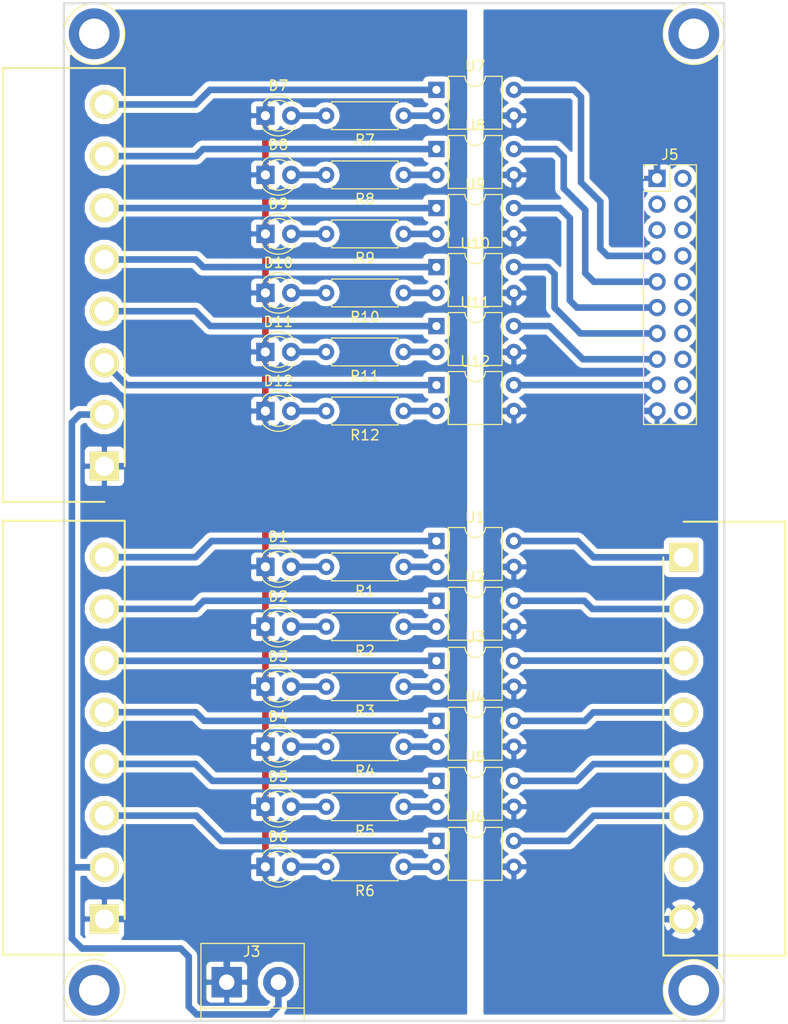
<source format=kicad_pcb>
(kicad_pcb (version 20171130) (host pcbnew "(5.0.0-3-g5ebb6b6)")

  (general
    (thickness 1.6)
    (drawings 4)
    (tracks 187)
    (zones 0)
    (modules 45)
    (nets 65)
  )

  (page A4)
  (layers
    (0 F.Cu signal)
    (31 B.Cu signal)
    (32 B.Adhes user)
    (33 F.Adhes user)
    (34 B.Paste user hide)
    (35 F.Paste user hide)
    (36 B.SilkS user hide)
    (37 F.SilkS user)
    (38 B.Mask user)
    (39 F.Mask user hide)
    (40 Dwgs.User user hide)
    (41 Cmts.User user)
    (42 Eco1.User user)
    (43 Eco2.User user)
    (44 Edge.Cuts user)
    (45 Margin user)
    (46 B.CrtYd user hide)
    (47 F.CrtYd user hide)
    (48 B.Fab user hide)
    (49 F.Fab user hide)
  )

  (setup
    (last_trace_width 0.65)
    (trace_clearance 0.2)
    (zone_clearance 0.508)
    (zone_45_only no)
    (trace_min 0.2)
    (segment_width 0.2)
    (edge_width 0.15)
    (via_size 1.3)
    (via_drill 0.7)
    (via_min_size 0.4)
    (via_min_drill 0.3)
    (uvia_size 0.3)
    (uvia_drill 0.1)
    (uvias_allowed no)
    (uvia_min_size 0.2)
    (uvia_min_drill 0.1)
    (pcb_text_width 0.3)
    (pcb_text_size 1.5 1.5)
    (mod_edge_width 0.15)
    (mod_text_size 1 1)
    (mod_text_width 0.15)
    (pad_size 5 5)
    (pad_drill 3)
    (pad_to_mask_clearance 0.2)
    (aux_axis_origin 0 0)
    (visible_elements FFFFFF7F)
    (pcbplotparams
      (layerselection 0x010fc_ffffffff)
      (usegerberextensions false)
      (usegerberattributes false)
      (usegerberadvancedattributes false)
      (creategerberjobfile false)
      (excludeedgelayer true)
      (linewidth 0.100000)
      (plotframeref false)
      (viasonmask false)
      (mode 1)
      (useauxorigin false)
      (hpglpennumber 1)
      (hpglpenspeed 20)
      (hpglpendiameter 15.000000)
      (psnegative false)
      (psa4output false)
      (plotreference true)
      (plotvalue true)
      (plotinvisibletext false)
      (padsonsilk false)
      (subtractmaskfromsilk false)
      (outputformat 1)
      (mirror false)
      (drillshape 1)
      (scaleselection 1)
      (outputdirectory ""))
  )

  (net 0 "")
  (net 1 "Net-(D1-Pad2)")
  (net 2 GND)
  (net 3 "Net-(D2-Pad2)")
  (net 4 "Net-(D3-Pad2)")
  (net 5 "Net-(D4-Pad2)")
  (net 6 "Net-(D5-Pad2)")
  (net 7 "Net-(D6-Pad2)")
  (net 8 "Net-(D7-Pad2)")
  (net 9 "Net-(D8-Pad2)")
  (net 10 "Net-(D9-Pad2)")
  (net 11 "Net-(D10-Pad2)")
  (net 12 "Net-(D11-Pad2)")
  (net 13 "Net-(D12-Pad2)")
  (net 14 +12V)
  (net 15 SIG6)
  (net 16 SIG5)
  (net 17 SIG4)
  (net 18 SIG3)
  (net 19 SIG2)
  (net 20 SIG1)
  (net 21 CMD1)
  (net 22 CMD2)
  (net 23 CMD3)
  (net 24 CMD4)
  (net 25 CMD5)
  (net 26 CMD6)
  (net 27 GNDPWR)
  (net 28 SIG7)
  (net 29 SIG8)
  (net 30 SIG9)
  (net 31 SIG10)
  (net 32 SIG11)
  (net 33 SIG12)
  (net 34 "Net-(J5-Pad2)")
  (net 35 "Net-(J5-Pad3)")
  (net 36 CMD7)
  (net 37 CMD8)
  (net 38 CMD9)
  (net 39 CMD10)
  (net 40 CMD11)
  (net 41 CMD12)
  (net 42 "Net-(J5-Pad12)")
  (net 43 "Net-(J5-Pad14)")
  (net 44 "Net-(J5-Pad16)")
  (net 45 "Net-(J5-Pad18)")
  (net 46 "Net-(J5-Pad20)")
  (net 47 "Net-(R1-Pad1)")
  (net 48 "Net-(R2-Pad1)")
  (net 49 "Net-(R3-Pad1)")
  (net 50 "Net-(R4-Pad1)")
  (net 51 "Net-(R5-Pad1)")
  (net 52 "Net-(R6-Pad1)")
  (net 53 "Net-(R7-Pad1)")
  (net 54 "Net-(R8-Pad1)")
  (net 55 "Net-(R9-Pad1)")
  (net 56 "Net-(R10-Pad1)")
  (net 57 "Net-(R11-Pad1)")
  (net 58 "Net-(R12-Pad1)")
  (net 59 "Net-(J5-Pad4)")
  (net 60 "Net-(J5-Pad5)")
  (net 61 "Net-(J5-Pad6)")
  (net 62 "Net-(J5-Pad8)")
  (net 63 "Net-(J5-Pad10)")
  (net 64 "Net-(J2-Pad7)")

  (net_class Default "This is the default net class."
    (clearance 0.2)
    (trace_width 0.65)
    (via_dia 1.3)
    (via_drill 0.7)
    (uvia_dia 0.3)
    (uvia_drill 0.1)
    (add_net +12V)
    (add_net CMD1)
    (add_net CMD10)
    (add_net CMD11)
    (add_net CMD12)
    (add_net CMD2)
    (add_net CMD3)
    (add_net CMD4)
    (add_net CMD5)
    (add_net CMD6)
    (add_net CMD7)
    (add_net CMD8)
    (add_net CMD9)
    (add_net GND)
    (add_net GNDPWR)
    (add_net "Net-(D1-Pad2)")
    (add_net "Net-(D10-Pad2)")
    (add_net "Net-(D11-Pad2)")
    (add_net "Net-(D12-Pad2)")
    (add_net "Net-(D2-Pad2)")
    (add_net "Net-(D3-Pad2)")
    (add_net "Net-(D4-Pad2)")
    (add_net "Net-(D5-Pad2)")
    (add_net "Net-(D6-Pad2)")
    (add_net "Net-(D7-Pad2)")
    (add_net "Net-(D8-Pad2)")
    (add_net "Net-(D9-Pad2)")
    (add_net "Net-(J2-Pad7)")
    (add_net "Net-(J5-Pad10)")
    (add_net "Net-(J5-Pad12)")
    (add_net "Net-(J5-Pad14)")
    (add_net "Net-(J5-Pad16)")
    (add_net "Net-(J5-Pad18)")
    (add_net "Net-(J5-Pad2)")
    (add_net "Net-(J5-Pad20)")
    (add_net "Net-(J5-Pad3)")
    (add_net "Net-(J5-Pad4)")
    (add_net "Net-(J5-Pad5)")
    (add_net "Net-(J5-Pad6)")
    (add_net "Net-(J5-Pad8)")
    (add_net "Net-(R1-Pad1)")
    (add_net "Net-(R10-Pad1)")
    (add_net "Net-(R11-Pad1)")
    (add_net "Net-(R12-Pad1)")
    (add_net "Net-(R2-Pad1)")
    (add_net "Net-(R3-Pad1)")
    (add_net "Net-(R4-Pad1)")
    (add_net "Net-(R5-Pad1)")
    (add_net "Net-(R6-Pad1)")
    (add_net "Net-(R7-Pad1)")
    (add_net "Net-(R8-Pad1)")
    (add_net "Net-(R9-Pad1)")
    (add_net SIG1)
    (add_net SIG10)
    (add_net SIG11)
    (add_net SIG12)
    (add_net SIG2)
    (add_net SIG3)
    (add_net SIG4)
    (add_net SIG5)
    (add_net SIG6)
    (add_net SIG7)
    (add_net SIG8)
    (add_net SIG9)
  )

  (module LED_THT:LED_D3.0mm (layer F.Cu) (tedit 587A3A7B) (tstamp 5DA819A0)
    (at 64.845 85.39)
    (descr "LED, diameter 3.0mm, 2 pins")
    (tags "LED diameter 3.0mm 2 pins")
    (path /5DAD6542)
    (fp_text reference D1 (at 1.27 -2.96) (layer F.SilkS)
      (effects (font (size 1 1) (thickness 0.15)))
    )
    (fp_text value LED_ALT (at 1.27 2.96) (layer F.Fab)
      (effects (font (size 1 1) (thickness 0.15)))
    )
    (fp_line (start 3.7 -2.25) (end -1.15 -2.25) (layer F.CrtYd) (width 0.05))
    (fp_line (start 3.7 2.25) (end 3.7 -2.25) (layer F.CrtYd) (width 0.05))
    (fp_line (start -1.15 2.25) (end 3.7 2.25) (layer F.CrtYd) (width 0.05))
    (fp_line (start -1.15 -2.25) (end -1.15 2.25) (layer F.CrtYd) (width 0.05))
    (fp_line (start -0.29 1.08) (end -0.29 1.236) (layer F.SilkS) (width 0.12))
    (fp_line (start -0.29 -1.236) (end -0.29 -1.08) (layer F.SilkS) (width 0.12))
    (fp_line (start -0.23 -1.16619) (end -0.23 1.16619) (layer F.Fab) (width 0.1))
    (fp_circle (center 1.27 0) (end 2.77 0) (layer F.Fab) (width 0.1))
    (fp_arc (start 1.27 0) (end 0.229039 1.08) (angle -87.9) (layer F.SilkS) (width 0.12))
    (fp_arc (start 1.27 0) (end 0.229039 -1.08) (angle 87.9) (layer F.SilkS) (width 0.12))
    (fp_arc (start 1.27 0) (end -0.29 1.235516) (angle -108.8) (layer F.SilkS) (width 0.12))
    (fp_arc (start 1.27 0) (end -0.29 -1.235516) (angle 108.8) (layer F.SilkS) (width 0.12))
    (fp_arc (start 1.27 0) (end -0.23 -1.16619) (angle 284.3) (layer F.Fab) (width 0.1))
    (pad 2 thru_hole circle (at 2.54 0) (size 1.8 1.8) (drill 0.9) (layers *.Cu *.Mask)
      (net 1 "Net-(D1-Pad2)"))
    (pad 1 thru_hole rect (at 0 0) (size 1.8 1.8) (drill 0.9) (layers *.Cu *.Mask)
      (net 2 GND))
    (model ${KISYS3DMOD}/LED_THT.3dshapes/LED_D3.0mm.wrl
      (at (xyz 0 0 0))
      (scale (xyz 1 1 1))
      (rotate (xyz 0 0 0))
    )
  )

  (module LED_THT:LED_D3.0mm (layer F.Cu) (tedit 587A3A7B) (tstamp 5DA8196A)
    (at 64.845 91.265)
    (descr "LED, diameter 3.0mm, 2 pins")
    (tags "LED diameter 3.0mm 2 pins")
    (path /5DADED1B)
    (fp_text reference D2 (at 1.27 -2.96) (layer F.SilkS)
      (effects (font (size 1 1) (thickness 0.15)))
    )
    (fp_text value LED_ALT (at 1.27 2.96) (layer F.Fab)
      (effects (font (size 1 1) (thickness 0.15)))
    )
    (fp_line (start 3.7 -2.25) (end -1.15 -2.25) (layer F.CrtYd) (width 0.05))
    (fp_line (start 3.7 2.25) (end 3.7 -2.25) (layer F.CrtYd) (width 0.05))
    (fp_line (start -1.15 2.25) (end 3.7 2.25) (layer F.CrtYd) (width 0.05))
    (fp_line (start -1.15 -2.25) (end -1.15 2.25) (layer F.CrtYd) (width 0.05))
    (fp_line (start -0.29 1.08) (end -0.29 1.236) (layer F.SilkS) (width 0.12))
    (fp_line (start -0.29 -1.236) (end -0.29 -1.08) (layer F.SilkS) (width 0.12))
    (fp_line (start -0.23 -1.16619) (end -0.23 1.16619) (layer F.Fab) (width 0.1))
    (fp_circle (center 1.27 0) (end 2.77 0) (layer F.Fab) (width 0.1))
    (fp_arc (start 1.27 0) (end 0.229039 1.08) (angle -87.9) (layer F.SilkS) (width 0.12))
    (fp_arc (start 1.27 0) (end 0.229039 -1.08) (angle 87.9) (layer F.SilkS) (width 0.12))
    (fp_arc (start 1.27 0) (end -0.29 1.235516) (angle -108.8) (layer F.SilkS) (width 0.12))
    (fp_arc (start 1.27 0) (end -0.29 -1.235516) (angle 108.8) (layer F.SilkS) (width 0.12))
    (fp_arc (start 1.27 0) (end -0.23 -1.16619) (angle 284.3) (layer F.Fab) (width 0.1))
    (pad 2 thru_hole circle (at 2.54 0) (size 1.8 1.8) (drill 0.9) (layers *.Cu *.Mask)
      (net 3 "Net-(D2-Pad2)"))
    (pad 1 thru_hole rect (at 0 0) (size 1.8 1.8) (drill 0.9) (layers *.Cu *.Mask)
      (net 2 GND))
    (model ${KISYS3DMOD}/LED_THT.3dshapes/LED_D3.0mm.wrl
      (at (xyz 0 0 0))
      (scale (xyz 1 1 1))
      (rotate (xyz 0 0 0))
    )
  )

  (module LED_THT:LED_D3.0mm (layer F.Cu) (tedit 587A3A7B) (tstamp 5DA81934)
    (at 64.845 97.165)
    (descr "LED, diameter 3.0mm, 2 pins")
    (tags "LED diameter 3.0mm 2 pins")
    (path /5DADF2C1)
    (fp_text reference D3 (at 1.27 -2.96) (layer F.SilkS)
      (effects (font (size 1 1) (thickness 0.15)))
    )
    (fp_text value LED_ALT (at 1.27 2.96) (layer F.Fab)
      (effects (font (size 1 1) (thickness 0.15)))
    )
    (fp_line (start 3.7 -2.25) (end -1.15 -2.25) (layer F.CrtYd) (width 0.05))
    (fp_line (start 3.7 2.25) (end 3.7 -2.25) (layer F.CrtYd) (width 0.05))
    (fp_line (start -1.15 2.25) (end 3.7 2.25) (layer F.CrtYd) (width 0.05))
    (fp_line (start -1.15 -2.25) (end -1.15 2.25) (layer F.CrtYd) (width 0.05))
    (fp_line (start -0.29 1.08) (end -0.29 1.236) (layer F.SilkS) (width 0.12))
    (fp_line (start -0.29 -1.236) (end -0.29 -1.08) (layer F.SilkS) (width 0.12))
    (fp_line (start -0.23 -1.16619) (end -0.23 1.16619) (layer F.Fab) (width 0.1))
    (fp_circle (center 1.27 0) (end 2.77 0) (layer F.Fab) (width 0.1))
    (fp_arc (start 1.27 0) (end 0.229039 1.08) (angle -87.9) (layer F.SilkS) (width 0.12))
    (fp_arc (start 1.27 0) (end 0.229039 -1.08) (angle 87.9) (layer F.SilkS) (width 0.12))
    (fp_arc (start 1.27 0) (end -0.29 1.235516) (angle -108.8) (layer F.SilkS) (width 0.12))
    (fp_arc (start 1.27 0) (end -0.29 -1.235516) (angle 108.8) (layer F.SilkS) (width 0.12))
    (fp_arc (start 1.27 0) (end -0.23 -1.16619) (angle 284.3) (layer F.Fab) (width 0.1))
    (pad 2 thru_hole circle (at 2.54 0) (size 1.8 1.8) (drill 0.9) (layers *.Cu *.Mask)
      (net 4 "Net-(D3-Pad2)"))
    (pad 1 thru_hole rect (at 0 0) (size 1.8 1.8) (drill 0.9) (layers *.Cu *.Mask)
      (net 2 GND))
    (model ${KISYS3DMOD}/LED_THT.3dshapes/LED_D3.0mm.wrl
      (at (xyz 0 0 0))
      (scale (xyz 1 1 1))
      (rotate (xyz 0 0 0))
    )
  )

  (module LED_THT:LED_D3.0mm (layer F.Cu) (tedit 587A3A7B) (tstamp 5DA818FE)
    (at 64.845 103.065)
    (descr "LED, diameter 3.0mm, 2 pins")
    (tags "LED diameter 3.0mm 2 pins")
    (path /5DADFB59)
    (fp_text reference D4 (at 1.27 -2.96) (layer F.SilkS)
      (effects (font (size 1 1) (thickness 0.15)))
    )
    (fp_text value LED_ALT (at 1.27 2.96) (layer F.Fab)
      (effects (font (size 1 1) (thickness 0.15)))
    )
    (fp_arc (start 1.27 0) (end -0.23 -1.16619) (angle 284.3) (layer F.Fab) (width 0.1))
    (fp_arc (start 1.27 0) (end -0.29 -1.235516) (angle 108.8) (layer F.SilkS) (width 0.12))
    (fp_arc (start 1.27 0) (end -0.29 1.235516) (angle -108.8) (layer F.SilkS) (width 0.12))
    (fp_arc (start 1.27 0) (end 0.229039 -1.08) (angle 87.9) (layer F.SilkS) (width 0.12))
    (fp_arc (start 1.27 0) (end 0.229039 1.08) (angle -87.9) (layer F.SilkS) (width 0.12))
    (fp_circle (center 1.27 0) (end 2.77 0) (layer F.Fab) (width 0.1))
    (fp_line (start -0.23 -1.16619) (end -0.23 1.16619) (layer F.Fab) (width 0.1))
    (fp_line (start -0.29 -1.236) (end -0.29 -1.08) (layer F.SilkS) (width 0.12))
    (fp_line (start -0.29 1.08) (end -0.29 1.236) (layer F.SilkS) (width 0.12))
    (fp_line (start -1.15 -2.25) (end -1.15 2.25) (layer F.CrtYd) (width 0.05))
    (fp_line (start -1.15 2.25) (end 3.7 2.25) (layer F.CrtYd) (width 0.05))
    (fp_line (start 3.7 2.25) (end 3.7 -2.25) (layer F.CrtYd) (width 0.05))
    (fp_line (start 3.7 -2.25) (end -1.15 -2.25) (layer F.CrtYd) (width 0.05))
    (pad 1 thru_hole rect (at 0 0) (size 1.8 1.8) (drill 0.9) (layers *.Cu *.Mask)
      (net 2 GND))
    (pad 2 thru_hole circle (at 2.54 0) (size 1.8 1.8) (drill 0.9) (layers *.Cu *.Mask)
      (net 5 "Net-(D4-Pad2)"))
    (model ${KISYS3DMOD}/LED_THT.3dshapes/LED_D3.0mm.wrl
      (at (xyz 0 0 0))
      (scale (xyz 1 1 1))
      (rotate (xyz 0 0 0))
    )
  )

  (module LED_THT:LED_D3.0mm (layer F.Cu) (tedit 587A3A7B) (tstamp 5DA818C8)
    (at 64.845 108.965)
    (descr "LED, diameter 3.0mm, 2 pins")
    (tags "LED diameter 3.0mm 2 pins")
    (path /5DAE0787)
    (fp_text reference D5 (at 1.27 -2.96) (layer F.SilkS)
      (effects (font (size 1 1) (thickness 0.15)))
    )
    (fp_text value LED_ALT (at 1.27 2.96) (layer F.Fab)
      (effects (font (size 1 1) (thickness 0.15)))
    )
    (fp_arc (start 1.27 0) (end -0.23 -1.16619) (angle 284.3) (layer F.Fab) (width 0.1))
    (fp_arc (start 1.27 0) (end -0.29 -1.235516) (angle 108.8) (layer F.SilkS) (width 0.12))
    (fp_arc (start 1.27 0) (end -0.29 1.235516) (angle -108.8) (layer F.SilkS) (width 0.12))
    (fp_arc (start 1.27 0) (end 0.229039 -1.08) (angle 87.9) (layer F.SilkS) (width 0.12))
    (fp_arc (start 1.27 0) (end 0.229039 1.08) (angle -87.9) (layer F.SilkS) (width 0.12))
    (fp_circle (center 1.27 0) (end 2.77 0) (layer F.Fab) (width 0.1))
    (fp_line (start -0.23 -1.16619) (end -0.23 1.16619) (layer F.Fab) (width 0.1))
    (fp_line (start -0.29 -1.236) (end -0.29 -1.08) (layer F.SilkS) (width 0.12))
    (fp_line (start -0.29 1.08) (end -0.29 1.236) (layer F.SilkS) (width 0.12))
    (fp_line (start -1.15 -2.25) (end -1.15 2.25) (layer F.CrtYd) (width 0.05))
    (fp_line (start -1.15 2.25) (end 3.7 2.25) (layer F.CrtYd) (width 0.05))
    (fp_line (start 3.7 2.25) (end 3.7 -2.25) (layer F.CrtYd) (width 0.05))
    (fp_line (start 3.7 -2.25) (end -1.15 -2.25) (layer F.CrtYd) (width 0.05))
    (pad 1 thru_hole rect (at 0 0) (size 1.8 1.8) (drill 0.9) (layers *.Cu *.Mask)
      (net 2 GND))
    (pad 2 thru_hole circle (at 2.54 0) (size 1.8 1.8) (drill 0.9) (layers *.Cu *.Mask)
      (net 6 "Net-(D5-Pad2)"))
    (model ${KISYS3DMOD}/LED_THT.3dshapes/LED_D3.0mm.wrl
      (at (xyz 0 0 0))
      (scale (xyz 1 1 1))
      (rotate (xyz 0 0 0))
    )
  )

  (module LED_THT:LED_D3.0mm (layer F.Cu) (tedit 587A3A7B) (tstamp 5DA81892)
    (at 64.845 114.865)
    (descr "LED, diameter 3.0mm, 2 pins")
    (tags "LED diameter 3.0mm 2 pins")
    (path /5DAE17DA)
    (fp_text reference D6 (at 1.27 -2.96) (layer F.SilkS)
      (effects (font (size 1 1) (thickness 0.15)))
    )
    (fp_text value LED_ALT (at 1.27 2.96) (layer F.Fab)
      (effects (font (size 1 1) (thickness 0.15)))
    )
    (fp_line (start 3.7 -2.25) (end -1.15 -2.25) (layer F.CrtYd) (width 0.05))
    (fp_line (start 3.7 2.25) (end 3.7 -2.25) (layer F.CrtYd) (width 0.05))
    (fp_line (start -1.15 2.25) (end 3.7 2.25) (layer F.CrtYd) (width 0.05))
    (fp_line (start -1.15 -2.25) (end -1.15 2.25) (layer F.CrtYd) (width 0.05))
    (fp_line (start -0.29 1.08) (end -0.29 1.236) (layer F.SilkS) (width 0.12))
    (fp_line (start -0.29 -1.236) (end -0.29 -1.08) (layer F.SilkS) (width 0.12))
    (fp_line (start -0.23 -1.16619) (end -0.23 1.16619) (layer F.Fab) (width 0.1))
    (fp_circle (center 1.27 0) (end 2.77 0) (layer F.Fab) (width 0.1))
    (fp_arc (start 1.27 0) (end 0.229039 1.08) (angle -87.9) (layer F.SilkS) (width 0.12))
    (fp_arc (start 1.27 0) (end 0.229039 -1.08) (angle 87.9) (layer F.SilkS) (width 0.12))
    (fp_arc (start 1.27 0) (end -0.29 1.235516) (angle -108.8) (layer F.SilkS) (width 0.12))
    (fp_arc (start 1.27 0) (end -0.29 -1.235516) (angle 108.8) (layer F.SilkS) (width 0.12))
    (fp_arc (start 1.27 0) (end -0.23 -1.16619) (angle 284.3) (layer F.Fab) (width 0.1))
    (pad 2 thru_hole circle (at 2.54 0) (size 1.8 1.8) (drill 0.9) (layers *.Cu *.Mask)
      (net 7 "Net-(D6-Pad2)"))
    (pad 1 thru_hole rect (at 0 0) (size 1.8 1.8) (drill 0.9) (layers *.Cu *.Mask)
      (net 2 GND))
    (model ${KISYS3DMOD}/LED_THT.3dshapes/LED_D3.0mm.wrl
      (at (xyz 0 0 0))
      (scale (xyz 1 1 1))
      (rotate (xyz 0 0 0))
    )
  )

  (module LED_THT:LED_D3.0mm (layer F.Cu) (tedit 587A3A7B) (tstamp 5DA8185C)
    (at 64.845 41.045)
    (descr "LED, diameter 3.0mm, 2 pins")
    (tags "LED diameter 3.0mm 2 pins")
    (path /5DAEF96E)
    (fp_text reference D7 (at 1.27 -2.96) (layer F.SilkS)
      (effects (font (size 1 1) (thickness 0.15)))
    )
    (fp_text value LED_ALT (at 1.27 2.96) (layer F.Fab)
      (effects (font (size 1 1) (thickness 0.15)))
    )
    (fp_arc (start 1.27 0) (end -0.23 -1.16619) (angle 284.3) (layer F.Fab) (width 0.1))
    (fp_arc (start 1.27 0) (end -0.29 -1.235516) (angle 108.8) (layer F.SilkS) (width 0.12))
    (fp_arc (start 1.27 0) (end -0.29 1.235516) (angle -108.8) (layer F.SilkS) (width 0.12))
    (fp_arc (start 1.27 0) (end 0.229039 -1.08) (angle 87.9) (layer F.SilkS) (width 0.12))
    (fp_arc (start 1.27 0) (end 0.229039 1.08) (angle -87.9) (layer F.SilkS) (width 0.12))
    (fp_circle (center 1.27 0) (end 2.77 0) (layer F.Fab) (width 0.1))
    (fp_line (start -0.23 -1.16619) (end -0.23 1.16619) (layer F.Fab) (width 0.1))
    (fp_line (start -0.29 -1.236) (end -0.29 -1.08) (layer F.SilkS) (width 0.12))
    (fp_line (start -0.29 1.08) (end -0.29 1.236) (layer F.SilkS) (width 0.12))
    (fp_line (start -1.15 -2.25) (end -1.15 2.25) (layer F.CrtYd) (width 0.05))
    (fp_line (start -1.15 2.25) (end 3.7 2.25) (layer F.CrtYd) (width 0.05))
    (fp_line (start 3.7 2.25) (end 3.7 -2.25) (layer F.CrtYd) (width 0.05))
    (fp_line (start 3.7 -2.25) (end -1.15 -2.25) (layer F.CrtYd) (width 0.05))
    (pad 1 thru_hole rect (at 0 0) (size 1.8 1.8) (drill 0.9) (layers *.Cu *.Mask)
      (net 2 GND))
    (pad 2 thru_hole circle (at 2.54 0) (size 1.8 1.8) (drill 0.9) (layers *.Cu *.Mask)
      (net 8 "Net-(D7-Pad2)"))
    (model ${KISYS3DMOD}/LED_THT.3dshapes/LED_D3.0mm.wrl
      (at (xyz 0 0 0))
      (scale (xyz 1 1 1))
      (rotate (xyz 0 0 0))
    )
  )

  (module LED_THT:LED_D3.0mm (layer F.Cu) (tedit 587A3A7B) (tstamp 5DA81826)
    (at 64.845 46.865)
    (descr "LED, diameter 3.0mm, 2 pins")
    (tags "LED diameter 3.0mm 2 pins")
    (path /5DAEF9CB)
    (fp_text reference D8 (at 1.27 -2.96) (layer F.SilkS)
      (effects (font (size 1 1) (thickness 0.15)))
    )
    (fp_text value LED_ALT (at 1.27 2.96) (layer F.Fab)
      (effects (font (size 1 1) (thickness 0.15)))
    )
    (fp_arc (start 1.27 0) (end -0.23 -1.16619) (angle 284.3) (layer F.Fab) (width 0.1))
    (fp_arc (start 1.27 0) (end -0.29 -1.235516) (angle 108.8) (layer F.SilkS) (width 0.12))
    (fp_arc (start 1.27 0) (end -0.29 1.235516) (angle -108.8) (layer F.SilkS) (width 0.12))
    (fp_arc (start 1.27 0) (end 0.229039 -1.08) (angle 87.9) (layer F.SilkS) (width 0.12))
    (fp_arc (start 1.27 0) (end 0.229039 1.08) (angle -87.9) (layer F.SilkS) (width 0.12))
    (fp_circle (center 1.27 0) (end 2.77 0) (layer F.Fab) (width 0.1))
    (fp_line (start -0.23 -1.16619) (end -0.23 1.16619) (layer F.Fab) (width 0.1))
    (fp_line (start -0.29 -1.236) (end -0.29 -1.08) (layer F.SilkS) (width 0.12))
    (fp_line (start -0.29 1.08) (end -0.29 1.236) (layer F.SilkS) (width 0.12))
    (fp_line (start -1.15 -2.25) (end -1.15 2.25) (layer F.CrtYd) (width 0.05))
    (fp_line (start -1.15 2.25) (end 3.7 2.25) (layer F.CrtYd) (width 0.05))
    (fp_line (start 3.7 2.25) (end 3.7 -2.25) (layer F.CrtYd) (width 0.05))
    (fp_line (start 3.7 -2.25) (end -1.15 -2.25) (layer F.CrtYd) (width 0.05))
    (pad 1 thru_hole rect (at 0 0) (size 1.8 1.8) (drill 0.9) (layers *.Cu *.Mask)
      (net 2 GND))
    (pad 2 thru_hole circle (at 2.54 0) (size 1.8 1.8) (drill 0.9) (layers *.Cu *.Mask)
      (net 9 "Net-(D8-Pad2)"))
    (model ${KISYS3DMOD}/LED_THT.3dshapes/LED_D3.0mm.wrl
      (at (xyz 0 0 0))
      (scale (xyz 1 1 1))
      (rotate (xyz 0 0 0))
    )
  )

  (module LED_THT:LED_D3.0mm (layer F.Cu) (tedit 587A3A7B) (tstamp 5DA817F0)
    (at 64.845 52.665)
    (descr "LED, diameter 3.0mm, 2 pins")
    (tags "LED diameter 3.0mm 2 pins")
    (path /5DAEF9F1)
    (fp_text reference D9 (at 1.27 -2.96) (layer F.SilkS)
      (effects (font (size 1 1) (thickness 0.15)))
    )
    (fp_text value LED_ALT (at 1.27 2.96) (layer F.Fab)
      (effects (font (size 1 1) (thickness 0.15)))
    )
    (fp_line (start 3.7 -2.25) (end -1.15 -2.25) (layer F.CrtYd) (width 0.05))
    (fp_line (start 3.7 2.25) (end 3.7 -2.25) (layer F.CrtYd) (width 0.05))
    (fp_line (start -1.15 2.25) (end 3.7 2.25) (layer F.CrtYd) (width 0.05))
    (fp_line (start -1.15 -2.25) (end -1.15 2.25) (layer F.CrtYd) (width 0.05))
    (fp_line (start -0.29 1.08) (end -0.29 1.236) (layer F.SilkS) (width 0.12))
    (fp_line (start -0.29 -1.236) (end -0.29 -1.08) (layer F.SilkS) (width 0.12))
    (fp_line (start -0.23 -1.16619) (end -0.23 1.16619) (layer F.Fab) (width 0.1))
    (fp_circle (center 1.27 0) (end 2.77 0) (layer F.Fab) (width 0.1))
    (fp_arc (start 1.27 0) (end 0.229039 1.08) (angle -87.9) (layer F.SilkS) (width 0.12))
    (fp_arc (start 1.27 0) (end 0.229039 -1.08) (angle 87.9) (layer F.SilkS) (width 0.12))
    (fp_arc (start 1.27 0) (end -0.29 1.235516) (angle -108.8) (layer F.SilkS) (width 0.12))
    (fp_arc (start 1.27 0) (end -0.29 -1.235516) (angle 108.8) (layer F.SilkS) (width 0.12))
    (fp_arc (start 1.27 0) (end -0.23 -1.16619) (angle 284.3) (layer F.Fab) (width 0.1))
    (pad 2 thru_hole circle (at 2.54 0) (size 1.8 1.8) (drill 0.9) (layers *.Cu *.Mask)
      (net 10 "Net-(D9-Pad2)"))
    (pad 1 thru_hole rect (at 0 0) (size 1.8 1.8) (drill 0.9) (layers *.Cu *.Mask)
      (net 2 GND))
    (model ${KISYS3DMOD}/LED_THT.3dshapes/LED_D3.0mm.wrl
      (at (xyz 0 0 0))
      (scale (xyz 1 1 1))
      (rotate (xyz 0 0 0))
    )
  )

  (module LED_THT:LED_D3.0mm (layer F.Cu) (tedit 587A3A7B) (tstamp 5DA817BA)
    (at 64.845 58.465)
    (descr "LED, diameter 3.0mm, 2 pins")
    (tags "LED diameter 3.0mm 2 pins")
    (path /5DAEFA17)
    (fp_text reference D10 (at 1.27 -2.96) (layer F.SilkS)
      (effects (font (size 1 1) (thickness 0.15)))
    )
    (fp_text value LED_ALT (at 1.27 2.96) (layer F.Fab)
      (effects (font (size 1 1) (thickness 0.15)))
    )
    (fp_arc (start 1.27 0) (end -0.23 -1.16619) (angle 284.3) (layer F.Fab) (width 0.1))
    (fp_arc (start 1.27 0) (end -0.29 -1.235516) (angle 108.8) (layer F.SilkS) (width 0.12))
    (fp_arc (start 1.27 0) (end -0.29 1.235516) (angle -108.8) (layer F.SilkS) (width 0.12))
    (fp_arc (start 1.27 0) (end 0.229039 -1.08) (angle 87.9) (layer F.SilkS) (width 0.12))
    (fp_arc (start 1.27 0) (end 0.229039 1.08) (angle -87.9) (layer F.SilkS) (width 0.12))
    (fp_circle (center 1.27 0) (end 2.77 0) (layer F.Fab) (width 0.1))
    (fp_line (start -0.23 -1.16619) (end -0.23 1.16619) (layer F.Fab) (width 0.1))
    (fp_line (start -0.29 -1.236) (end -0.29 -1.08) (layer F.SilkS) (width 0.12))
    (fp_line (start -0.29 1.08) (end -0.29 1.236) (layer F.SilkS) (width 0.12))
    (fp_line (start -1.15 -2.25) (end -1.15 2.25) (layer F.CrtYd) (width 0.05))
    (fp_line (start -1.15 2.25) (end 3.7 2.25) (layer F.CrtYd) (width 0.05))
    (fp_line (start 3.7 2.25) (end 3.7 -2.25) (layer F.CrtYd) (width 0.05))
    (fp_line (start 3.7 -2.25) (end -1.15 -2.25) (layer F.CrtYd) (width 0.05))
    (pad 1 thru_hole rect (at 0 0) (size 1.8 1.8) (drill 0.9) (layers *.Cu *.Mask)
      (net 2 GND))
    (pad 2 thru_hole circle (at 2.54 0) (size 1.8 1.8) (drill 0.9) (layers *.Cu *.Mask)
      (net 11 "Net-(D10-Pad2)"))
    (model ${KISYS3DMOD}/LED_THT.3dshapes/LED_D3.0mm.wrl
      (at (xyz 0 0 0))
      (scale (xyz 1 1 1))
      (rotate (xyz 0 0 0))
    )
  )

  (module LED_THT:LED_D3.0mm (layer F.Cu) (tedit 587A3A7B) (tstamp 5DA81784)
    (at 64.835 64.265)
    (descr "LED, diameter 3.0mm, 2 pins")
    (tags "LED diameter 3.0mm 2 pins")
    (path /5DAEFA3D)
    (fp_text reference D11 (at 1.27 -2.96) (layer F.SilkS)
      (effects (font (size 1 1) (thickness 0.15)))
    )
    (fp_text value LED_ALT (at 1.27 2.96) (layer F.Fab)
      (effects (font (size 1 1) (thickness 0.15)))
    )
    (fp_line (start 3.7 -2.25) (end -1.15 -2.25) (layer F.CrtYd) (width 0.05))
    (fp_line (start 3.7 2.25) (end 3.7 -2.25) (layer F.CrtYd) (width 0.05))
    (fp_line (start -1.15 2.25) (end 3.7 2.25) (layer F.CrtYd) (width 0.05))
    (fp_line (start -1.15 -2.25) (end -1.15 2.25) (layer F.CrtYd) (width 0.05))
    (fp_line (start -0.29 1.08) (end -0.29 1.236) (layer F.SilkS) (width 0.12))
    (fp_line (start -0.29 -1.236) (end -0.29 -1.08) (layer F.SilkS) (width 0.12))
    (fp_line (start -0.23 -1.16619) (end -0.23 1.16619) (layer F.Fab) (width 0.1))
    (fp_circle (center 1.27 0) (end 2.77 0) (layer F.Fab) (width 0.1))
    (fp_arc (start 1.27 0) (end 0.229039 1.08) (angle -87.9) (layer F.SilkS) (width 0.12))
    (fp_arc (start 1.27 0) (end 0.229039 -1.08) (angle 87.9) (layer F.SilkS) (width 0.12))
    (fp_arc (start 1.27 0) (end -0.29 1.235516) (angle -108.8) (layer F.SilkS) (width 0.12))
    (fp_arc (start 1.27 0) (end -0.29 -1.235516) (angle 108.8) (layer F.SilkS) (width 0.12))
    (fp_arc (start 1.27 0) (end -0.23 -1.16619) (angle 284.3) (layer F.Fab) (width 0.1))
    (pad 2 thru_hole circle (at 2.54 0) (size 1.8 1.8) (drill 0.9) (layers *.Cu *.Mask)
      (net 12 "Net-(D11-Pad2)"))
    (pad 1 thru_hole rect (at 0 0) (size 1.8 1.8) (drill 0.9) (layers *.Cu *.Mask)
      (net 2 GND))
    (model ${KISYS3DMOD}/LED_THT.3dshapes/LED_D3.0mm.wrl
      (at (xyz 0 0 0))
      (scale (xyz 1 1 1))
      (rotate (xyz 0 0 0))
    )
  )

  (module LED_THT:LED_D3.0mm (layer F.Cu) (tedit 587A3A7B) (tstamp 5DA8174E)
    (at 64.845 70.075)
    (descr "LED, diameter 3.0mm, 2 pins")
    (tags "LED diameter 3.0mm 2 pins")
    (path /5DAEFA63)
    (fp_text reference D12 (at 1.27 -2.96) (layer F.SilkS)
      (effects (font (size 1 1) (thickness 0.15)))
    )
    (fp_text value LED_ALT (at 1.27 2.96) (layer F.Fab)
      (effects (font (size 1 1) (thickness 0.15)))
    )
    (fp_arc (start 1.27 0) (end -0.23 -1.16619) (angle 284.3) (layer F.Fab) (width 0.1))
    (fp_arc (start 1.27 0) (end -0.29 -1.235516) (angle 108.8) (layer F.SilkS) (width 0.12))
    (fp_arc (start 1.27 0) (end -0.29 1.235516) (angle -108.8) (layer F.SilkS) (width 0.12))
    (fp_arc (start 1.27 0) (end 0.229039 -1.08) (angle 87.9) (layer F.SilkS) (width 0.12))
    (fp_arc (start 1.27 0) (end 0.229039 1.08) (angle -87.9) (layer F.SilkS) (width 0.12))
    (fp_circle (center 1.27 0) (end 2.77 0) (layer F.Fab) (width 0.1))
    (fp_line (start -0.23 -1.16619) (end -0.23 1.16619) (layer F.Fab) (width 0.1))
    (fp_line (start -0.29 -1.236) (end -0.29 -1.08) (layer F.SilkS) (width 0.12))
    (fp_line (start -0.29 1.08) (end -0.29 1.236) (layer F.SilkS) (width 0.12))
    (fp_line (start -1.15 -2.25) (end -1.15 2.25) (layer F.CrtYd) (width 0.05))
    (fp_line (start -1.15 2.25) (end 3.7 2.25) (layer F.CrtYd) (width 0.05))
    (fp_line (start 3.7 2.25) (end 3.7 -2.25) (layer F.CrtYd) (width 0.05))
    (fp_line (start 3.7 -2.25) (end -1.15 -2.25) (layer F.CrtYd) (width 0.05))
    (pad 1 thru_hole rect (at 0 0) (size 1.8 1.8) (drill 0.9) (layers *.Cu *.Mask)
      (net 2 GND))
    (pad 2 thru_hole circle (at 2.54 0) (size 1.8 1.8) (drill 0.9) (layers *.Cu *.Mask)
      (net 13 "Net-(D12-Pad2)"))
    (model ${KISYS3DMOD}/LED_THT.3dshapes/LED_D3.0mm.wrl
      (at (xyz 0 0 0))
      (scale (xyz 1 1 1))
      (rotate (xyz 0 0 0))
    )
  )

  (module TerminalBlock:TerminalBlock_bornier-2_P5.08mm (layer F.Cu) (tedit 5BDEC87A) (tstamp 5DA81714)
    (at 63.5 126.2)
    (descr "simple 2-pin terminal block, pitch 5.08mm, revamped version of bornier2")
    (tags "terminal block bornier2")
    (path /5DAEBDAF)
    (fp_text reference J3 (at 0 -3) (layer F.SilkS)
      (effects (font (size 1 1) (thickness 0.15)))
    )
    (fp_text value Conn_01x02_Female (at 0.08 5.09) (layer F.Fab)
      (effects (font (size 1 1) (thickness 0.15)))
    )
    (fp_text user %R (at 0.08 0.01) (layer F.Fab)
      (effects (font (size 1 1) (thickness 0.15)))
    )
    (fp_line (start -4.87 2.56) (end 5.03 2.56) (layer F.Fab) (width 0.1))
    (fp_line (start -4.92 -3.74) (end -4.92 3.76) (layer F.Fab) (width 0.1))
    (fp_line (start -4.92 3.76) (end 5.08 3.76) (layer F.Fab) (width 0.1))
    (fp_line (start 5.08 3.76) (end 5.08 -3.74) (layer F.Fab) (width 0.1))
    (fp_line (start 5.08 -3.74) (end -4.92 -3.74) (layer F.Fab) (width 0.1))
    (fp_line (start 5.16 2.55) (end -5 2.55) (layer F.SilkS) (width 0.12))
    (fp_line (start 5.16 3.82) (end 5.16 -3.8) (layer F.SilkS) (width 0.12))
    (fp_line (start 5.16 -3.8) (end -5 -3.8) (layer F.SilkS) (width 0.12))
    (fp_line (start -5 -3.8) (end -5 3.82) (layer F.SilkS) (width 0.12))
    (fp_line (start -5 3.82) (end 5.16 3.82) (layer F.SilkS) (width 0.12))
    (fp_line (start -5.17 -3.99) (end 5.33 -3.99) (layer F.CrtYd) (width 0.05))
    (fp_line (start -5.17 -3.99) (end -5.17 4.01) (layer F.CrtYd) (width 0.05))
    (fp_line (start 5.33 4.01) (end 5.33 -3.99) (layer F.CrtYd) (width 0.05))
    (fp_line (start 5.33 4.01) (end -5.17 4.01) (layer F.CrtYd) (width 0.05))
    (pad 1 thru_hole rect (at -2.46 0.01) (size 3 3) (drill 1.52) (layers *.Cu *.Mask)
      (net 2 GND))
    (pad 2 thru_hole circle (at 2.62 0.01) (size 3 3) (drill 1.52) (layers *.Cu *.Mask)
      (net 14 +12V))
    (model ${KISYS3DMOD}/TerminalBlock.3dshapes/TerminalBlock_bornier-2_P5.08mm.wrl
      (offset (xyz 2.539999961853027 0 0))
      (scale (xyz 1 1 1))
      (rotate (xyz 0 0 0))
    )
  )

  (module Resistor_THT:R_Axial_DIN0207_L6.3mm_D2.5mm_P7.62mm_Horizontal (layer F.Cu) (tedit 5AE5139B) (tstamp 5DA816D4)
    (at 78.445 85.39 180)
    (descr "Resistor, Axial_DIN0207 series, Axial, Horizontal, pin pitch=7.62mm, 0.25W = 1/4W, length*diameter=6.3*2.5mm^2, http://cdn-reichelt.de/documents/datenblatt/B400/1_4W%23YAG.pdf")
    (tags "Resistor Axial_DIN0207 series Axial Horizontal pin pitch 7.62mm 0.25W = 1/4W length 6.3mm diameter 2.5mm")
    (path /5DAD660F)
    (fp_text reference R1 (at 3.81 -2.37 180) (layer F.SilkS)
      (effects (font (size 1 1) (thickness 0.15)))
    )
    (fp_text value 10K (at 3.81 2.37 180) (layer F.Fab)
      (effects (font (size 1 1) (thickness 0.15)))
    )
    (fp_line (start 0.66 -1.25) (end 0.66 1.25) (layer F.Fab) (width 0.1))
    (fp_line (start 0.66 1.25) (end 6.96 1.25) (layer F.Fab) (width 0.1))
    (fp_line (start 6.96 1.25) (end 6.96 -1.25) (layer F.Fab) (width 0.1))
    (fp_line (start 6.96 -1.25) (end 0.66 -1.25) (layer F.Fab) (width 0.1))
    (fp_line (start 0 0) (end 0.66 0) (layer F.Fab) (width 0.1))
    (fp_line (start 7.62 0) (end 6.96 0) (layer F.Fab) (width 0.1))
    (fp_line (start 0.54 -1.04) (end 0.54 -1.37) (layer F.SilkS) (width 0.12))
    (fp_line (start 0.54 -1.37) (end 7.08 -1.37) (layer F.SilkS) (width 0.12))
    (fp_line (start 7.08 -1.37) (end 7.08 -1.04) (layer F.SilkS) (width 0.12))
    (fp_line (start 0.54 1.04) (end 0.54 1.37) (layer F.SilkS) (width 0.12))
    (fp_line (start 0.54 1.37) (end 7.08 1.37) (layer F.SilkS) (width 0.12))
    (fp_line (start 7.08 1.37) (end 7.08 1.04) (layer F.SilkS) (width 0.12))
    (fp_line (start -1.05 -1.5) (end -1.05 1.5) (layer F.CrtYd) (width 0.05))
    (fp_line (start -1.05 1.5) (end 8.67 1.5) (layer F.CrtYd) (width 0.05))
    (fp_line (start 8.67 1.5) (end 8.67 -1.5) (layer F.CrtYd) (width 0.05))
    (fp_line (start 8.67 -1.5) (end -1.05 -1.5) (layer F.CrtYd) (width 0.05))
    (fp_text user %R (at 3.81 0 180) (layer F.Fab)
      (effects (font (size 1 1) (thickness 0.15)))
    )
    (pad 1 thru_hole circle (at 0 0 180) (size 1.6 1.6) (drill 0.8) (layers *.Cu *.Mask)
      (net 47 "Net-(R1-Pad1)"))
    (pad 2 thru_hole oval (at 7.62 0 180) (size 1.6 1.6) (drill 0.8) (layers *.Cu *.Mask)
      (net 1 "Net-(D1-Pad2)"))
    (model ${KISYS3DMOD}/Resistor_THT.3dshapes/R_Axial_DIN0207_L6.3mm_D2.5mm_P7.62mm_Horizontal.wrl
      (at (xyz 0 0 0))
      (scale (xyz 1 1 1))
      (rotate (xyz 0 0 0))
    )
  )

  (module Resistor_THT:R_Axial_DIN0207_L6.3mm_D2.5mm_P7.62mm_Horizontal (layer F.Cu) (tedit 5AE5139B) (tstamp 5DA81692)
    (at 78.445 91.265 180)
    (descr "Resistor, Axial_DIN0207 series, Axial, Horizontal, pin pitch=7.62mm, 0.25W = 1/4W, length*diameter=6.3*2.5mm^2, http://cdn-reichelt.de/documents/datenblatt/B400/1_4W%23YAG.pdf")
    (tags "Resistor Axial_DIN0207 series Axial Horizontal pin pitch 7.62mm 0.25W = 1/4W length 6.3mm diameter 2.5mm")
    (path /5DADED22)
    (fp_text reference R2 (at 3.81 -2.37 180) (layer F.SilkS)
      (effects (font (size 1 1) (thickness 0.15)))
    )
    (fp_text value 10K (at 3.81 2.37 180) (layer F.Fab)
      (effects (font (size 1 1) (thickness 0.15)))
    )
    (fp_text user %R (at 3.81 0 180) (layer F.Fab)
      (effects (font (size 1 1) (thickness 0.15)))
    )
    (fp_line (start 8.67 -1.5) (end -1.05 -1.5) (layer F.CrtYd) (width 0.05))
    (fp_line (start 8.67 1.5) (end 8.67 -1.5) (layer F.CrtYd) (width 0.05))
    (fp_line (start -1.05 1.5) (end 8.67 1.5) (layer F.CrtYd) (width 0.05))
    (fp_line (start -1.05 -1.5) (end -1.05 1.5) (layer F.CrtYd) (width 0.05))
    (fp_line (start 7.08 1.37) (end 7.08 1.04) (layer F.SilkS) (width 0.12))
    (fp_line (start 0.54 1.37) (end 7.08 1.37) (layer F.SilkS) (width 0.12))
    (fp_line (start 0.54 1.04) (end 0.54 1.37) (layer F.SilkS) (width 0.12))
    (fp_line (start 7.08 -1.37) (end 7.08 -1.04) (layer F.SilkS) (width 0.12))
    (fp_line (start 0.54 -1.37) (end 7.08 -1.37) (layer F.SilkS) (width 0.12))
    (fp_line (start 0.54 -1.04) (end 0.54 -1.37) (layer F.SilkS) (width 0.12))
    (fp_line (start 7.62 0) (end 6.96 0) (layer F.Fab) (width 0.1))
    (fp_line (start 0 0) (end 0.66 0) (layer F.Fab) (width 0.1))
    (fp_line (start 6.96 -1.25) (end 0.66 -1.25) (layer F.Fab) (width 0.1))
    (fp_line (start 6.96 1.25) (end 6.96 -1.25) (layer F.Fab) (width 0.1))
    (fp_line (start 0.66 1.25) (end 6.96 1.25) (layer F.Fab) (width 0.1))
    (fp_line (start 0.66 -1.25) (end 0.66 1.25) (layer F.Fab) (width 0.1))
    (pad 2 thru_hole oval (at 7.62 0 180) (size 1.6 1.6) (drill 0.8) (layers *.Cu *.Mask)
      (net 3 "Net-(D2-Pad2)"))
    (pad 1 thru_hole circle (at 0 0 180) (size 1.6 1.6) (drill 0.8) (layers *.Cu *.Mask)
      (net 48 "Net-(R2-Pad1)"))
    (model ${KISYS3DMOD}/Resistor_THT.3dshapes/R_Axial_DIN0207_L6.3mm_D2.5mm_P7.62mm_Horizontal.wrl
      (at (xyz 0 0 0))
      (scale (xyz 1 1 1))
      (rotate (xyz 0 0 0))
    )
  )

  (module Resistor_THT:R_Axial_DIN0207_L6.3mm_D2.5mm_P7.62mm_Horizontal (layer F.Cu) (tedit 5AE5139B) (tstamp 5DA81650)
    (at 78.445 97.165 180)
    (descr "Resistor, Axial_DIN0207 series, Axial, Horizontal, pin pitch=7.62mm, 0.25W = 1/4W, length*diameter=6.3*2.5mm^2, http://cdn-reichelt.de/documents/datenblatt/B400/1_4W%23YAG.pdf")
    (tags "Resistor Axial_DIN0207 series Axial Horizontal pin pitch 7.62mm 0.25W = 1/4W length 6.3mm diameter 2.5mm")
    (path /5DADF2C8)
    (fp_text reference R3 (at 3.81 -2.37 180) (layer F.SilkS)
      (effects (font (size 1 1) (thickness 0.15)))
    )
    (fp_text value 10K (at 3.81 2.37 180) (layer F.Fab)
      (effects (font (size 1 1) (thickness 0.15)))
    )
    (fp_line (start 0.66 -1.25) (end 0.66 1.25) (layer F.Fab) (width 0.1))
    (fp_line (start 0.66 1.25) (end 6.96 1.25) (layer F.Fab) (width 0.1))
    (fp_line (start 6.96 1.25) (end 6.96 -1.25) (layer F.Fab) (width 0.1))
    (fp_line (start 6.96 -1.25) (end 0.66 -1.25) (layer F.Fab) (width 0.1))
    (fp_line (start 0 0) (end 0.66 0) (layer F.Fab) (width 0.1))
    (fp_line (start 7.62 0) (end 6.96 0) (layer F.Fab) (width 0.1))
    (fp_line (start 0.54 -1.04) (end 0.54 -1.37) (layer F.SilkS) (width 0.12))
    (fp_line (start 0.54 -1.37) (end 7.08 -1.37) (layer F.SilkS) (width 0.12))
    (fp_line (start 7.08 -1.37) (end 7.08 -1.04) (layer F.SilkS) (width 0.12))
    (fp_line (start 0.54 1.04) (end 0.54 1.37) (layer F.SilkS) (width 0.12))
    (fp_line (start 0.54 1.37) (end 7.08 1.37) (layer F.SilkS) (width 0.12))
    (fp_line (start 7.08 1.37) (end 7.08 1.04) (layer F.SilkS) (width 0.12))
    (fp_line (start -1.05 -1.5) (end -1.05 1.5) (layer F.CrtYd) (width 0.05))
    (fp_line (start -1.05 1.5) (end 8.67 1.5) (layer F.CrtYd) (width 0.05))
    (fp_line (start 8.67 1.5) (end 8.67 -1.5) (layer F.CrtYd) (width 0.05))
    (fp_line (start 8.67 -1.5) (end -1.05 -1.5) (layer F.CrtYd) (width 0.05))
    (fp_text user %R (at 3.81 0 180) (layer F.Fab)
      (effects (font (size 1 1) (thickness 0.15)))
    )
    (pad 1 thru_hole circle (at 0 0 180) (size 1.6 1.6) (drill 0.8) (layers *.Cu *.Mask)
      (net 49 "Net-(R3-Pad1)"))
    (pad 2 thru_hole oval (at 7.62 0 180) (size 1.6 1.6) (drill 0.8) (layers *.Cu *.Mask)
      (net 4 "Net-(D3-Pad2)"))
    (model ${KISYS3DMOD}/Resistor_THT.3dshapes/R_Axial_DIN0207_L6.3mm_D2.5mm_P7.62mm_Horizontal.wrl
      (at (xyz 0 0 0))
      (scale (xyz 1 1 1))
      (rotate (xyz 0 0 0))
    )
  )

  (module Resistor_THT:R_Axial_DIN0207_L6.3mm_D2.5mm_P7.62mm_Horizontal (layer F.Cu) (tedit 5AE5139B) (tstamp 5DA8160E)
    (at 78.445 103.065 180)
    (descr "Resistor, Axial_DIN0207 series, Axial, Horizontal, pin pitch=7.62mm, 0.25W = 1/4W, length*diameter=6.3*2.5mm^2, http://cdn-reichelt.de/documents/datenblatt/B400/1_4W%23YAG.pdf")
    (tags "Resistor Axial_DIN0207 series Axial Horizontal pin pitch 7.62mm 0.25W = 1/4W length 6.3mm diameter 2.5mm")
    (path /5DADFB60)
    (fp_text reference R4 (at 3.81 -2.37 180) (layer F.SilkS)
      (effects (font (size 1 1) (thickness 0.15)))
    )
    (fp_text value 10K (at 3.81 2.37 180) (layer F.Fab)
      (effects (font (size 1 1) (thickness 0.15)))
    )
    (fp_line (start 0.66 -1.25) (end 0.66 1.25) (layer F.Fab) (width 0.1))
    (fp_line (start 0.66 1.25) (end 6.96 1.25) (layer F.Fab) (width 0.1))
    (fp_line (start 6.96 1.25) (end 6.96 -1.25) (layer F.Fab) (width 0.1))
    (fp_line (start 6.96 -1.25) (end 0.66 -1.25) (layer F.Fab) (width 0.1))
    (fp_line (start 0 0) (end 0.66 0) (layer F.Fab) (width 0.1))
    (fp_line (start 7.62 0) (end 6.96 0) (layer F.Fab) (width 0.1))
    (fp_line (start 0.54 -1.04) (end 0.54 -1.37) (layer F.SilkS) (width 0.12))
    (fp_line (start 0.54 -1.37) (end 7.08 -1.37) (layer F.SilkS) (width 0.12))
    (fp_line (start 7.08 -1.37) (end 7.08 -1.04) (layer F.SilkS) (width 0.12))
    (fp_line (start 0.54 1.04) (end 0.54 1.37) (layer F.SilkS) (width 0.12))
    (fp_line (start 0.54 1.37) (end 7.08 1.37) (layer F.SilkS) (width 0.12))
    (fp_line (start 7.08 1.37) (end 7.08 1.04) (layer F.SilkS) (width 0.12))
    (fp_line (start -1.05 -1.5) (end -1.05 1.5) (layer F.CrtYd) (width 0.05))
    (fp_line (start -1.05 1.5) (end 8.67 1.5) (layer F.CrtYd) (width 0.05))
    (fp_line (start 8.67 1.5) (end 8.67 -1.5) (layer F.CrtYd) (width 0.05))
    (fp_line (start 8.67 -1.5) (end -1.05 -1.5) (layer F.CrtYd) (width 0.05))
    (fp_text user %R (at 3.81 0 180) (layer F.Fab)
      (effects (font (size 1 1) (thickness 0.15)))
    )
    (pad 1 thru_hole circle (at 0 0 180) (size 1.6 1.6) (drill 0.8) (layers *.Cu *.Mask)
      (net 50 "Net-(R4-Pad1)"))
    (pad 2 thru_hole oval (at 7.62 0 180) (size 1.6 1.6) (drill 0.8) (layers *.Cu *.Mask)
      (net 5 "Net-(D4-Pad2)"))
    (model ${KISYS3DMOD}/Resistor_THT.3dshapes/R_Axial_DIN0207_L6.3mm_D2.5mm_P7.62mm_Horizontal.wrl
      (at (xyz 0 0 0))
      (scale (xyz 1 1 1))
      (rotate (xyz 0 0 0))
    )
  )

  (module Resistor_THT:R_Axial_DIN0207_L6.3mm_D2.5mm_P7.62mm_Horizontal (layer F.Cu) (tedit 5AE5139B) (tstamp 5DA815CC)
    (at 78.445 108.965 180)
    (descr "Resistor, Axial_DIN0207 series, Axial, Horizontal, pin pitch=7.62mm, 0.25W = 1/4W, length*diameter=6.3*2.5mm^2, http://cdn-reichelt.de/documents/datenblatt/B400/1_4W%23YAG.pdf")
    (tags "Resistor Axial_DIN0207 series Axial Horizontal pin pitch 7.62mm 0.25W = 1/4W length 6.3mm diameter 2.5mm")
    (path /5DAE078E)
    (fp_text reference R5 (at 3.81 -2.37 180) (layer F.SilkS)
      (effects (font (size 1 1) (thickness 0.15)))
    )
    (fp_text value 10K (at 3.81 2.37 180) (layer F.Fab)
      (effects (font (size 1 1) (thickness 0.15)))
    )
    (fp_text user %R (at 3.81 0 180) (layer F.Fab)
      (effects (font (size 1 1) (thickness 0.15)))
    )
    (fp_line (start 8.67 -1.5) (end -1.05 -1.5) (layer F.CrtYd) (width 0.05))
    (fp_line (start 8.67 1.5) (end 8.67 -1.5) (layer F.CrtYd) (width 0.05))
    (fp_line (start -1.05 1.5) (end 8.67 1.5) (layer F.CrtYd) (width 0.05))
    (fp_line (start -1.05 -1.5) (end -1.05 1.5) (layer F.CrtYd) (width 0.05))
    (fp_line (start 7.08 1.37) (end 7.08 1.04) (layer F.SilkS) (width 0.12))
    (fp_line (start 0.54 1.37) (end 7.08 1.37) (layer F.SilkS) (width 0.12))
    (fp_line (start 0.54 1.04) (end 0.54 1.37) (layer F.SilkS) (width 0.12))
    (fp_line (start 7.08 -1.37) (end 7.08 -1.04) (layer F.SilkS) (width 0.12))
    (fp_line (start 0.54 -1.37) (end 7.08 -1.37) (layer F.SilkS) (width 0.12))
    (fp_line (start 0.54 -1.04) (end 0.54 -1.37) (layer F.SilkS) (width 0.12))
    (fp_line (start 7.62 0) (end 6.96 0) (layer F.Fab) (width 0.1))
    (fp_line (start 0 0) (end 0.66 0) (layer F.Fab) (width 0.1))
    (fp_line (start 6.96 -1.25) (end 0.66 -1.25) (layer F.Fab) (width 0.1))
    (fp_line (start 6.96 1.25) (end 6.96 -1.25) (layer F.Fab) (width 0.1))
    (fp_line (start 0.66 1.25) (end 6.96 1.25) (layer F.Fab) (width 0.1))
    (fp_line (start 0.66 -1.25) (end 0.66 1.25) (layer F.Fab) (width 0.1))
    (pad 2 thru_hole oval (at 7.62 0 180) (size 1.6 1.6) (drill 0.8) (layers *.Cu *.Mask)
      (net 6 "Net-(D5-Pad2)"))
    (pad 1 thru_hole circle (at 0 0 180) (size 1.6 1.6) (drill 0.8) (layers *.Cu *.Mask)
      (net 51 "Net-(R5-Pad1)"))
    (model ${KISYS3DMOD}/Resistor_THT.3dshapes/R_Axial_DIN0207_L6.3mm_D2.5mm_P7.62mm_Horizontal.wrl
      (at (xyz 0 0 0))
      (scale (xyz 1 1 1))
      (rotate (xyz 0 0 0))
    )
  )

  (module Resistor_THT:R_Axial_DIN0207_L6.3mm_D2.5mm_P7.62mm_Horizontal (layer F.Cu) (tedit 5AE5139B) (tstamp 5DA8158A)
    (at 78.445 114.865 180)
    (descr "Resistor, Axial_DIN0207 series, Axial, Horizontal, pin pitch=7.62mm, 0.25W = 1/4W, length*diameter=6.3*2.5mm^2, http://cdn-reichelt.de/documents/datenblatt/B400/1_4W%23YAG.pdf")
    (tags "Resistor Axial_DIN0207 series Axial Horizontal pin pitch 7.62mm 0.25W = 1/4W length 6.3mm diameter 2.5mm")
    (path /5DAE17E1)
    (fp_text reference R6 (at 3.81 -2.37 180) (layer F.SilkS)
      (effects (font (size 1 1) (thickness 0.15)))
    )
    (fp_text value 10K (at 3.81 2.37 180) (layer F.Fab)
      (effects (font (size 1 1) (thickness 0.15)))
    )
    (fp_text user %R (at 3.81 0 180) (layer F.Fab)
      (effects (font (size 1 1) (thickness 0.15)))
    )
    (fp_line (start 8.67 -1.5) (end -1.05 -1.5) (layer F.CrtYd) (width 0.05))
    (fp_line (start 8.67 1.5) (end 8.67 -1.5) (layer F.CrtYd) (width 0.05))
    (fp_line (start -1.05 1.5) (end 8.67 1.5) (layer F.CrtYd) (width 0.05))
    (fp_line (start -1.05 -1.5) (end -1.05 1.5) (layer F.CrtYd) (width 0.05))
    (fp_line (start 7.08 1.37) (end 7.08 1.04) (layer F.SilkS) (width 0.12))
    (fp_line (start 0.54 1.37) (end 7.08 1.37) (layer F.SilkS) (width 0.12))
    (fp_line (start 0.54 1.04) (end 0.54 1.37) (layer F.SilkS) (width 0.12))
    (fp_line (start 7.08 -1.37) (end 7.08 -1.04) (layer F.SilkS) (width 0.12))
    (fp_line (start 0.54 -1.37) (end 7.08 -1.37) (layer F.SilkS) (width 0.12))
    (fp_line (start 0.54 -1.04) (end 0.54 -1.37) (layer F.SilkS) (width 0.12))
    (fp_line (start 7.62 0) (end 6.96 0) (layer F.Fab) (width 0.1))
    (fp_line (start 0 0) (end 0.66 0) (layer F.Fab) (width 0.1))
    (fp_line (start 6.96 -1.25) (end 0.66 -1.25) (layer F.Fab) (width 0.1))
    (fp_line (start 6.96 1.25) (end 6.96 -1.25) (layer F.Fab) (width 0.1))
    (fp_line (start 0.66 1.25) (end 6.96 1.25) (layer F.Fab) (width 0.1))
    (fp_line (start 0.66 -1.25) (end 0.66 1.25) (layer F.Fab) (width 0.1))
    (pad 2 thru_hole oval (at 7.62 0 180) (size 1.6 1.6) (drill 0.8) (layers *.Cu *.Mask)
      (net 7 "Net-(D6-Pad2)"))
    (pad 1 thru_hole circle (at 0 0 180) (size 1.6 1.6) (drill 0.8) (layers *.Cu *.Mask)
      (net 52 "Net-(R6-Pad1)"))
    (model ${KISYS3DMOD}/Resistor_THT.3dshapes/R_Axial_DIN0207_L6.3mm_D2.5mm_P7.62mm_Horizontal.wrl
      (at (xyz 0 0 0))
      (scale (xyz 1 1 1))
      (rotate (xyz 0 0 0))
    )
  )

  (module Resistor_THT:R_Axial_DIN0207_L6.3mm_D2.5mm_P7.62mm_Horizontal (layer F.Cu) (tedit 5AE5139B) (tstamp 5DA81548)
    (at 78.445 41.045 180)
    (descr "Resistor, Axial_DIN0207 series, Axial, Horizontal, pin pitch=7.62mm, 0.25W = 1/4W, length*diameter=6.3*2.5mm^2, http://cdn-reichelt.de/documents/datenblatt/B400/1_4W%23YAG.pdf")
    (tags "Resistor Axial_DIN0207 series Axial Horizontal pin pitch 7.62mm 0.25W = 1/4W length 6.3mm diameter 2.5mm")
    (path /5DAEF974)
    (fp_text reference R7 (at 3.81 -2.37 180) (layer F.SilkS)
      (effects (font (size 1 1) (thickness 0.15)))
    )
    (fp_text value 10K (at 3.81 2.37 180) (layer F.Fab)
      (effects (font (size 1 1) (thickness 0.15)))
    )
    (fp_text user %R (at 3.81 0 180) (layer F.Fab)
      (effects (font (size 1 1) (thickness 0.15)))
    )
    (fp_line (start 8.67 -1.5) (end -1.05 -1.5) (layer F.CrtYd) (width 0.05))
    (fp_line (start 8.67 1.5) (end 8.67 -1.5) (layer F.CrtYd) (width 0.05))
    (fp_line (start -1.05 1.5) (end 8.67 1.5) (layer F.CrtYd) (width 0.05))
    (fp_line (start -1.05 -1.5) (end -1.05 1.5) (layer F.CrtYd) (width 0.05))
    (fp_line (start 7.08 1.37) (end 7.08 1.04) (layer F.SilkS) (width 0.12))
    (fp_line (start 0.54 1.37) (end 7.08 1.37) (layer F.SilkS) (width 0.12))
    (fp_line (start 0.54 1.04) (end 0.54 1.37) (layer F.SilkS) (width 0.12))
    (fp_line (start 7.08 -1.37) (end 7.08 -1.04) (layer F.SilkS) (width 0.12))
    (fp_line (start 0.54 -1.37) (end 7.08 -1.37) (layer F.SilkS) (width 0.12))
    (fp_line (start 0.54 -1.04) (end 0.54 -1.37) (layer F.SilkS) (width 0.12))
    (fp_line (start 7.62 0) (end 6.96 0) (layer F.Fab) (width 0.1))
    (fp_line (start 0 0) (end 0.66 0) (layer F.Fab) (width 0.1))
    (fp_line (start 6.96 -1.25) (end 0.66 -1.25) (layer F.Fab) (width 0.1))
    (fp_line (start 6.96 1.25) (end 6.96 -1.25) (layer F.Fab) (width 0.1))
    (fp_line (start 0.66 1.25) (end 6.96 1.25) (layer F.Fab) (width 0.1))
    (fp_line (start 0.66 -1.25) (end 0.66 1.25) (layer F.Fab) (width 0.1))
    (pad 2 thru_hole oval (at 7.62 0 180) (size 1.6 1.6) (drill 0.8) (layers *.Cu *.Mask)
      (net 8 "Net-(D7-Pad2)"))
    (pad 1 thru_hole circle (at 0 0 180) (size 1.6 1.6) (drill 0.8) (layers *.Cu *.Mask)
      (net 53 "Net-(R7-Pad1)"))
    (model ${KISYS3DMOD}/Resistor_THT.3dshapes/R_Axial_DIN0207_L6.3mm_D2.5mm_P7.62mm_Horizontal.wrl
      (at (xyz 0 0 0))
      (scale (xyz 1 1 1))
      (rotate (xyz 0 0 0))
    )
  )

  (module Resistor_THT:R_Axial_DIN0207_L6.3mm_D2.5mm_P7.62mm_Horizontal (layer F.Cu) (tedit 5AE5139B) (tstamp 5DA81506)
    (at 78.445 46.865 180)
    (descr "Resistor, Axial_DIN0207 series, Axial, Horizontal, pin pitch=7.62mm, 0.25W = 1/4W, length*diameter=6.3*2.5mm^2, http://cdn-reichelt.de/documents/datenblatt/B400/1_4W%23YAG.pdf")
    (tags "Resistor Axial_DIN0207 series Axial Horizontal pin pitch 7.62mm 0.25W = 1/4W length 6.3mm diameter 2.5mm")
    (path /5DAEF9D1)
    (fp_text reference R8 (at 3.81 -2.37 180) (layer F.SilkS)
      (effects (font (size 1 1) (thickness 0.15)))
    )
    (fp_text value 10K (at 3.81 2.37 180) (layer F.Fab)
      (effects (font (size 1 1) (thickness 0.15)))
    )
    (fp_text user %R (at 3.81 0 180) (layer F.Fab)
      (effects (font (size 1 1) (thickness 0.15)))
    )
    (fp_line (start 8.67 -1.5) (end -1.05 -1.5) (layer F.CrtYd) (width 0.05))
    (fp_line (start 8.67 1.5) (end 8.67 -1.5) (layer F.CrtYd) (width 0.05))
    (fp_line (start -1.05 1.5) (end 8.67 1.5) (layer F.CrtYd) (width 0.05))
    (fp_line (start -1.05 -1.5) (end -1.05 1.5) (layer F.CrtYd) (width 0.05))
    (fp_line (start 7.08 1.37) (end 7.08 1.04) (layer F.SilkS) (width 0.12))
    (fp_line (start 0.54 1.37) (end 7.08 1.37) (layer F.SilkS) (width 0.12))
    (fp_line (start 0.54 1.04) (end 0.54 1.37) (layer F.SilkS) (width 0.12))
    (fp_line (start 7.08 -1.37) (end 7.08 -1.04) (layer F.SilkS) (width 0.12))
    (fp_line (start 0.54 -1.37) (end 7.08 -1.37) (layer F.SilkS) (width 0.12))
    (fp_line (start 0.54 -1.04) (end 0.54 -1.37) (layer F.SilkS) (width 0.12))
    (fp_line (start 7.62 0) (end 6.96 0) (layer F.Fab) (width 0.1))
    (fp_line (start 0 0) (end 0.66 0) (layer F.Fab) (width 0.1))
    (fp_line (start 6.96 -1.25) (end 0.66 -1.25) (layer F.Fab) (width 0.1))
    (fp_line (start 6.96 1.25) (end 6.96 -1.25) (layer F.Fab) (width 0.1))
    (fp_line (start 0.66 1.25) (end 6.96 1.25) (layer F.Fab) (width 0.1))
    (fp_line (start 0.66 -1.25) (end 0.66 1.25) (layer F.Fab) (width 0.1))
    (pad 2 thru_hole oval (at 7.62 0 180) (size 1.6 1.6) (drill 0.8) (layers *.Cu *.Mask)
      (net 9 "Net-(D8-Pad2)"))
    (pad 1 thru_hole circle (at 0 0 180) (size 1.6 1.6) (drill 0.8) (layers *.Cu *.Mask)
      (net 54 "Net-(R8-Pad1)"))
    (model ${KISYS3DMOD}/Resistor_THT.3dshapes/R_Axial_DIN0207_L6.3mm_D2.5mm_P7.62mm_Horizontal.wrl
      (at (xyz 0 0 0))
      (scale (xyz 1 1 1))
      (rotate (xyz 0 0 0))
    )
  )

  (module Resistor_THT:R_Axial_DIN0207_L6.3mm_D2.5mm_P7.62mm_Horizontal (layer F.Cu) (tedit 5AE5139B) (tstamp 5DA814C4)
    (at 78.445 52.665 180)
    (descr "Resistor, Axial_DIN0207 series, Axial, Horizontal, pin pitch=7.62mm, 0.25W = 1/4W, length*diameter=6.3*2.5mm^2, http://cdn-reichelt.de/documents/datenblatt/B400/1_4W%23YAG.pdf")
    (tags "Resistor Axial_DIN0207 series Axial Horizontal pin pitch 7.62mm 0.25W = 1/4W length 6.3mm diameter 2.5mm")
    (path /5DAEF9F7)
    (fp_text reference R9 (at 3.81 -2.37 180) (layer F.SilkS)
      (effects (font (size 1 1) (thickness 0.15)))
    )
    (fp_text value 10K (at 3.81 2.37 180) (layer F.Fab)
      (effects (font (size 1 1) (thickness 0.15)))
    )
    (fp_text user %R (at 3.81 0 180) (layer F.Fab)
      (effects (font (size 1 1) (thickness 0.15)))
    )
    (fp_line (start 8.67 -1.5) (end -1.05 -1.5) (layer F.CrtYd) (width 0.05))
    (fp_line (start 8.67 1.5) (end 8.67 -1.5) (layer F.CrtYd) (width 0.05))
    (fp_line (start -1.05 1.5) (end 8.67 1.5) (layer F.CrtYd) (width 0.05))
    (fp_line (start -1.05 -1.5) (end -1.05 1.5) (layer F.CrtYd) (width 0.05))
    (fp_line (start 7.08 1.37) (end 7.08 1.04) (layer F.SilkS) (width 0.12))
    (fp_line (start 0.54 1.37) (end 7.08 1.37) (layer F.SilkS) (width 0.12))
    (fp_line (start 0.54 1.04) (end 0.54 1.37) (layer F.SilkS) (width 0.12))
    (fp_line (start 7.08 -1.37) (end 7.08 -1.04) (layer F.SilkS) (width 0.12))
    (fp_line (start 0.54 -1.37) (end 7.08 -1.37) (layer F.SilkS) (width 0.12))
    (fp_line (start 0.54 -1.04) (end 0.54 -1.37) (layer F.SilkS) (width 0.12))
    (fp_line (start 7.62 0) (end 6.96 0) (layer F.Fab) (width 0.1))
    (fp_line (start 0 0) (end 0.66 0) (layer F.Fab) (width 0.1))
    (fp_line (start 6.96 -1.25) (end 0.66 -1.25) (layer F.Fab) (width 0.1))
    (fp_line (start 6.96 1.25) (end 6.96 -1.25) (layer F.Fab) (width 0.1))
    (fp_line (start 0.66 1.25) (end 6.96 1.25) (layer F.Fab) (width 0.1))
    (fp_line (start 0.66 -1.25) (end 0.66 1.25) (layer F.Fab) (width 0.1))
    (pad 2 thru_hole oval (at 7.62 0 180) (size 1.6 1.6) (drill 0.8) (layers *.Cu *.Mask)
      (net 10 "Net-(D9-Pad2)"))
    (pad 1 thru_hole circle (at 0 0 180) (size 1.6 1.6) (drill 0.8) (layers *.Cu *.Mask)
      (net 55 "Net-(R9-Pad1)"))
    (model ${KISYS3DMOD}/Resistor_THT.3dshapes/R_Axial_DIN0207_L6.3mm_D2.5mm_P7.62mm_Horizontal.wrl
      (at (xyz 0 0 0))
      (scale (xyz 1 1 1))
      (rotate (xyz 0 0 0))
    )
  )

  (module Resistor_THT:R_Axial_DIN0207_L6.3mm_D2.5mm_P7.62mm_Horizontal (layer F.Cu) (tedit 5AE5139B) (tstamp 5DA81482)
    (at 78.445 58.465 180)
    (descr "Resistor, Axial_DIN0207 series, Axial, Horizontal, pin pitch=7.62mm, 0.25W = 1/4W, length*diameter=6.3*2.5mm^2, http://cdn-reichelt.de/documents/datenblatt/B400/1_4W%23YAG.pdf")
    (tags "Resistor Axial_DIN0207 series Axial Horizontal pin pitch 7.62mm 0.25W = 1/4W length 6.3mm diameter 2.5mm")
    (path /5DAEFA1D)
    (fp_text reference R10 (at 3.81 -2.37 180) (layer F.SilkS)
      (effects (font (size 1 1) (thickness 0.15)))
    )
    (fp_text value 10K (at 3.81 2.37 180) (layer F.Fab)
      (effects (font (size 1 1) (thickness 0.15)))
    )
    (fp_line (start 0.66 -1.25) (end 0.66 1.25) (layer F.Fab) (width 0.1))
    (fp_line (start 0.66 1.25) (end 6.96 1.25) (layer F.Fab) (width 0.1))
    (fp_line (start 6.96 1.25) (end 6.96 -1.25) (layer F.Fab) (width 0.1))
    (fp_line (start 6.96 -1.25) (end 0.66 -1.25) (layer F.Fab) (width 0.1))
    (fp_line (start 0 0) (end 0.66 0) (layer F.Fab) (width 0.1))
    (fp_line (start 7.62 0) (end 6.96 0) (layer F.Fab) (width 0.1))
    (fp_line (start 0.54 -1.04) (end 0.54 -1.37) (layer F.SilkS) (width 0.12))
    (fp_line (start 0.54 -1.37) (end 7.08 -1.37) (layer F.SilkS) (width 0.12))
    (fp_line (start 7.08 -1.37) (end 7.08 -1.04) (layer F.SilkS) (width 0.12))
    (fp_line (start 0.54 1.04) (end 0.54 1.37) (layer F.SilkS) (width 0.12))
    (fp_line (start 0.54 1.37) (end 7.08 1.37) (layer F.SilkS) (width 0.12))
    (fp_line (start 7.08 1.37) (end 7.08 1.04) (layer F.SilkS) (width 0.12))
    (fp_line (start -1.05 -1.5) (end -1.05 1.5) (layer F.CrtYd) (width 0.05))
    (fp_line (start -1.05 1.5) (end 8.67 1.5) (layer F.CrtYd) (width 0.05))
    (fp_line (start 8.67 1.5) (end 8.67 -1.5) (layer F.CrtYd) (width 0.05))
    (fp_line (start 8.67 -1.5) (end -1.05 -1.5) (layer F.CrtYd) (width 0.05))
    (fp_text user %R (at 3.81 0 180) (layer F.Fab)
      (effects (font (size 1 1) (thickness 0.15)))
    )
    (pad 1 thru_hole circle (at 0 0 180) (size 1.6 1.6) (drill 0.8) (layers *.Cu *.Mask)
      (net 56 "Net-(R10-Pad1)"))
    (pad 2 thru_hole oval (at 7.62 0 180) (size 1.6 1.6) (drill 0.8) (layers *.Cu *.Mask)
      (net 11 "Net-(D10-Pad2)"))
    (model ${KISYS3DMOD}/Resistor_THT.3dshapes/R_Axial_DIN0207_L6.3mm_D2.5mm_P7.62mm_Horizontal.wrl
      (at (xyz 0 0 0))
      (scale (xyz 1 1 1))
      (rotate (xyz 0 0 0))
    )
  )

  (module Resistor_THT:R_Axial_DIN0207_L6.3mm_D2.5mm_P7.62mm_Horizontal (layer F.Cu) (tedit 5AE5139B) (tstamp 5DA81440)
    (at 78.435 64.265 180)
    (descr "Resistor, Axial_DIN0207 series, Axial, Horizontal, pin pitch=7.62mm, 0.25W = 1/4W, length*diameter=6.3*2.5mm^2, http://cdn-reichelt.de/documents/datenblatt/B400/1_4W%23YAG.pdf")
    (tags "Resistor Axial_DIN0207 series Axial Horizontal pin pitch 7.62mm 0.25W = 1/4W length 6.3mm diameter 2.5mm")
    (path /5DAEFA43)
    (fp_text reference R11 (at 3.81 -2.37 180) (layer F.SilkS)
      (effects (font (size 1 1) (thickness 0.15)))
    )
    (fp_text value 10K (at 3.81 2.37 180) (layer F.Fab)
      (effects (font (size 1 1) (thickness 0.15)))
    )
    (fp_text user %R (at 3.81 0 180) (layer F.Fab)
      (effects (font (size 1 1) (thickness 0.15)))
    )
    (fp_line (start 8.67 -1.5) (end -1.05 -1.5) (layer F.CrtYd) (width 0.05))
    (fp_line (start 8.67 1.5) (end 8.67 -1.5) (layer F.CrtYd) (width 0.05))
    (fp_line (start -1.05 1.5) (end 8.67 1.5) (layer F.CrtYd) (width 0.05))
    (fp_line (start -1.05 -1.5) (end -1.05 1.5) (layer F.CrtYd) (width 0.05))
    (fp_line (start 7.08 1.37) (end 7.08 1.04) (layer F.SilkS) (width 0.12))
    (fp_line (start 0.54 1.37) (end 7.08 1.37) (layer F.SilkS) (width 0.12))
    (fp_line (start 0.54 1.04) (end 0.54 1.37) (layer F.SilkS) (width 0.12))
    (fp_line (start 7.08 -1.37) (end 7.08 -1.04) (layer F.SilkS) (width 0.12))
    (fp_line (start 0.54 -1.37) (end 7.08 -1.37) (layer F.SilkS) (width 0.12))
    (fp_line (start 0.54 -1.04) (end 0.54 -1.37) (layer F.SilkS) (width 0.12))
    (fp_line (start 7.62 0) (end 6.96 0) (layer F.Fab) (width 0.1))
    (fp_line (start 0 0) (end 0.66 0) (layer F.Fab) (width 0.1))
    (fp_line (start 6.96 -1.25) (end 0.66 -1.25) (layer F.Fab) (width 0.1))
    (fp_line (start 6.96 1.25) (end 6.96 -1.25) (layer F.Fab) (width 0.1))
    (fp_line (start 0.66 1.25) (end 6.96 1.25) (layer F.Fab) (width 0.1))
    (fp_line (start 0.66 -1.25) (end 0.66 1.25) (layer F.Fab) (width 0.1))
    (pad 2 thru_hole oval (at 7.62 0 180) (size 1.6 1.6) (drill 0.8) (layers *.Cu *.Mask)
      (net 12 "Net-(D11-Pad2)"))
    (pad 1 thru_hole circle (at 0 0 180) (size 1.6 1.6) (drill 0.8) (layers *.Cu *.Mask)
      (net 57 "Net-(R11-Pad1)"))
    (model ${KISYS3DMOD}/Resistor_THT.3dshapes/R_Axial_DIN0207_L6.3mm_D2.5mm_P7.62mm_Horizontal.wrl
      (at (xyz 0 0 0))
      (scale (xyz 1 1 1))
      (rotate (xyz 0 0 0))
    )
  )

  (module Resistor_THT:R_Axial_DIN0207_L6.3mm_D2.5mm_P7.62mm_Horizontal (layer F.Cu) (tedit 5AE5139B) (tstamp 5DA813FE)
    (at 78.445 70.075 180)
    (descr "Resistor, Axial_DIN0207 series, Axial, Horizontal, pin pitch=7.62mm, 0.25W = 1/4W, length*diameter=6.3*2.5mm^2, http://cdn-reichelt.de/documents/datenblatt/B400/1_4W%23YAG.pdf")
    (tags "Resistor Axial_DIN0207 series Axial Horizontal pin pitch 7.62mm 0.25W = 1/4W length 6.3mm diameter 2.5mm")
    (path /5DAEFA69)
    (fp_text reference R12 (at 3.81 -2.37 180) (layer F.SilkS)
      (effects (font (size 1 1) (thickness 0.15)))
    )
    (fp_text value 10K (at 3.81 2.37 180) (layer F.Fab)
      (effects (font (size 1 1) (thickness 0.15)))
    )
    (fp_line (start 0.66 -1.25) (end 0.66 1.25) (layer F.Fab) (width 0.1))
    (fp_line (start 0.66 1.25) (end 6.96 1.25) (layer F.Fab) (width 0.1))
    (fp_line (start 6.96 1.25) (end 6.96 -1.25) (layer F.Fab) (width 0.1))
    (fp_line (start 6.96 -1.25) (end 0.66 -1.25) (layer F.Fab) (width 0.1))
    (fp_line (start 0 0) (end 0.66 0) (layer F.Fab) (width 0.1))
    (fp_line (start 7.62 0) (end 6.96 0) (layer F.Fab) (width 0.1))
    (fp_line (start 0.54 -1.04) (end 0.54 -1.37) (layer F.SilkS) (width 0.12))
    (fp_line (start 0.54 -1.37) (end 7.08 -1.37) (layer F.SilkS) (width 0.12))
    (fp_line (start 7.08 -1.37) (end 7.08 -1.04) (layer F.SilkS) (width 0.12))
    (fp_line (start 0.54 1.04) (end 0.54 1.37) (layer F.SilkS) (width 0.12))
    (fp_line (start 0.54 1.37) (end 7.08 1.37) (layer F.SilkS) (width 0.12))
    (fp_line (start 7.08 1.37) (end 7.08 1.04) (layer F.SilkS) (width 0.12))
    (fp_line (start -1.05 -1.5) (end -1.05 1.5) (layer F.CrtYd) (width 0.05))
    (fp_line (start -1.05 1.5) (end 8.67 1.5) (layer F.CrtYd) (width 0.05))
    (fp_line (start 8.67 1.5) (end 8.67 -1.5) (layer F.CrtYd) (width 0.05))
    (fp_line (start 8.67 -1.5) (end -1.05 -1.5) (layer F.CrtYd) (width 0.05))
    (fp_text user %R (at 3.81 0 180) (layer F.Fab)
      (effects (font (size 1 1) (thickness 0.15)))
    )
    (pad 1 thru_hole circle (at 0 0 180) (size 1.6 1.6) (drill 0.8) (layers *.Cu *.Mask)
      (net 58 "Net-(R12-Pad1)"))
    (pad 2 thru_hole oval (at 7.62 0 180) (size 1.6 1.6) (drill 0.8) (layers *.Cu *.Mask)
      (net 13 "Net-(D12-Pad2)"))
    (model ${KISYS3DMOD}/Resistor_THT.3dshapes/R_Axial_DIN0207_L6.3mm_D2.5mm_P7.62mm_Horizontal.wrl
      (at (xyz 0 0 0))
      (scale (xyz 1 1 1))
      (rotate (xyz 0 0 0))
    )
  )

  (module Package_DIP:DIP-4_W7.62mm (layer F.Cu) (tedit 5A02E8C5) (tstamp 5DA813BA)
    (at 81.675 82.85)
    (descr "4-lead though-hole mounted DIP package, row spacing 7.62 mm (300 mils)")
    (tags "THT DIP DIL PDIP 2.54mm 7.62mm 300mil")
    (path /5DAD64C8)
    (fp_text reference U1 (at 3.81 -2.33) (layer F.SilkS)
      (effects (font (size 1 1) (thickness 0.15)))
    )
    (fp_text value LTV-817 (at 3.81 4.87) (layer F.Fab)
      (effects (font (size 1 1) (thickness 0.15)))
    )
    (fp_arc (start 3.81 -1.33) (end 2.81 -1.33) (angle -180) (layer F.SilkS) (width 0.12))
    (fp_line (start 1.635 -1.27) (end 6.985 -1.27) (layer F.Fab) (width 0.1))
    (fp_line (start 6.985 -1.27) (end 6.985 3.81) (layer F.Fab) (width 0.1))
    (fp_line (start 6.985 3.81) (end 0.635 3.81) (layer F.Fab) (width 0.1))
    (fp_line (start 0.635 3.81) (end 0.635 -0.27) (layer F.Fab) (width 0.1))
    (fp_line (start 0.635 -0.27) (end 1.635 -1.27) (layer F.Fab) (width 0.1))
    (fp_line (start 2.81 -1.33) (end 1.16 -1.33) (layer F.SilkS) (width 0.12))
    (fp_line (start 1.16 -1.33) (end 1.16 3.87) (layer F.SilkS) (width 0.12))
    (fp_line (start 1.16 3.87) (end 6.46 3.87) (layer F.SilkS) (width 0.12))
    (fp_line (start 6.46 3.87) (end 6.46 -1.33) (layer F.SilkS) (width 0.12))
    (fp_line (start 6.46 -1.33) (end 4.81 -1.33) (layer F.SilkS) (width 0.12))
    (fp_line (start -1.1 -1.55) (end -1.1 4.1) (layer F.CrtYd) (width 0.05))
    (fp_line (start -1.1 4.1) (end 8.7 4.1) (layer F.CrtYd) (width 0.05))
    (fp_line (start 8.7 4.1) (end 8.7 -1.55) (layer F.CrtYd) (width 0.05))
    (fp_line (start 8.7 -1.55) (end -1.1 -1.55) (layer F.CrtYd) (width 0.05))
    (fp_text user %R (at 3.81 1.27) (layer F.Fab)
      (effects (font (size 1 1) (thickness 0.15)))
    )
    (pad 1 thru_hole rect (at 0 0) (size 1.6 1.6) (drill 0.8) (layers *.Cu *.Mask)
      (net 20 SIG1))
    (pad 3 thru_hole oval (at 7.62 2.54) (size 1.6 1.6) (drill 0.8) (layers *.Cu *.Mask)
      (net 27 GNDPWR))
    (pad 2 thru_hole oval (at 0 2.54) (size 1.6 1.6) (drill 0.8) (layers *.Cu *.Mask)
      (net 47 "Net-(R1-Pad1)"))
    (pad 4 thru_hole oval (at 7.62 0) (size 1.6 1.6) (drill 0.8) (layers *.Cu *.Mask)
      (net 21 CMD1))
    (model ${KISYS3DMOD}/Package_DIP.3dshapes/DIP-4_W7.62mm.wrl
      (at (xyz 0 0 0))
      (scale (xyz 1 1 1))
      (rotate (xyz 0 0 0))
    )
  )

  (module Package_DIP:DIP-4_W7.62mm (layer F.Cu) (tedit 5A02E8C5) (tstamp 5DA81375)
    (at 81.675 88.725)
    (descr "4-lead though-hole mounted DIP package, row spacing 7.62 mm (300 mils)")
    (tags "THT DIP DIL PDIP 2.54mm 7.62mm 300mil")
    (path /5DADED14)
    (fp_text reference U2 (at 3.81 -2.33) (layer F.SilkS)
      (effects (font (size 1 1) (thickness 0.15)))
    )
    (fp_text value LTV-817 (at 3.81 4.87) (layer F.Fab)
      (effects (font (size 1 1) (thickness 0.15)))
    )
    (fp_text user %R (at 3.81 1.27) (layer F.Fab)
      (effects (font (size 1 1) (thickness 0.15)))
    )
    (fp_line (start 8.7 -1.55) (end -1.1 -1.55) (layer F.CrtYd) (width 0.05))
    (fp_line (start 8.7 4.1) (end 8.7 -1.55) (layer F.CrtYd) (width 0.05))
    (fp_line (start -1.1 4.1) (end 8.7 4.1) (layer F.CrtYd) (width 0.05))
    (fp_line (start -1.1 -1.55) (end -1.1 4.1) (layer F.CrtYd) (width 0.05))
    (fp_line (start 6.46 -1.33) (end 4.81 -1.33) (layer F.SilkS) (width 0.12))
    (fp_line (start 6.46 3.87) (end 6.46 -1.33) (layer F.SilkS) (width 0.12))
    (fp_line (start 1.16 3.87) (end 6.46 3.87) (layer F.SilkS) (width 0.12))
    (fp_line (start 1.16 -1.33) (end 1.16 3.87) (layer F.SilkS) (width 0.12))
    (fp_line (start 2.81 -1.33) (end 1.16 -1.33) (layer F.SilkS) (width 0.12))
    (fp_line (start 0.635 -0.27) (end 1.635 -1.27) (layer F.Fab) (width 0.1))
    (fp_line (start 0.635 3.81) (end 0.635 -0.27) (layer F.Fab) (width 0.1))
    (fp_line (start 6.985 3.81) (end 0.635 3.81) (layer F.Fab) (width 0.1))
    (fp_line (start 6.985 -1.27) (end 6.985 3.81) (layer F.Fab) (width 0.1))
    (fp_line (start 1.635 -1.27) (end 6.985 -1.27) (layer F.Fab) (width 0.1))
    (fp_arc (start 3.81 -1.33) (end 2.81 -1.33) (angle -180) (layer F.SilkS) (width 0.12))
    (pad 4 thru_hole oval (at 7.62 0) (size 1.6 1.6) (drill 0.8) (layers *.Cu *.Mask)
      (net 22 CMD2))
    (pad 2 thru_hole oval (at 0 2.54) (size 1.6 1.6) (drill 0.8) (layers *.Cu *.Mask)
      (net 48 "Net-(R2-Pad1)"))
    (pad 3 thru_hole oval (at 7.62 2.54) (size 1.6 1.6) (drill 0.8) (layers *.Cu *.Mask)
      (net 27 GNDPWR))
    (pad 1 thru_hole rect (at 0 0) (size 1.6 1.6) (drill 0.8) (layers *.Cu *.Mask)
      (net 19 SIG2))
    (model ${KISYS3DMOD}/Package_DIP.3dshapes/DIP-4_W7.62mm.wrl
      (at (xyz 0 0 0))
      (scale (xyz 1 1 1))
      (rotate (xyz 0 0 0))
    )
  )

  (module Package_DIP:DIP-4_W7.62mm (layer F.Cu) (tedit 5A02E8C5) (tstamp 5DA81330)
    (at 81.675 94.625)
    (descr "4-lead though-hole mounted DIP package, row spacing 7.62 mm (300 mils)")
    (tags "THT DIP DIL PDIP 2.54mm 7.62mm 300mil")
    (path /5DADF2BA)
    (fp_text reference U3 (at 3.81 -2.33) (layer F.SilkS)
      (effects (font (size 1 1) (thickness 0.15)))
    )
    (fp_text value LTV-817 (at 3.81 4.87) (layer F.Fab)
      (effects (font (size 1 1) (thickness 0.15)))
    )
    (fp_arc (start 3.81 -1.33) (end 2.81 -1.33) (angle -180) (layer F.SilkS) (width 0.12))
    (fp_line (start 1.635 -1.27) (end 6.985 -1.27) (layer F.Fab) (width 0.1))
    (fp_line (start 6.985 -1.27) (end 6.985 3.81) (layer F.Fab) (width 0.1))
    (fp_line (start 6.985 3.81) (end 0.635 3.81) (layer F.Fab) (width 0.1))
    (fp_line (start 0.635 3.81) (end 0.635 -0.27) (layer F.Fab) (width 0.1))
    (fp_line (start 0.635 -0.27) (end 1.635 -1.27) (layer F.Fab) (width 0.1))
    (fp_line (start 2.81 -1.33) (end 1.16 -1.33) (layer F.SilkS) (width 0.12))
    (fp_line (start 1.16 -1.33) (end 1.16 3.87) (layer F.SilkS) (width 0.12))
    (fp_line (start 1.16 3.87) (end 6.46 3.87) (layer F.SilkS) (width 0.12))
    (fp_line (start 6.46 3.87) (end 6.46 -1.33) (layer F.SilkS) (width 0.12))
    (fp_line (start 6.46 -1.33) (end 4.81 -1.33) (layer F.SilkS) (width 0.12))
    (fp_line (start -1.1 -1.55) (end -1.1 4.1) (layer F.CrtYd) (width 0.05))
    (fp_line (start -1.1 4.1) (end 8.7 4.1) (layer F.CrtYd) (width 0.05))
    (fp_line (start 8.7 4.1) (end 8.7 -1.55) (layer F.CrtYd) (width 0.05))
    (fp_line (start 8.7 -1.55) (end -1.1 -1.55) (layer F.CrtYd) (width 0.05))
    (fp_text user %R (at 3.81 1.27) (layer F.Fab)
      (effects (font (size 1 1) (thickness 0.15)))
    )
    (pad 1 thru_hole rect (at 0 0) (size 1.6 1.6) (drill 0.8) (layers *.Cu *.Mask)
      (net 18 SIG3))
    (pad 3 thru_hole oval (at 7.62 2.54) (size 1.6 1.6) (drill 0.8) (layers *.Cu *.Mask)
      (net 27 GNDPWR))
    (pad 2 thru_hole oval (at 0 2.54) (size 1.6 1.6) (drill 0.8) (layers *.Cu *.Mask)
      (net 49 "Net-(R3-Pad1)"))
    (pad 4 thru_hole oval (at 7.62 0) (size 1.6 1.6) (drill 0.8) (layers *.Cu *.Mask)
      (net 23 CMD3))
    (model ${KISYS3DMOD}/Package_DIP.3dshapes/DIP-4_W7.62mm.wrl
      (at (xyz 0 0 0))
      (scale (xyz 1 1 1))
      (rotate (xyz 0 0 0))
    )
  )

  (module Package_DIP:DIP-4_W7.62mm (layer F.Cu) (tedit 5A02E8C5) (tstamp 5DA812EB)
    (at 81.675 100.525)
    (descr "4-lead though-hole mounted DIP package, row spacing 7.62 mm (300 mils)")
    (tags "THT DIP DIL PDIP 2.54mm 7.62mm 300mil")
    (path /5DADFB52)
    (fp_text reference U4 (at 3.81 -2.33) (layer F.SilkS)
      (effects (font (size 1 1) (thickness 0.15)))
    )
    (fp_text value LTV-817 (at 3.81 4.87) (layer F.Fab)
      (effects (font (size 1 1) (thickness 0.15)))
    )
    (fp_arc (start 3.81 -1.33) (end 2.81 -1.33) (angle -180) (layer F.SilkS) (width 0.12))
    (fp_line (start 1.635 -1.27) (end 6.985 -1.27) (layer F.Fab) (width 0.1))
    (fp_line (start 6.985 -1.27) (end 6.985 3.81) (layer F.Fab) (width 0.1))
    (fp_line (start 6.985 3.81) (end 0.635 3.81) (layer F.Fab) (width 0.1))
    (fp_line (start 0.635 3.81) (end 0.635 -0.27) (layer F.Fab) (width 0.1))
    (fp_line (start 0.635 -0.27) (end 1.635 -1.27) (layer F.Fab) (width 0.1))
    (fp_line (start 2.81 -1.33) (end 1.16 -1.33) (layer F.SilkS) (width 0.12))
    (fp_line (start 1.16 -1.33) (end 1.16 3.87) (layer F.SilkS) (width 0.12))
    (fp_line (start 1.16 3.87) (end 6.46 3.87) (layer F.SilkS) (width 0.12))
    (fp_line (start 6.46 3.87) (end 6.46 -1.33) (layer F.SilkS) (width 0.12))
    (fp_line (start 6.46 -1.33) (end 4.81 -1.33) (layer F.SilkS) (width 0.12))
    (fp_line (start -1.1 -1.55) (end -1.1 4.1) (layer F.CrtYd) (width 0.05))
    (fp_line (start -1.1 4.1) (end 8.7 4.1) (layer F.CrtYd) (width 0.05))
    (fp_line (start 8.7 4.1) (end 8.7 -1.55) (layer F.CrtYd) (width 0.05))
    (fp_line (start 8.7 -1.55) (end -1.1 -1.55) (layer F.CrtYd) (width 0.05))
    (fp_text user %R (at 3.81 1.27) (layer F.Fab)
      (effects (font (size 1 1) (thickness 0.15)))
    )
    (pad 1 thru_hole rect (at 0 0) (size 1.6 1.6) (drill 0.8) (layers *.Cu *.Mask)
      (net 17 SIG4))
    (pad 3 thru_hole oval (at 7.62 2.54) (size 1.6 1.6) (drill 0.8) (layers *.Cu *.Mask)
      (net 27 GNDPWR))
    (pad 2 thru_hole oval (at 0 2.54) (size 1.6 1.6) (drill 0.8) (layers *.Cu *.Mask)
      (net 50 "Net-(R4-Pad1)"))
    (pad 4 thru_hole oval (at 7.62 0) (size 1.6 1.6) (drill 0.8) (layers *.Cu *.Mask)
      (net 24 CMD4))
    (model ${KISYS3DMOD}/Package_DIP.3dshapes/DIP-4_W7.62mm.wrl
      (at (xyz 0 0 0))
      (scale (xyz 1 1 1))
      (rotate (xyz 0 0 0))
    )
  )

  (module Package_DIP:DIP-4_W7.62mm (layer F.Cu) (tedit 5A02E8C5) (tstamp 5DA812A6)
    (at 81.675 106.425)
    (descr "4-lead though-hole mounted DIP package, row spacing 7.62 mm (300 mils)")
    (tags "THT DIP DIL PDIP 2.54mm 7.62mm 300mil")
    (path /5DAE0780)
    (fp_text reference U5 (at 3.81 -2.33) (layer F.SilkS)
      (effects (font (size 1 1) (thickness 0.15)))
    )
    (fp_text value LTV-817 (at 3.81 4.87) (layer F.Fab)
      (effects (font (size 1 1) (thickness 0.15)))
    )
    (fp_text user %R (at 3.81 1.27) (layer F.Fab)
      (effects (font (size 1 1) (thickness 0.15)))
    )
    (fp_line (start 8.7 -1.55) (end -1.1 -1.55) (layer F.CrtYd) (width 0.05))
    (fp_line (start 8.7 4.1) (end 8.7 -1.55) (layer F.CrtYd) (width 0.05))
    (fp_line (start -1.1 4.1) (end 8.7 4.1) (layer F.CrtYd) (width 0.05))
    (fp_line (start -1.1 -1.55) (end -1.1 4.1) (layer F.CrtYd) (width 0.05))
    (fp_line (start 6.46 -1.33) (end 4.81 -1.33) (layer F.SilkS) (width 0.12))
    (fp_line (start 6.46 3.87) (end 6.46 -1.33) (layer F.SilkS) (width 0.12))
    (fp_line (start 1.16 3.87) (end 6.46 3.87) (layer F.SilkS) (width 0.12))
    (fp_line (start 1.16 -1.33) (end 1.16 3.87) (layer F.SilkS) (width 0.12))
    (fp_line (start 2.81 -1.33) (end 1.16 -1.33) (layer F.SilkS) (width 0.12))
    (fp_line (start 0.635 -0.27) (end 1.635 -1.27) (layer F.Fab) (width 0.1))
    (fp_line (start 0.635 3.81) (end 0.635 -0.27) (layer F.Fab) (width 0.1))
    (fp_line (start 6.985 3.81) (end 0.635 3.81) (layer F.Fab) (width 0.1))
    (fp_line (start 6.985 -1.27) (end 6.985 3.81) (layer F.Fab) (width 0.1))
    (fp_line (start 1.635 -1.27) (end 6.985 -1.27) (layer F.Fab) (width 0.1))
    (fp_arc (start 3.81 -1.33) (end 2.81 -1.33) (angle -180) (layer F.SilkS) (width 0.12))
    (pad 4 thru_hole oval (at 7.62 0) (size 1.6 1.6) (drill 0.8) (layers *.Cu *.Mask)
      (net 25 CMD5))
    (pad 2 thru_hole oval (at 0 2.54) (size 1.6 1.6) (drill 0.8) (layers *.Cu *.Mask)
      (net 51 "Net-(R5-Pad1)"))
    (pad 3 thru_hole oval (at 7.62 2.54) (size 1.6 1.6) (drill 0.8) (layers *.Cu *.Mask)
      (net 27 GNDPWR))
    (pad 1 thru_hole rect (at 0 0) (size 1.6 1.6) (drill 0.8) (layers *.Cu *.Mask)
      (net 16 SIG5))
    (model ${KISYS3DMOD}/Package_DIP.3dshapes/DIP-4_W7.62mm.wrl
      (at (xyz 0 0 0))
      (scale (xyz 1 1 1))
      (rotate (xyz 0 0 0))
    )
  )

  (module Package_DIP:DIP-4_W7.62mm (layer F.Cu) (tedit 5A02E8C5) (tstamp 5DA81261)
    (at 81.675 112.325)
    (descr "4-lead though-hole mounted DIP package, row spacing 7.62 mm (300 mils)")
    (tags "THT DIP DIL PDIP 2.54mm 7.62mm 300mil")
    (path /5DAE17D3)
    (fp_text reference U6 (at 3.81 -2.33) (layer F.SilkS)
      (effects (font (size 1 1) (thickness 0.15)))
    )
    (fp_text value LTV-817 (at 3.81 4.87) (layer F.Fab)
      (effects (font (size 1 1) (thickness 0.15)))
    )
    (fp_text user %R (at 3.81 1.27) (layer F.Fab)
      (effects (font (size 1 1) (thickness 0.15)))
    )
    (fp_line (start 8.7 -1.55) (end -1.1 -1.55) (layer F.CrtYd) (width 0.05))
    (fp_line (start 8.7 4.1) (end 8.7 -1.55) (layer F.CrtYd) (width 0.05))
    (fp_line (start -1.1 4.1) (end 8.7 4.1) (layer F.CrtYd) (width 0.05))
    (fp_line (start -1.1 -1.55) (end -1.1 4.1) (layer F.CrtYd) (width 0.05))
    (fp_line (start 6.46 -1.33) (end 4.81 -1.33) (layer F.SilkS) (width 0.12))
    (fp_line (start 6.46 3.87) (end 6.46 -1.33) (layer F.SilkS) (width 0.12))
    (fp_line (start 1.16 3.87) (end 6.46 3.87) (layer F.SilkS) (width 0.12))
    (fp_line (start 1.16 -1.33) (end 1.16 3.87) (layer F.SilkS) (width 0.12))
    (fp_line (start 2.81 -1.33) (end 1.16 -1.33) (layer F.SilkS) (width 0.12))
    (fp_line (start 0.635 -0.27) (end 1.635 -1.27) (layer F.Fab) (width 0.1))
    (fp_line (start 0.635 3.81) (end 0.635 -0.27) (layer F.Fab) (width 0.1))
    (fp_line (start 6.985 3.81) (end 0.635 3.81) (layer F.Fab) (width 0.1))
    (fp_line (start 6.985 -1.27) (end 6.985 3.81) (layer F.Fab) (width 0.1))
    (fp_line (start 1.635 -1.27) (end 6.985 -1.27) (layer F.Fab) (width 0.1))
    (fp_arc (start 3.81 -1.33) (end 2.81 -1.33) (angle -180) (layer F.SilkS) (width 0.12))
    (pad 4 thru_hole oval (at 7.62 0) (size 1.6 1.6) (drill 0.8) (layers *.Cu *.Mask)
      (net 26 CMD6))
    (pad 2 thru_hole oval (at 0 2.54) (size 1.6 1.6) (drill 0.8) (layers *.Cu *.Mask)
      (net 52 "Net-(R6-Pad1)"))
    (pad 3 thru_hole oval (at 7.62 2.54) (size 1.6 1.6) (drill 0.8) (layers *.Cu *.Mask)
      (net 27 GNDPWR))
    (pad 1 thru_hole rect (at 0 0) (size 1.6 1.6) (drill 0.8) (layers *.Cu *.Mask)
      (net 15 SIG6))
    (model ${KISYS3DMOD}/Package_DIP.3dshapes/DIP-4_W7.62mm.wrl
      (at (xyz 0 0 0))
      (scale (xyz 1 1 1))
      (rotate (xyz 0 0 0))
    )
  )

  (module Package_DIP:DIP-4_W7.62mm (layer F.Cu) (tedit 5A02E8C5) (tstamp 5DAE2F06)
    (at 81.675 38.505)
    (descr "4-lead though-hole mounted DIP package, row spacing 7.62 mm (300 mils)")
    (tags "THT DIP DIL PDIP 2.54mm 7.62mm 300mil")
    (path /5DAEF968)
    (fp_text reference U7 (at 3.81 -2.33) (layer F.SilkS)
      (effects (font (size 1 1) (thickness 0.15)))
    )
    (fp_text value LTV-817 (at 3.81 4.87) (layer F.Fab)
      (effects (font (size 1 1) (thickness 0.15)))
    )
    (fp_arc (start 3.81 -1.33) (end 2.81 -1.33) (angle -180) (layer F.SilkS) (width 0.12))
    (fp_line (start 1.635 -1.27) (end 6.985 -1.27) (layer F.Fab) (width 0.1))
    (fp_line (start 6.985 -1.27) (end 6.985 3.81) (layer F.Fab) (width 0.1))
    (fp_line (start 6.985 3.81) (end 0.635 3.81) (layer F.Fab) (width 0.1))
    (fp_line (start 0.635 3.81) (end 0.635 -0.27) (layer F.Fab) (width 0.1))
    (fp_line (start 0.635 -0.27) (end 1.635 -1.27) (layer F.Fab) (width 0.1))
    (fp_line (start 2.81 -1.33) (end 1.16 -1.33) (layer F.SilkS) (width 0.12))
    (fp_line (start 1.16 -1.33) (end 1.16 3.87) (layer F.SilkS) (width 0.12))
    (fp_line (start 1.16 3.87) (end 6.46 3.87) (layer F.SilkS) (width 0.12))
    (fp_line (start 6.46 3.87) (end 6.46 -1.33) (layer F.SilkS) (width 0.12))
    (fp_line (start 6.46 -1.33) (end 4.81 -1.33) (layer F.SilkS) (width 0.12))
    (fp_line (start -1.1 -1.55) (end -1.1 4.1) (layer F.CrtYd) (width 0.05))
    (fp_line (start -1.1 4.1) (end 8.7 4.1) (layer F.CrtYd) (width 0.05))
    (fp_line (start 8.7 4.1) (end 8.7 -1.55) (layer F.CrtYd) (width 0.05))
    (fp_line (start 8.7 -1.55) (end -1.1 -1.55) (layer F.CrtYd) (width 0.05))
    (fp_text user %R (at 3.81 1.27) (layer F.Fab)
      (effects (font (size 1 1) (thickness 0.15)))
    )
    (pad 1 thru_hole rect (at 0 0) (size 1.6 1.6) (drill 0.8) (layers *.Cu *.Mask)
      (net 28 SIG7))
    (pad 3 thru_hole oval (at 7.62 2.54) (size 1.6 1.6) (drill 0.8) (layers *.Cu *.Mask)
      (net 27 GNDPWR))
    (pad 2 thru_hole oval (at 0 2.54) (size 1.6 1.6) (drill 0.8) (layers *.Cu *.Mask)
      (net 53 "Net-(R7-Pad1)"))
    (pad 4 thru_hole oval (at 7.62 0) (size 1.6 1.6) (drill 0.8) (layers *.Cu *.Mask)
      (net 36 CMD7))
    (model ${KISYS3DMOD}/Package_DIP.3dshapes/DIP-4_W7.62mm.wrl
      (at (xyz 0 0 0))
      (scale (xyz 1 1 1))
      (rotate (xyz 0 0 0))
    )
  )

  (module Package_DIP:DIP-4_W7.62mm (layer F.Cu) (tedit 5A02E8C5) (tstamp 5DAE3710)
    (at 81.675 44.325)
    (descr "4-lead though-hole mounted DIP package, row spacing 7.62 mm (300 mils)")
    (tags "THT DIP DIL PDIP 2.54mm 7.62mm 300mil")
    (path /5DAEF9C5)
    (fp_text reference U8 (at 3.81 -2.33) (layer F.SilkS)
      (effects (font (size 1 1) (thickness 0.15)))
    )
    (fp_text value LTV-817 (at 3.81 4.87) (layer F.Fab)
      (effects (font (size 1 1) (thickness 0.15)))
    )
    (fp_arc (start 3.81 -1.33) (end 2.81 -1.33) (angle -180) (layer F.SilkS) (width 0.12))
    (fp_line (start 1.635 -1.27) (end 6.985 -1.27) (layer F.Fab) (width 0.1))
    (fp_line (start 6.985 -1.27) (end 6.985 3.81) (layer F.Fab) (width 0.1))
    (fp_line (start 6.985 3.81) (end 0.635 3.81) (layer F.Fab) (width 0.1))
    (fp_line (start 0.635 3.81) (end 0.635 -0.27) (layer F.Fab) (width 0.1))
    (fp_line (start 0.635 -0.27) (end 1.635 -1.27) (layer F.Fab) (width 0.1))
    (fp_line (start 2.81 -1.33) (end 1.16 -1.33) (layer F.SilkS) (width 0.12))
    (fp_line (start 1.16 -1.33) (end 1.16 3.87) (layer F.SilkS) (width 0.12))
    (fp_line (start 1.16 3.87) (end 6.46 3.87) (layer F.SilkS) (width 0.12))
    (fp_line (start 6.46 3.87) (end 6.46 -1.33) (layer F.SilkS) (width 0.12))
    (fp_line (start 6.46 -1.33) (end 4.81 -1.33) (layer F.SilkS) (width 0.12))
    (fp_line (start -1.1 -1.55) (end -1.1 4.1) (layer F.CrtYd) (width 0.05))
    (fp_line (start -1.1 4.1) (end 8.7 4.1) (layer F.CrtYd) (width 0.05))
    (fp_line (start 8.7 4.1) (end 8.7 -1.55) (layer F.CrtYd) (width 0.05))
    (fp_line (start 8.7 -1.55) (end -1.1 -1.55) (layer F.CrtYd) (width 0.05))
    (fp_text user %R (at 3.81 1.27) (layer F.Fab)
      (effects (font (size 1 1) (thickness 0.15)))
    )
    (pad 1 thru_hole rect (at 0 0) (size 1.6 1.6) (drill 0.8) (layers *.Cu *.Mask)
      (net 29 SIG8))
    (pad 3 thru_hole oval (at 7.62 2.54) (size 1.6 1.6) (drill 0.8) (layers *.Cu *.Mask)
      (net 27 GNDPWR))
    (pad 2 thru_hole oval (at 0 2.54) (size 1.6 1.6) (drill 0.8) (layers *.Cu *.Mask)
      (net 54 "Net-(R8-Pad1)"))
    (pad 4 thru_hole oval (at 7.62 0) (size 1.6 1.6) (drill 0.8) (layers *.Cu *.Mask)
      (net 37 CMD8))
    (model ${KISYS3DMOD}/Package_DIP.3dshapes/DIP-4_W7.62mm.wrl
      (at (xyz 0 0 0))
      (scale (xyz 1 1 1))
      (rotate (xyz 0 0 0))
    )
  )

  (module Package_DIP:DIP-4_W7.62mm (layer F.Cu) (tedit 5A02E8C5) (tstamp 5DA81192)
    (at 81.675 50.125)
    (descr "4-lead though-hole mounted DIP package, row spacing 7.62 mm (300 mils)")
    (tags "THT DIP DIL PDIP 2.54mm 7.62mm 300mil")
    (path /5DAEF9EB)
    (fp_text reference U9 (at 3.81 -2.33) (layer F.SilkS)
      (effects (font (size 1 1) (thickness 0.15)))
    )
    (fp_text value LTV-817 (at 3.81 4.87) (layer F.Fab)
      (effects (font (size 1 1) (thickness 0.15)))
    )
    (fp_text user %R (at 3.81 1.27) (layer F.Fab)
      (effects (font (size 1 1) (thickness 0.15)))
    )
    (fp_line (start 8.7 -1.55) (end -1.1 -1.55) (layer F.CrtYd) (width 0.05))
    (fp_line (start 8.7 4.1) (end 8.7 -1.55) (layer F.CrtYd) (width 0.05))
    (fp_line (start -1.1 4.1) (end 8.7 4.1) (layer F.CrtYd) (width 0.05))
    (fp_line (start -1.1 -1.55) (end -1.1 4.1) (layer F.CrtYd) (width 0.05))
    (fp_line (start 6.46 -1.33) (end 4.81 -1.33) (layer F.SilkS) (width 0.12))
    (fp_line (start 6.46 3.87) (end 6.46 -1.33) (layer F.SilkS) (width 0.12))
    (fp_line (start 1.16 3.87) (end 6.46 3.87) (layer F.SilkS) (width 0.12))
    (fp_line (start 1.16 -1.33) (end 1.16 3.87) (layer F.SilkS) (width 0.12))
    (fp_line (start 2.81 -1.33) (end 1.16 -1.33) (layer F.SilkS) (width 0.12))
    (fp_line (start 0.635 -0.27) (end 1.635 -1.27) (layer F.Fab) (width 0.1))
    (fp_line (start 0.635 3.81) (end 0.635 -0.27) (layer F.Fab) (width 0.1))
    (fp_line (start 6.985 3.81) (end 0.635 3.81) (layer F.Fab) (width 0.1))
    (fp_line (start 6.985 -1.27) (end 6.985 3.81) (layer F.Fab) (width 0.1))
    (fp_line (start 1.635 -1.27) (end 6.985 -1.27) (layer F.Fab) (width 0.1))
    (fp_arc (start 3.81 -1.33) (end 2.81 -1.33) (angle -180) (layer F.SilkS) (width 0.12))
    (pad 4 thru_hole oval (at 7.62 0) (size 1.6 1.6) (drill 0.8) (layers *.Cu *.Mask)
      (net 38 CMD9))
    (pad 2 thru_hole oval (at 0 2.54) (size 1.6 1.6) (drill 0.8) (layers *.Cu *.Mask)
      (net 55 "Net-(R9-Pad1)"))
    (pad 3 thru_hole oval (at 7.62 2.54) (size 1.6 1.6) (drill 0.8) (layers *.Cu *.Mask)
      (net 27 GNDPWR))
    (pad 1 thru_hole rect (at 0 0) (size 1.6 1.6) (drill 0.8) (layers *.Cu *.Mask)
      (net 30 SIG9))
    (model ${KISYS3DMOD}/Package_DIP.3dshapes/DIP-4_W7.62mm.wrl
      (at (xyz 0 0 0))
      (scale (xyz 1 1 1))
      (rotate (xyz 0 0 0))
    )
  )

  (module Package_DIP:DIP-4_W7.62mm (layer F.Cu) (tedit 5A02E8C5) (tstamp 5DA8114D)
    (at 81.675 55.925)
    (descr "4-lead though-hole mounted DIP package, row spacing 7.62 mm (300 mils)")
    (tags "THT DIP DIL PDIP 2.54mm 7.62mm 300mil")
    (path /5DAEFA11)
    (fp_text reference U10 (at 3.81 -2.33) (layer F.SilkS)
      (effects (font (size 1 1) (thickness 0.15)))
    )
    (fp_text value LTV-817 (at 3.81 4.87) (layer F.Fab)
      (effects (font (size 1 1) (thickness 0.15)))
    )
    (fp_text user %R (at 3.81 1.27) (layer F.Fab)
      (effects (font (size 1 1) (thickness 0.15)))
    )
    (fp_line (start 8.7 -1.55) (end -1.1 -1.55) (layer F.CrtYd) (width 0.05))
    (fp_line (start 8.7 4.1) (end 8.7 -1.55) (layer F.CrtYd) (width 0.05))
    (fp_line (start -1.1 4.1) (end 8.7 4.1) (layer F.CrtYd) (width 0.05))
    (fp_line (start -1.1 -1.55) (end -1.1 4.1) (layer F.CrtYd) (width 0.05))
    (fp_line (start 6.46 -1.33) (end 4.81 -1.33) (layer F.SilkS) (width 0.12))
    (fp_line (start 6.46 3.87) (end 6.46 -1.33) (layer F.SilkS) (width 0.12))
    (fp_line (start 1.16 3.87) (end 6.46 3.87) (layer F.SilkS) (width 0.12))
    (fp_line (start 1.16 -1.33) (end 1.16 3.87) (layer F.SilkS) (width 0.12))
    (fp_line (start 2.81 -1.33) (end 1.16 -1.33) (layer F.SilkS) (width 0.12))
    (fp_line (start 0.635 -0.27) (end 1.635 -1.27) (layer F.Fab) (width 0.1))
    (fp_line (start 0.635 3.81) (end 0.635 -0.27) (layer F.Fab) (width 0.1))
    (fp_line (start 6.985 3.81) (end 0.635 3.81) (layer F.Fab) (width 0.1))
    (fp_line (start 6.985 -1.27) (end 6.985 3.81) (layer F.Fab) (width 0.1))
    (fp_line (start 1.635 -1.27) (end 6.985 -1.27) (layer F.Fab) (width 0.1))
    (fp_arc (start 3.81 -1.33) (end 2.81 -1.33) (angle -180) (layer F.SilkS) (width 0.12))
    (pad 4 thru_hole oval (at 7.62 0) (size 1.6 1.6) (drill 0.8) (layers *.Cu *.Mask)
      (net 39 CMD10))
    (pad 2 thru_hole oval (at 0 2.54) (size 1.6 1.6) (drill 0.8) (layers *.Cu *.Mask)
      (net 56 "Net-(R10-Pad1)"))
    (pad 3 thru_hole oval (at 7.62 2.54) (size 1.6 1.6) (drill 0.8) (layers *.Cu *.Mask)
      (net 27 GNDPWR))
    (pad 1 thru_hole rect (at 0 0) (size 1.6 1.6) (drill 0.8) (layers *.Cu *.Mask)
      (net 31 SIG10))
    (model ${KISYS3DMOD}/Package_DIP.3dshapes/DIP-4_W7.62mm.wrl
      (at (xyz 0 0 0))
      (scale (xyz 1 1 1))
      (rotate (xyz 0 0 0))
    )
  )

  (module Package_DIP:DIP-4_W7.62mm (layer F.Cu) (tedit 5A02E8C5) (tstamp 5DA81108)
    (at 81.675 61.725)
    (descr "4-lead though-hole mounted DIP package, row spacing 7.62 mm (300 mils)")
    (tags "THT DIP DIL PDIP 2.54mm 7.62mm 300mil")
    (path /5DAEFA37)
    (fp_text reference U11 (at 3.81 -2.33) (layer F.SilkS)
      (effects (font (size 1 1) (thickness 0.15)))
    )
    (fp_text value LTV-817 (at 3.81 4.87) (layer F.Fab)
      (effects (font (size 1 1) (thickness 0.15)))
    )
    (fp_arc (start 3.81 -1.33) (end 2.81 -1.33) (angle -180) (layer F.SilkS) (width 0.12))
    (fp_line (start 1.635 -1.27) (end 6.985 -1.27) (layer F.Fab) (width 0.1))
    (fp_line (start 6.985 -1.27) (end 6.985 3.81) (layer F.Fab) (width 0.1))
    (fp_line (start 6.985 3.81) (end 0.635 3.81) (layer F.Fab) (width 0.1))
    (fp_line (start 0.635 3.81) (end 0.635 -0.27) (layer F.Fab) (width 0.1))
    (fp_line (start 0.635 -0.27) (end 1.635 -1.27) (layer F.Fab) (width 0.1))
    (fp_line (start 2.81 -1.33) (end 1.16 -1.33) (layer F.SilkS) (width 0.12))
    (fp_line (start 1.16 -1.33) (end 1.16 3.87) (layer F.SilkS) (width 0.12))
    (fp_line (start 1.16 3.87) (end 6.46 3.87) (layer F.SilkS) (width 0.12))
    (fp_line (start 6.46 3.87) (end 6.46 -1.33) (layer F.SilkS) (width 0.12))
    (fp_line (start 6.46 -1.33) (end 4.81 -1.33) (layer F.SilkS) (width 0.12))
    (fp_line (start -1.1 -1.55) (end -1.1 4.1) (layer F.CrtYd) (width 0.05))
    (fp_line (start -1.1 4.1) (end 8.7 4.1) (layer F.CrtYd) (width 0.05))
    (fp_line (start 8.7 4.1) (end 8.7 -1.55) (layer F.CrtYd) (width 0.05))
    (fp_line (start 8.7 -1.55) (end -1.1 -1.55) (layer F.CrtYd) (width 0.05))
    (fp_text user %R (at 3.81 1.27) (layer F.Fab)
      (effects (font (size 1 1) (thickness 0.15)))
    )
    (pad 1 thru_hole rect (at 0 0) (size 1.6 1.6) (drill 0.8) (layers *.Cu *.Mask)
      (net 32 SIG11))
    (pad 3 thru_hole oval (at 7.62 2.54) (size 1.6 1.6) (drill 0.8) (layers *.Cu *.Mask)
      (net 27 GNDPWR))
    (pad 2 thru_hole oval (at 0 2.54) (size 1.6 1.6) (drill 0.8) (layers *.Cu *.Mask)
      (net 57 "Net-(R11-Pad1)"))
    (pad 4 thru_hole oval (at 7.62 0) (size 1.6 1.6) (drill 0.8) (layers *.Cu *.Mask)
      (net 40 CMD11))
    (model ${KISYS3DMOD}/Package_DIP.3dshapes/DIP-4_W7.62mm.wrl
      (at (xyz 0 0 0))
      (scale (xyz 1 1 1))
      (rotate (xyz 0 0 0))
    )
  )

  (module Package_DIP:DIP-4_W7.62mm (layer F.Cu) (tedit 5A02E8C5) (tstamp 5DA810C3)
    (at 81.675 67.525)
    (descr "4-lead though-hole mounted DIP package, row spacing 7.62 mm (300 mils)")
    (tags "THT DIP DIL PDIP 2.54mm 7.62mm 300mil")
    (path /5DAEFA5D)
    (fp_text reference U12 (at 3.81 -2.33) (layer F.SilkS)
      (effects (font (size 1 1) (thickness 0.15)))
    )
    (fp_text value LTV-817 (at 3.81 4.87) (layer F.Fab)
      (effects (font (size 1 1) (thickness 0.15)))
    )
    (fp_arc (start 3.81 -1.33) (end 2.81 -1.33) (angle -180) (layer F.SilkS) (width 0.12))
    (fp_line (start 1.635 -1.27) (end 6.985 -1.27) (layer F.Fab) (width 0.1))
    (fp_line (start 6.985 -1.27) (end 6.985 3.81) (layer F.Fab) (width 0.1))
    (fp_line (start 6.985 3.81) (end 0.635 3.81) (layer F.Fab) (width 0.1))
    (fp_line (start 0.635 3.81) (end 0.635 -0.27) (layer F.Fab) (width 0.1))
    (fp_line (start 0.635 -0.27) (end 1.635 -1.27) (layer F.Fab) (width 0.1))
    (fp_line (start 2.81 -1.33) (end 1.16 -1.33) (layer F.SilkS) (width 0.12))
    (fp_line (start 1.16 -1.33) (end 1.16 3.87) (layer F.SilkS) (width 0.12))
    (fp_line (start 1.16 3.87) (end 6.46 3.87) (layer F.SilkS) (width 0.12))
    (fp_line (start 6.46 3.87) (end 6.46 -1.33) (layer F.SilkS) (width 0.12))
    (fp_line (start 6.46 -1.33) (end 4.81 -1.33) (layer F.SilkS) (width 0.12))
    (fp_line (start -1.1 -1.55) (end -1.1 4.1) (layer F.CrtYd) (width 0.05))
    (fp_line (start -1.1 4.1) (end 8.7 4.1) (layer F.CrtYd) (width 0.05))
    (fp_line (start 8.7 4.1) (end 8.7 -1.55) (layer F.CrtYd) (width 0.05))
    (fp_line (start 8.7 -1.55) (end -1.1 -1.55) (layer F.CrtYd) (width 0.05))
    (fp_text user %R (at 3.81 1.27) (layer F.Fab)
      (effects (font (size 1 1) (thickness 0.15)))
    )
    (pad 1 thru_hole rect (at 0 0) (size 1.6 1.6) (drill 0.8) (layers *.Cu *.Mask)
      (net 33 SIG12))
    (pad 3 thru_hole oval (at 7.62 2.54) (size 1.6 1.6) (drill 0.8) (layers *.Cu *.Mask)
      (net 27 GNDPWR))
    (pad 2 thru_hole oval (at 0 2.54) (size 1.6 1.6) (drill 0.8) (layers *.Cu *.Mask)
      (net 58 "Net-(R12-Pad1)"))
    (pad 4 thru_hole oval (at 7.62 0) (size 1.6 1.6) (drill 0.8) (layers *.Cu *.Mask)
      (net 41 CMD12))
    (model ${KISYS3DMOD}/Package_DIP.3dshapes/DIP-4_W7.62mm.wrl
      (at (xyz 0 0 0))
      (scale (xyz 1 1 1))
      (rotate (xyz 0 0 0))
    )
  )

  (module Connector:Banana_Jack_1Pin (layer F.Cu) (tedit 5DA7A18C) (tstamp 5DB47C7D)
    (at 107 33)
    (descr "Single banana socket, footprint - 6mm drill")
    (tags "banana socket")
    (fp_text reference REF** (at 0 0) (layer F.SilkS) hide
      (effects (font (size 1 1) (thickness 0.15)))
    )
    (fp_text value Banana_Jack_1Pin (at -0.25 6.5) (layer F.Fab)
      (effects (font (size 1 1) (thickness 0.15)))
    )
    (fp_text user %R (at 0 0) (layer F.Fab)
      (effects (font (size 0.8 0.8) (thickness 0.12)))
    )
    (fp_circle (center 0 0) (end 3.3 0) (layer F.CrtYd) (width 0.05))
    (fp_circle (center 0 0) (end 2 0) (layer F.Fab) (width 0.1))
    (fp_circle (center 0 0) (end 3.2 0) (layer F.Fab) (width 0.1))
    (fp_circle (center 0 0) (end 3 0) (layer F.SilkS) (width 0.12))
    (pad 2 thru_hole circle (at 0 0) (size 5 5) (drill 3) (layers *.Cu *.Mask))
    (model ${KISYS3DMOD}/Connector.3dshapes/Banana_Jack_1Pin.wrl
      (at (xyz 0 0 0))
      (scale (xyz 2 2 2))
      (rotate (xyz 0 0 0))
    )
  )

  (module Connector:Banana_Jack_1Pin (layer F.Cu) (tedit 5DA7A186) (tstamp 5DA8109A)
    (at 48 33)
    (descr "Single banana socket, footprint - 6mm drill")
    (tags "banana socket")
    (fp_text reference REF** (at 0 0) (layer F.SilkS) hide
      (effects (font (size 1 1) (thickness 0.15)))
    )
    (fp_text value Banana_Jack_1Pin (at -0.25 6.5) (layer F.Fab)
      (effects (font (size 1 1) (thickness 0.15)))
    )
    (fp_text user %R (at 0 0) (layer F.Fab)
      (effects (font (size 0.8 0.8) (thickness 0.12)))
    )
    (fp_circle (center 0 0) (end 3.3 0) (layer F.CrtYd) (width 0.05))
    (fp_circle (center 0 0) (end 2 0) (layer F.Fab) (width 0.1))
    (fp_circle (center 0 0) (end 3.2 0) (layer F.Fab) (width 0.1))
    (fp_circle (center 0 0) (end 3 0) (layer F.SilkS) (width 0.12))
    (pad 1 thru_hole circle (at 0 0) (size 5 5) (drill 3) (layers *.Cu *.Mask))
    (model ${KISYS3DMOD}/Connector.3dshapes/Banana_Jack_1Pin.wrl
      (at (xyz 0 0 0))
      (scale (xyz 2 2 2))
      (rotate (xyz 0 0 0))
    )
  )

  (module Connector:Banana_Jack_1Pin (layer F.Cu) (tedit 5DA7A194) (tstamp 5DB47CA3)
    (at 107 127)
    (descr "Single banana socket, footprint - 6mm drill")
    (tags "banana socket")
    (fp_text reference REF** (at 0 0) (layer F.SilkS) hide
      (effects (font (size 1 1) (thickness 0.15)))
    )
    (fp_text value Banana_Jack_1Pin (at -0.25 6.5) (layer F.Fab)
      (effects (font (size 1 1) (thickness 0.15)))
    )
    (fp_text user %R (at 0 0) (layer F.Fab)
      (effects (font (size 0.8 0.8) (thickness 0.12)))
    )
    (fp_circle (center 0 0) (end 3.3 0) (layer F.CrtYd) (width 0.05))
    (fp_circle (center 0 0) (end 2 0) (layer F.Fab) (width 0.1))
    (fp_circle (center 0 0) (end 3.2 0) (layer F.Fab) (width 0.1))
    (fp_circle (center 0 0) (end 3 0) (layer F.SilkS) (width 0.12))
    (pad 3 thru_hole circle (at 0 0) (size 5 5) (drill 3) (layers *.Cu *.Mask))
    (model ${KISYS3DMOD}/Connector.3dshapes/Banana_Jack_1Pin.wrl
      (at (xyz 0 0 0))
      (scale (xyz 2 2 2))
      (rotate (xyz 0 0 0))
    )
  )

  (module Connector:Banana_Jack_1Pin (layer F.Cu) (tedit 5DA7A19A) (tstamp 5DA8107F)
    (at 48 127)
    (descr "Single banana socket, footprint - 6mm drill")
    (tags "banana socket")
    (fp_text reference REF** (at 0 0) (layer F.SilkS) hide
      (effects (font (size 1 1) (thickness 0.15)))
    )
    (fp_text value Banana_Jack_1Pin (at -0.25 6.5) (layer F.Fab)
      (effects (font (size 1 1) (thickness 0.15)))
    )
    (fp_text user %R (at 0 0) (layer F.Fab)
      (effects (font (size 0.8 0.8) (thickness 0.12)))
    )
    (fp_circle (center 0 0) (end 3.3 0) (layer F.CrtYd) (width 0.05))
    (fp_circle (center 0 0) (end 2 0) (layer F.Fab) (width 0.1))
    (fp_circle (center 0 0) (end 3.2 0) (layer F.Fab) (width 0.1))
    (fp_circle (center 0 0) (end 3 0) (layer F.SilkS) (width 0.12))
    (pad 4 thru_hole circle (at 0 0) (size 5 5) (drill 3) (layers *.Cu *.Mask))
    (model ${KISYS3DMOD}/Connector.3dshapes/Banana_Jack_1Pin.wrl
      (at (xyz 0 0 0))
      (scale (xyz 2 2 2))
      (rotate (xyz 0 0 0))
    )
  )

  (module Connector_PinHeader_2.54mm:PinHeader_2x10_P2.54mm_Vertical (layer F.Cu) (tedit 59FED5CC) (tstamp 5DA83A66)
    (at 103.385 47.205)
    (descr "Through hole straight pin header, 2x10, 2.54mm pitch, double rows")
    (tags "Through hole pin header THT 2x10 2.54mm double row")
    (path /5DA90484)
    (fp_text reference J5 (at 1.27 -2.33) (layer F.SilkS)
      (effects (font (size 1 1) (thickness 0.15)))
    )
    (fp_text value Conn_02x10_Odd_Even (at 1.27 25.19) (layer F.Fab)
      (effects (font (size 1 1) (thickness 0.15)))
    )
    (fp_line (start 0 -1.27) (end 3.81 -1.27) (layer F.Fab) (width 0.1))
    (fp_line (start 3.81 -1.27) (end 3.81 24.13) (layer F.Fab) (width 0.1))
    (fp_line (start 3.81 24.13) (end -1.27 24.13) (layer F.Fab) (width 0.1))
    (fp_line (start -1.27 24.13) (end -1.27 0) (layer F.Fab) (width 0.1))
    (fp_line (start -1.27 0) (end 0 -1.27) (layer F.Fab) (width 0.1))
    (fp_line (start -1.33 24.19) (end 3.87 24.19) (layer F.SilkS) (width 0.12))
    (fp_line (start -1.33 1.27) (end -1.33 24.19) (layer F.SilkS) (width 0.12))
    (fp_line (start 3.87 -1.33) (end 3.87 24.19) (layer F.SilkS) (width 0.12))
    (fp_line (start -1.33 1.27) (end 1.27 1.27) (layer F.SilkS) (width 0.12))
    (fp_line (start 1.27 1.27) (end 1.27 -1.33) (layer F.SilkS) (width 0.12))
    (fp_line (start 1.27 -1.33) (end 3.87 -1.33) (layer F.SilkS) (width 0.12))
    (fp_line (start -1.33 0) (end -1.33 -1.33) (layer F.SilkS) (width 0.12))
    (fp_line (start -1.33 -1.33) (end 0 -1.33) (layer F.SilkS) (width 0.12))
    (fp_line (start -1.8 -1.8) (end -1.8 24.65) (layer F.CrtYd) (width 0.05))
    (fp_line (start -1.8 24.65) (end 4.35 24.65) (layer F.CrtYd) (width 0.05))
    (fp_line (start 4.35 24.65) (end 4.35 -1.8) (layer F.CrtYd) (width 0.05))
    (fp_line (start 4.35 -1.8) (end -1.8 -1.8) (layer F.CrtYd) (width 0.05))
    (fp_text user %R (at 1.27 11.43 90) (layer F.Fab)
      (effects (font (size 1 1) (thickness 0.15)))
    )
    (pad 1 thru_hole rect (at 0 0) (size 1.7 1.7) (drill 1) (layers *.Cu *.Mask)
      (net 27 GNDPWR))
    (pad 2 thru_hole oval (at 2.54 0) (size 1.7 1.7) (drill 1) (layers *.Cu *.Mask)
      (net 34 "Net-(J5-Pad2)"))
    (pad 3 thru_hole oval (at 0 2.54) (size 1.7 1.7) (drill 1) (layers *.Cu *.Mask)
      (net 35 "Net-(J5-Pad3)"))
    (pad 4 thru_hole oval (at 2.54 2.54) (size 1.7 1.7) (drill 1) (layers *.Cu *.Mask)
      (net 59 "Net-(J5-Pad4)"))
    (pad 5 thru_hole oval (at 0 5.08) (size 1.7 1.7) (drill 1) (layers *.Cu *.Mask)
      (net 60 "Net-(J5-Pad5)"))
    (pad 6 thru_hole oval (at 2.54 5.08) (size 1.7 1.7) (drill 1) (layers *.Cu *.Mask)
      (net 61 "Net-(J5-Pad6)"))
    (pad 7 thru_hole oval (at 0 7.62) (size 1.7 1.7) (drill 1) (layers *.Cu *.Mask)
      (net 36 CMD7))
    (pad 8 thru_hole oval (at 2.54 7.62) (size 1.7 1.7) (drill 1) (layers *.Cu *.Mask)
      (net 62 "Net-(J5-Pad8)"))
    (pad 9 thru_hole oval (at 0 10.16) (size 1.7 1.7) (drill 1) (layers *.Cu *.Mask)
      (net 37 CMD8))
    (pad 10 thru_hole oval (at 2.54 10.16) (size 1.7 1.7) (drill 1) (layers *.Cu *.Mask)
      (net 63 "Net-(J5-Pad10)"))
    (pad 11 thru_hole oval (at 0 12.7) (size 1.7 1.7) (drill 1) (layers *.Cu *.Mask)
      (net 38 CMD9))
    (pad 12 thru_hole oval (at 2.54 12.7) (size 1.7 1.7) (drill 1) (layers *.Cu *.Mask)
      (net 42 "Net-(J5-Pad12)"))
    (pad 13 thru_hole oval (at 0 15.24) (size 1.7 1.7) (drill 1) (layers *.Cu *.Mask)
      (net 39 CMD10))
    (pad 14 thru_hole oval (at 2.54 15.24) (size 1.7 1.7) (drill 1) (layers *.Cu *.Mask)
      (net 43 "Net-(J5-Pad14)"))
    (pad 15 thru_hole oval (at 0 17.78) (size 1.7 1.7) (drill 1) (layers *.Cu *.Mask)
      (net 40 CMD11))
    (pad 16 thru_hole oval (at 2.54 17.78) (size 1.7 1.7) (drill 1) (layers *.Cu *.Mask)
      (net 44 "Net-(J5-Pad16)"))
    (pad 17 thru_hole oval (at 0 20.32) (size 1.7 1.7) (drill 1) (layers *.Cu *.Mask)
      (net 41 CMD12))
    (pad 18 thru_hole oval (at 2.54 20.32) (size 1.7 1.7) (drill 1) (layers *.Cu *.Mask)
      (net 45 "Net-(J5-Pad18)"))
    (pad 19 thru_hole oval (at 0 22.86) (size 1.7 1.7) (drill 1) (layers *.Cu *.Mask)
      (net 27 GNDPWR))
    (pad 20 thru_hole oval (at 2.54 22.86) (size 1.7 1.7) (drill 1) (layers *.Cu *.Mask)
      (net 46 "Net-(J5-Pad20)"))
    (model ${KISYS3DMOD}/Connector_PinHeader_2.54mm.3dshapes/PinHeader_2x10_P2.54mm_Vertical.wrl
      (at (xyz 0 0 0))
      (scale (xyz 1 1 1))
      (rotate (xyz 0 0 0))
    )
  )

  (module 1757307:SHDR8W120P0X508_1X8_4264X1200X860P (layer F.Cu) (tedit 5DB3F0D1) (tstamp 5DB3F1C4)
    (at 49 120 90)
    (descr 1757307)
    (tags Connector)
    (path /5DAAA61E)
    (fp_text reference J1 (at 0 0 90) (layer F.SilkS)
      (effects (font (size 1.27 1.27) (thickness 0.254)))
    )
    (fp_text value 691322110008 (at 0 0 90) (layer F.SilkS) hide
      (effects (font (size 1.27 1.27) (thickness 0.254)))
    )
    (fp_line (start -3.75 2.25) (end -3.75 -10.25) (layer Dwgs.User) (width 0.05))
    (fp_line (start -3.75 -10.25) (end 39.39 -10.25) (layer Dwgs.User) (width 0.05))
    (fp_line (start 39.39 -10.25) (end 39.39 2.25) (layer Dwgs.User) (width 0.05))
    (fp_line (start 39.39 2.25) (end -3.75 2.25) (layer Dwgs.User) (width 0.05))
    (fp_line (start -3.5 2) (end -3.5 -10) (layer Dwgs.User) (width 0.1))
    (fp_line (start -3.5 -10) (end 39.14 -10) (layer Dwgs.User) (width 0.1))
    (fp_line (start 39.14 -10) (end 39.14 2) (layer Dwgs.User) (width 0.1))
    (fp_line (start 39.14 2) (end -3.5 2) (layer Dwgs.User) (width 0.1))
    (fp_line (start 0 2) (end 39.14 2) (layer F.SilkS) (width 0.2))
    (fp_line (start 39.14 2) (end 39.14 -10) (layer F.SilkS) (width 0.2))
    (fp_line (start 39.14 -10) (end -3.5 -10) (layer F.SilkS) (width 0.2))
    (fp_line (start -3.5 -10) (end -3.5 0) (layer F.SilkS) (width 0.2))
    (pad 1 thru_hole rect (at 0 0 180) (size 2.85 2.85) (drill 1.9) (layers *.Cu *.Mask F.SilkS)
      (net 2 GND))
    (pad 2 thru_hole circle (at 5.08 0 180) (size 2.85 2.85) (drill 1.9) (layers *.Cu *.Mask F.SilkS)
      (net 14 +12V))
    (pad 3 thru_hole circle (at 10.16 0 180) (size 2.85 2.85) (drill 1.9) (layers *.Cu *.Mask F.SilkS)
      (net 15 SIG6))
    (pad 4 thru_hole circle (at 15.24 0 180) (size 2.85 2.85) (drill 1.9) (layers *.Cu *.Mask F.SilkS)
      (net 16 SIG5))
    (pad 5 thru_hole circle (at 20.32 0 180) (size 2.85 2.85) (drill 1.9) (layers *.Cu *.Mask F.SilkS)
      (net 17 SIG4))
    (pad 6 thru_hole circle (at 25.4 0 180) (size 2.85 2.85) (drill 1.9) (layers *.Cu *.Mask F.SilkS)
      (net 18 SIG3))
    (pad 7 thru_hole circle (at 30.48 0 180) (size 2.85 2.85) (drill 1.9) (layers *.Cu *.Mask F.SilkS)
      (net 19 SIG2))
    (pad 8 thru_hole circle (at 35.56 0 180) (size 2.85 2.85) (drill 1.9) (layers *.Cu *.Mask F.SilkS)
      (net 20 SIG1))
  )

  (module 1757307:SHDR8W120P0X508_1X8_4264X1200X860P (layer F.Cu) (tedit 5DB3F0D1) (tstamp 5DB3FE75)
    (at 49 75.5 90)
    (descr 1757307)
    (tags Connector)
    (path /5DAB9773)
    (fp_text reference J4 (at 0 0 90) (layer F.SilkS)
      (effects (font (size 1.27 1.27) (thickness 0.254)))
    )
    (fp_text value 691322110008 (at 0 0 90) (layer F.SilkS) hide
      (effects (font (size 1.27 1.27) (thickness 0.254)))
    )
    (fp_line (start -3.75 2.25) (end -3.75 -10.25) (layer Dwgs.User) (width 0.05))
    (fp_line (start -3.75 -10.25) (end 39.39 -10.25) (layer Dwgs.User) (width 0.05))
    (fp_line (start 39.39 -10.25) (end 39.39 2.25) (layer Dwgs.User) (width 0.05))
    (fp_line (start 39.39 2.25) (end -3.75 2.25) (layer Dwgs.User) (width 0.05))
    (fp_line (start -3.5 2) (end -3.5 -10) (layer Dwgs.User) (width 0.1))
    (fp_line (start -3.5 -10) (end 39.14 -10) (layer Dwgs.User) (width 0.1))
    (fp_line (start 39.14 -10) (end 39.14 2) (layer Dwgs.User) (width 0.1))
    (fp_line (start 39.14 2) (end -3.5 2) (layer Dwgs.User) (width 0.1))
    (fp_line (start 0 2) (end 39.14 2) (layer F.SilkS) (width 0.2))
    (fp_line (start 39.14 2) (end 39.14 -10) (layer F.SilkS) (width 0.2))
    (fp_line (start 39.14 -10) (end -3.5 -10) (layer F.SilkS) (width 0.2))
    (fp_line (start -3.5 -10) (end -3.5 0) (layer F.SilkS) (width 0.2))
    (pad 1 thru_hole rect (at 0 0 180) (size 2.85 2.85) (drill 1.9) (layers *.Cu *.Mask F.SilkS)
      (net 2 GND))
    (pad 2 thru_hole circle (at 5.08 0 180) (size 2.85 2.85) (drill 1.9) (layers *.Cu *.Mask F.SilkS)
      (net 14 +12V))
    (pad 3 thru_hole circle (at 10.16 0 180) (size 2.85 2.85) (drill 1.9) (layers *.Cu *.Mask F.SilkS)
      (net 33 SIG12))
    (pad 4 thru_hole circle (at 15.24 0 180) (size 2.85 2.85) (drill 1.9) (layers *.Cu *.Mask F.SilkS)
      (net 32 SIG11))
    (pad 5 thru_hole circle (at 20.32 0 180) (size 2.85 2.85) (drill 1.9) (layers *.Cu *.Mask F.SilkS)
      (net 31 SIG10))
    (pad 6 thru_hole circle (at 25.4 0 180) (size 2.85 2.85) (drill 1.9) (layers *.Cu *.Mask F.SilkS)
      (net 30 SIG9))
    (pad 7 thru_hole circle (at 30.48 0 180) (size 2.85 2.85) (drill 1.9) (layers *.Cu *.Mask F.SilkS)
      (net 29 SIG8))
    (pad 8 thru_hole circle (at 35.56 0 180) (size 2.85 2.85) (drill 1.9) (layers *.Cu *.Mask F.SilkS)
      (net 28 SIG7))
  )

  (module 1757307:SHDR8W120P0X508_1X8_4264X1200X860P (layer F.Cu) (tedit 5DB3F0D1) (tstamp 5DB3FC95)
    (at 106 84.45 270)
    (descr 1757307)
    (tags Connector)
    (path /5DACD1DB)
    (fp_text reference J2 (at 0 0 270) (layer F.SilkS)
      (effects (font (size 1.27 1.27) (thickness 0.254)))
    )
    (fp_text value 691322110008 (at 0 0 270) (layer F.SilkS) hide
      (effects (font (size 1.27 1.27) (thickness 0.254)))
    )
    (fp_line (start -3.75 2.25) (end -3.75 -10.25) (layer Dwgs.User) (width 0.05))
    (fp_line (start -3.75 -10.25) (end 39.39 -10.25) (layer Dwgs.User) (width 0.05))
    (fp_line (start 39.39 -10.25) (end 39.39 2.25) (layer Dwgs.User) (width 0.05))
    (fp_line (start 39.39 2.25) (end -3.75 2.25) (layer Dwgs.User) (width 0.05))
    (fp_line (start -3.5 2) (end -3.5 -10) (layer Dwgs.User) (width 0.1))
    (fp_line (start -3.5 -10) (end 39.14 -10) (layer Dwgs.User) (width 0.1))
    (fp_line (start 39.14 -10) (end 39.14 2) (layer Dwgs.User) (width 0.1))
    (fp_line (start 39.14 2) (end -3.5 2) (layer Dwgs.User) (width 0.1))
    (fp_line (start 0 2) (end 39.14 2) (layer F.SilkS) (width 0.2))
    (fp_line (start 39.14 2) (end 39.14 -10) (layer F.SilkS) (width 0.2))
    (fp_line (start 39.14 -10) (end -3.5 -10) (layer F.SilkS) (width 0.2))
    (fp_line (start -3.5 -10) (end -3.5 0) (layer F.SilkS) (width 0.2))
    (pad 1 thru_hole rect (at 0 0) (size 2.85 2.85) (drill 1.9) (layers *.Cu *.Mask F.SilkS)
      (net 21 CMD1))
    (pad 2 thru_hole circle (at 5.08 0) (size 2.85 2.85) (drill 1.9) (layers *.Cu *.Mask F.SilkS)
      (net 22 CMD2))
    (pad 3 thru_hole circle (at 10.16 0) (size 2.85 2.85) (drill 1.9) (layers *.Cu *.Mask F.SilkS)
      (net 23 CMD3))
    (pad 4 thru_hole circle (at 15.24 0) (size 2.85 2.85) (drill 1.9) (layers *.Cu *.Mask F.SilkS)
      (net 24 CMD4))
    (pad 5 thru_hole circle (at 20.32 0) (size 2.85 2.85) (drill 1.9) (layers *.Cu *.Mask F.SilkS)
      (net 25 CMD5))
    (pad 6 thru_hole circle (at 25.4 0) (size 2.85 2.85) (drill 1.9) (layers *.Cu *.Mask F.SilkS)
      (net 26 CMD6))
    (pad 7 thru_hole circle (at 30.48 0) (size 2.85 2.85) (drill 1.9) (layers *.Cu *.Mask F.SilkS)
      (net 64 "Net-(J2-Pad7)"))
    (pad 8 thru_hole circle (at 35.56 0) (size 2.85 2.85) (drill 1.9) (layers *.Cu *.Mask F.SilkS)
      (net 27 GNDPWR))
  )

  (gr_line (start 45 130) (end 45 30) (layer Edge.Cuts) (width 0.2))
  (gr_line (start 110 130) (end 45 130) (layer Edge.Cuts) (width 0.2))
  (gr_line (start 110 30) (end 110 130) (layer Edge.Cuts) (width 0.2))
  (gr_line (start 45 30) (end 110 30) (layer Edge.Cuts) (width 0.2))

  (segment (start 67.385 85.39) (end 70.825 85.39) (width 0.65) (layer B.Cu) (net 1))
  (segment (start 63.8 120) (end 64.845 118.955) (width 0.65) (layer B.Cu) (net 2))
  (segment (start 64.845 118.955) (end 64.845 114.865) (width 0.65) (layer B.Cu) (net 2))
  (segment (start 61.04 120.04) (end 61 120) (width 0.65) (layer B.Cu) (net 2))
  (segment (start 61.04 126.21) (end 61.04 120.04) (width 0.65) (layer B.Cu) (net 2))
  (segment (start 61 120) (end 63.8 120) (width 0.65) (layer B.Cu) (net 2))
  (segment (start 49 120) (end 61 120) (width 0.65) (layer B.Cu) (net 2))
  (segment (start 64.845 74.655) (end 64.845 70.075) (width 0.65) (layer B.Cu) (net 2))
  (segment (start 64 75.5) (end 64.845 74.655) (width 0.65) (layer B.Cu) (net 2))
  (segment (start 49 75.5) (end 64 75.5) (width 0.65) (layer B.Cu) (net 2))
  (segment (start 64.845 41.045) (end 64.845 46.865) (width 0.65) (layer F.Cu) (net 2))
  (segment (start 64.845 46.865) (end 64.845 52.665) (width 0.65) (layer F.Cu) (net 2))
  (segment (start 64.845 52.665) (end 64.845 58.465) (width 0.65) (layer F.Cu) (net 2))
  (segment (start 64.845 64.255) (end 64.835 64.265) (width 0.65) (layer F.Cu) (net 2))
  (segment (start 64.845 58.465) (end 64.845 64.255) (width 0.65) (layer F.Cu) (net 2))
  (segment (start 64.835 70.065) (end 64.845 70.075) (width 0.65) (layer F.Cu) (net 2))
  (segment (start 64.835 64.265) (end 64.835 70.065) (width 0.65) (layer F.Cu) (net 2))
  (segment (start 64.845 70.075) (end 64.845 85.39) (width 0.65) (layer F.Cu) (net 2))
  (segment (start 64.845 85.39) (end 64.845 91.265) (width 0.65) (layer F.Cu) (net 2))
  (segment (start 64.845 91.265) (end 64.845 97.165) (width 0.65) (layer F.Cu) (net 2))
  (segment (start 64.845 97.165) (end 64.845 103.065) (width 0.65) (layer F.Cu) (net 2))
  (segment (start 64.845 103.065) (end 64.845 108.965) (width 0.65) (layer F.Cu) (net 2))
  (segment (start 64.845 108.965) (end 64.845 114.865) (width 0.65) (layer F.Cu) (net 2))
  (segment (start 67.385 91.265) (end 70.825 91.265) (width 0.65) (layer B.Cu) (net 3))
  (segment (start 67.385 97.165) (end 70.825 97.165) (width 0.65) (layer B.Cu) (net 4))
  (segment (start 70.825 103.065) (end 67.385 103.065) (width 0.65) (layer B.Cu) (net 5))
  (segment (start 70.825 108.965) (end 67.385 108.965) (width 0.65) (layer B.Cu) (net 6))
  (segment (start 67.385 114.865) (end 70.825 114.865) (width 0.65) (layer B.Cu) (net 7))
  (segment (start 70.825 41.045) (end 67.385 41.045) (width 0.65) (layer B.Cu) (net 8))
  (segment (start 70.825 46.865) (end 67.385 46.865) (width 0.65) (layer B.Cu) (net 9))
  (segment (start 67.385 52.665) (end 70.825 52.665) (width 0.65) (layer B.Cu) (net 10))
  (segment (start 67.385 58.465) (end 70.825 58.465) (width 0.65) (layer B.Cu) (net 11))
  (segment (start 67.375 64.265) (end 70.815 64.265) (width 0.65) (layer B.Cu) (net 12))
  (segment (start 67.385 70.075) (end 70.825 70.075) (width 0.65) (layer B.Cu) (net 13))
  (segment (start 65.32501 129.37499) (end 66.12 128.58) (width 0.65) (layer B.Cu) (net 14))
  (segment (start 58.07499 129.37499) (end 65.32501 129.37499) (width 0.65) (layer B.Cu) (net 14))
  (segment (start 57.3 128.6) (end 58.07499 129.37499) (width 0.65) (layer B.Cu) (net 14))
  (segment (start 45.8 121.9) (end 46.8 122.9) (width 0.65) (layer B.Cu) (net 14))
  (segment (start 66.12 128.58) (end 66.12 126.21) (width 0.65) (layer B.Cu) (net 14))
  (segment (start 46.8 122.9) (end 56.5 122.9) (width 0.65) (layer B.Cu) (net 14))
  (segment (start 46.58 70.42) (end 45.8 71.2) (width 0.65) (layer B.Cu) (net 14))
  (segment (start 57.3 123.7) (end 57.3 128.6) (width 0.65) (layer B.Cu) (net 14))
  (segment (start 56.5 122.9) (end 57.3 123.7) (width 0.65) (layer B.Cu) (net 14))
  (segment (start 49 70.42) (end 46.58 70.42) (width 0.65) (layer B.Cu) (net 14))
  (segment (start 45.82 114.92) (end 45.8 114.9) (width 0.65) (layer B.Cu) (net 14))
  (segment (start 45.8 114.9) (end 45.8 121.9) (width 0.65) (layer B.Cu) (net 14))
  (segment (start 49 114.92) (end 45.82 114.92) (width 0.65) (layer B.Cu) (net 14))
  (segment (start 45.8 71.2) (end 45.8 114.9) (width 0.65) (layer B.Cu) (net 14))
  (segment (start 60.525 112.325) (end 81.675 112.325) (width 0.65) (layer B.Cu) (net 15))
  (segment (start 58.04 109.84) (end 60.525 112.325) (width 0.65) (layer B.Cu) (net 15))
  (segment (start 49 109.84) (end 58.04 109.84) (width 0.65) (layer B.Cu) (net 15))
  (segment (start 57.96 104.76) (end 49 104.76) (width 0.65) (layer B.Cu) (net 16))
  (segment (start 59.625 106.425) (end 57.96 104.76) (width 0.65) (layer B.Cu) (net 16))
  (segment (start 81.675 106.425) (end 59.625 106.425) (width 0.65) (layer B.Cu) (net 16))
  (segment (start 57.98 99.68) (end 49 99.68) (width 0.65) (layer B.Cu) (net 17))
  (segment (start 58.825 100.525) (end 57.98 99.68) (width 0.65) (layer B.Cu) (net 17))
  (segment (start 81.675 100.525) (end 58.825 100.525) (width 0.65) (layer B.Cu) (net 17))
  (segment (start 49.025 94.625) (end 49 94.6) (width 0.65) (layer B.Cu) (net 18))
  (segment (start 81.675 94.625) (end 49.025 94.625) (width 0.65) (layer B.Cu) (net 18))
  (segment (start 57.98 89.52) (end 49 89.52) (width 0.65) (layer B.Cu) (net 19))
  (segment (start 58.775 88.725) (end 57.98 89.52) (width 0.65) (layer B.Cu) (net 19))
  (segment (start 81.675 88.725) (end 58.775 88.725) (width 0.65) (layer B.Cu) (net 19))
  (segment (start 59.55 82.85) (end 81.675 82.85) (width 0.65) (layer B.Cu) (net 20))
  (segment (start 57.96 84.44) (end 59.55 82.85) (width 0.65) (layer B.Cu) (net 20))
  (segment (start 49 84.44) (end 57.96 84.44) (width 0.65) (layer B.Cu) (net 20))
  (segment (start 95.55 82.85) (end 89.295 82.85) (width 0.65) (layer B.Cu) (net 21))
  (segment (start 97.15 84.45) (end 95.55 82.85) (width 0.65) (layer B.Cu) (net 21))
  (segment (start 106 84.45) (end 97.15 84.45) (width 0.65) (layer B.Cu) (net 21))
  (segment (start 96.225 88.725) (end 89.295 88.725) (width 0.65) (layer B.Cu) (net 22))
  (segment (start 97.03 89.53) (end 96.225 88.725) (width 0.65) (layer B.Cu) (net 22))
  (segment (start 106 89.53) (end 97.03 89.53) (width 0.65) (layer B.Cu) (net 22))
  (segment (start 89.31 94.61) (end 89.295 94.625) (width 0.65) (layer B.Cu) (net 23))
  (segment (start 106 94.61) (end 89.31 94.61) (width 0.65) (layer B.Cu) (net 23))
  (segment (start 97.11 99.69) (end 106 99.69) (width 0.65) (layer B.Cu) (net 24))
  (segment (start 96.275 100.525) (end 97.11 99.69) (width 0.65) (layer B.Cu) (net 24))
  (segment (start 89.295 100.525) (end 96.275 100.525) (width 0.65) (layer B.Cu) (net 24))
  (segment (start 95.475 106.425) (end 89.295 106.425) (width 0.65) (layer B.Cu) (net 25))
  (segment (start 97.13 104.77) (end 95.475 106.425) (width 0.65) (layer B.Cu) (net 25))
  (segment (start 106 104.77) (end 97.13 104.77) (width 0.65) (layer B.Cu) (net 25))
  (segment (start 94.675 112.325) (end 89.295 112.325) (width 0.65) (layer B.Cu) (net 26))
  (segment (start 97.15 109.85) (end 94.675 112.325) (width 0.65) (layer B.Cu) (net 26))
  (segment (start 106 109.85) (end 97.15 109.85) (width 0.65) (layer B.Cu) (net 26))
  (segment (start 87.015 46.865) (end 86.975 46.825) (width 0.65) (layer B.Cu) (net 27))
  (segment (start 89.295 108.965) (end 87.015 108.965) (width 0.65) (layer B.Cu) (net 27))
  (segment (start 87.015 108.965) (end 86.975 108.925) (width 0.65) (layer B.Cu) (net 27))
  (segment (start 86.975 64.225) (end 86.975 58.425) (width 0.65) (layer B.Cu) (net 27))
  (segment (start 89.295 64.265) (end 87.015 64.265) (width 0.65) (layer B.Cu) (net 27))
  (segment (start 87.015 64.265) (end 86.975 64.225) (width 0.65) (layer B.Cu) (net 27))
  (segment (start 87.015 58.465) (end 86.975 58.425) (width 0.65) (layer B.Cu) (net 27))
  (segment (start 86.975 58.425) (end 86.975 52.625) (width 0.65) (layer B.Cu) (net 27))
  (segment (start 89.295 58.465) (end 87.015 58.465) (width 0.65) (layer B.Cu) (net 27))
  (segment (start 86.975 52.625) (end 86.975 46.825) (width 0.65) (layer B.Cu) (net 27))
  (segment (start 89.295 52.665) (end 87.015 52.665) (width 0.65) (layer B.Cu) (net 27))
  (segment (start 87.015 52.665) (end 86.975 52.625) (width 0.65) (layer B.Cu) (net 27))
  (segment (start 89.295 46.865) (end 87.015 46.865) (width 0.65) (layer B.Cu) (net 27))
  (segment (start 86.975 103.025) (end 86.975 108.925) (width 0.65) (layer B.Cu) (net 27))
  (segment (start 89.295 103.065) (end 87.015 103.065) (width 0.65) (layer B.Cu) (net 27))
  (segment (start 87.015 103.065) (end 86.975 103.025) (width 0.65) (layer B.Cu) (net 27))
  (segment (start 86.975 64.225) (end 86.975 70.025) (width 0.65) (layer B.Cu) (net 27))
  (segment (start 89.295 70.065) (end 87.015 70.065) (width 0.65) (layer B.Cu) (net 27))
  (segment (start 86.975 70.025) (end 86.975 76.825) (width 0.65) (layer B.Cu) (net 27))
  (segment (start 87.015 70.065) (end 86.975 70.025) (width 0.65) (layer B.Cu) (net 27))
  (segment (start 89.295 85.39) (end 87.04 85.39) (width 0.65) (layer B.Cu) (net 27))
  (segment (start 86.975 85.325) (end 86.975 91.225) (width 0.65) (layer B.Cu) (net 27))
  (segment (start 86.975 91.225) (end 86.975 97.125) (width 0.65) (layer B.Cu) (net 27))
  (segment (start 89.295 91.265) (end 87.015 91.265) (width 0.65) (layer B.Cu) (net 27))
  (segment (start 87.015 91.265) (end 86.975 91.225) (width 0.65) (layer B.Cu) (net 27))
  (segment (start 86.975 97.125) (end 86.975 103.025) (width 0.65) (layer B.Cu) (net 27))
  (segment (start 89.295 97.165) (end 87.015 97.165) (width 0.65) (layer B.Cu) (net 27))
  (segment (start 87.015 97.165) (end 86.975 97.125) (width 0.65) (layer B.Cu) (net 27))
  (segment (start 86.975 85.325) (end 87.04 85.39) (width 0.65) (layer B.Cu) (net 27))
  (segment (start 86.975 76.825) (end 86.975 85.325) (width 0.65) (layer B.Cu) (net 27))
  (segment (start 90.42637 70.065) (end 103.385 70.065) (width 0.65) (layer B.Cu) (net 27))
  (segment (start 89.295 70.065) (end 90.42637 70.065) (width 0.65) (layer B.Cu) (net 27))
  (segment (start 87.015 114.865) (end 89.295 114.865) (width 0.65) (layer B.Cu) (net 27))
  (segment (start 86.975 114.825) (end 87.015 114.865) (width 0.65) (layer B.Cu) (net 27))
  (segment (start 86.975 108.925) (end 86.975 114.825) (width 0.65) (layer B.Cu) (net 27))
  (segment (start 86.975 119.425) (end 86.975 114.825) (width 0.65) (layer B.Cu) (net 27))
  (segment (start 87.56 120.01) (end 86.975 119.425) (width 0.65) (layer B.Cu) (net 27))
  (segment (start 106 120.01) (end 87.56 120.01) (width 0.65) (layer B.Cu) (net 27))
  (segment (start 87.005 41.045) (end 89.295 41.045) (width 0.65) (layer B.Cu) (net 27))
  (segment (start 86.975 41.075) (end 87.005 41.045) (width 0.65) (layer B.Cu) (net 27))
  (segment (start 86.975 46.825) (end 86.975 41.075) (width 0.65) (layer B.Cu) (net 27))
  (segment (start 103.385 35.885) (end 103.385 47.205) (width 0.65) (layer B.Cu) (net 27))
  (segment (start 102.6 35.1) (end 103.385 35.885) (width 0.65) (layer B.Cu) (net 27))
  (segment (start 87.8 35.1) (end 102.6 35.1) (width 0.65) (layer B.Cu) (net 27))
  (segment (start 86.975 35.925) (end 87.8 35.1) (width 0.65) (layer B.Cu) (net 27))
  (segment (start 86.975 41.075) (end 86.975 35.925) (width 0.65) (layer B.Cu) (net 27))
  (segment (start 59.395 38.505) (end 81.675 38.505) (width 0.65) (layer B.Cu) (net 28))
  (segment (start 57.96 39.94) (end 59.395 38.505) (width 0.65) (layer B.Cu) (net 28))
  (segment (start 49 39.94) (end 57.96 39.94) (width 0.65) (layer B.Cu) (net 28))
  (segment (start 58.005 45.02) (end 58.7 44.325) (width 0.65) (layer B.Cu) (net 29))
  (segment (start 49 45.02) (end 58.005 45.02) (width 0.65) (layer B.Cu) (net 29))
  (segment (start 81.675 44.325) (end 58.7 44.325) (width 0.65) (layer B.Cu) (net 29))
  (segment (start 49.025 50.125) (end 49 50.1) (width 0.65) (layer B.Cu) (net 30))
  (segment (start 81.675 50.125) (end 49.025 50.125) (width 0.65) (layer B.Cu) (net 30))
  (segment (start 61.2 55.925) (end 81.675 55.925) (width 0.65) (layer B.Cu) (net 31))
  (segment (start 58.725 55.925) (end 61.2 55.925) (width 0.65) (layer B.Cu) (net 31))
  (segment (start 57.98 55.18) (end 58.725 55.925) (width 0.65) (layer B.Cu) (net 31))
  (segment (start 49 55.18) (end 57.98 55.18) (width 0.65) (layer B.Cu) (net 31))
  (segment (start 59.425 61.725) (end 81.675 61.725) (width 0.65) (layer B.Cu) (net 32))
  (segment (start 57.96 60.26) (end 59.425 61.725) (width 0.65) (layer B.Cu) (net 32))
  (segment (start 49 60.26) (end 57.96 60.26) (width 0.65) (layer B.Cu) (net 32))
  (segment (start 51.185 67.525) (end 49 65.34) (width 0.65) (layer B.Cu) (net 33))
  (segment (start 81.675 67.525) (end 51.185 67.525) (width 0.65) (layer B.Cu) (net 33))
  (segment (start 97.8 49.5) (end 97.8 54.1) (width 0.65) (layer B.Cu) (net 36))
  (segment (start 95.9 47.6) (end 97.8 49.5) (width 0.65) (layer B.Cu) (net 36))
  (segment (start 97.8 54.1) (end 98.525 54.825) (width 0.65) (layer B.Cu) (net 36))
  (segment (start 95.205 38.505) (end 95.9 39.2) (width 0.65) (layer B.Cu) (net 36))
  (segment (start 98.525 54.825) (end 103.385 54.825) (width 0.65) (layer B.Cu) (net 36))
  (segment (start 95.9 39.2) (end 95.9 47.6) (width 0.65) (layer B.Cu) (net 36))
  (segment (start 89.295 38.505) (end 95.205 38.505) (width 0.65) (layer B.Cu) (net 36))
  (segment (start 94.2 45.1) (end 94.2 48.18) (width 0.65) (layer B.Cu) (net 37))
  (segment (start 93.425 44.325) (end 94.2 45.1) (width 0.65) (layer B.Cu) (net 37))
  (segment (start 89.295 44.325) (end 93.425 44.325) (width 0.65) (layer B.Cu) (net 37))
  (segment (start 96.32 50.3) (end 96.32 56.52) (width 0.65) (layer B.Cu) (net 37))
  (segment (start 94.2 48.18) (end 96.32 50.3) (width 0.65) (layer B.Cu) (net 37))
  (segment (start 97.165 57.365) (end 103.385 57.365) (width 0.65) (layer B.Cu) (net 37))
  (segment (start 96.32 56.52) (end 97.165 57.365) (width 0.65) (layer B.Cu) (net 37))
  (segment (start 94.8 59.2) (end 95.505 59.905) (width 0.65) (layer B.Cu) (net 38))
  (segment (start 94.8 51.1) (end 94.8 59.2) (width 0.65) (layer B.Cu) (net 38))
  (segment (start 95.505 59.905) (end 103.385 59.905) (width 0.65) (layer B.Cu) (net 38))
  (segment (start 93.825 50.125) (end 94.8 51.1) (width 0.65) (layer B.Cu) (net 38))
  (segment (start 89.295 50.125) (end 93.825 50.125) (width 0.65) (layer B.Cu) (net 38))
  (segment (start 95.845 62.445) (end 103.385 62.445) (width 0.65) (layer B.Cu) (net 39))
  (segment (start 93.3 59.9) (end 95.845 62.445) (width 0.65) (layer B.Cu) (net 39))
  (segment (start 93.3 56.6) (end 93.3 59.9) (width 0.65) (layer B.Cu) (net 39))
  (segment (start 92.625 55.925) (end 93.3 56.6) (width 0.65) (layer B.Cu) (net 39))
  (segment (start 89.295 55.925) (end 92.625 55.925) (width 0.65) (layer B.Cu) (net 39))
  (segment (start 96.085 64.985) (end 103.385 64.985) (width 0.65) (layer B.Cu) (net 40))
  (segment (start 92.825 61.725) (end 96.085 64.985) (width 0.65) (layer B.Cu) (net 40))
  (segment (start 89.295 61.725) (end 92.825 61.725) (width 0.65) (layer B.Cu) (net 40))
  (segment (start 90.42637 67.525) (end 103.385 67.525) (width 0.65) (layer B.Cu) (net 41))
  (segment (start 89.295 67.525) (end 90.42637 67.525) (width 0.65) (layer B.Cu) (net 41))
  (segment (start 78.445 85.39) (end 81.675 85.39) (width 0.65) (layer B.Cu) (net 47))
  (segment (start 78.445 91.265) (end 81.675 91.265) (width 0.65) (layer B.Cu) (net 48))
  (segment (start 78.445 97.165) (end 81.675 97.165) (width 0.65) (layer B.Cu) (net 49))
  (segment (start 78.445 103.065) (end 81.675 103.065) (width 0.65) (layer B.Cu) (net 50))
  (segment (start 78.445 108.965) (end 81.675 108.965) (width 0.65) (layer B.Cu) (net 51))
  (segment (start 78.445 114.865) (end 81.675 114.865) (width 0.65) (layer B.Cu) (net 52))
  (segment (start 78.445 41.045) (end 81.675 41.045) (width 0.65) (layer B.Cu) (net 53))
  (segment (start 78.445 46.865) (end 81.675 46.865) (width 0.65) (layer B.Cu) (net 54))
  (segment (start 78.445 52.665) (end 81.675 52.665) (width 0.65) (layer B.Cu) (net 55))
  (segment (start 78.445 58.465) (end 81.675 58.465) (width 0.65) (layer B.Cu) (net 56))
  (segment (start 78.435 64.265) (end 81.675 64.265) (width 0.65) (layer B.Cu) (net 57))
  (segment (start 81.665 70.075) (end 81.675 70.065) (width 0.65) (layer B.Cu) (net 58))
  (segment (start 78.445 70.075) (end 81.665 70.075) (width 0.65) (layer B.Cu) (net 58))

  (zone (net 27) (net_name GNDPWR) (layer B.Cu) (tstamp 0) (hatch edge 0.508)
    (connect_pads (clearance 0.508))
    (min_thickness 0.254)
    (fill yes (arc_segments 16) (thermal_gap 0.508) (thermal_bridge_width 0.508))
    (polygon
      (pts
        (xy 86.3 37.9) (xy 86.3 30.2) (xy 109.8 30.2) (xy 109.8 129.8) (xy 86.3 129.8)
      )
    )
    (filled_polygon
      (pts
        (xy 104.342276 31.224165) (xy 103.865 32.37641) (xy 103.865 33.62359) (xy 104.342276 34.775835) (xy 105.224165 35.657724)
        (xy 106.37641 36.135) (xy 107.62359 36.135) (xy 108.775835 35.657724) (xy 109.265 35.168559) (xy 109.265001 124.831442)
        (xy 108.775835 124.342276) (xy 107.62359 123.865) (xy 106.37641 123.865) (xy 105.224165 124.342276) (xy 104.342276 125.224165)
        (xy 103.865 126.37641) (xy 103.865 127.62359) (xy 104.342276 128.775835) (xy 104.831441 129.265) (xy 86.427 129.265)
        (xy 86.427 121.469787) (xy 104.719819 121.469787) (xy 104.870445 121.780765) (xy 105.63407 122.078236) (xy 106.453404 122.060836)
        (xy 107.129555 121.780765) (xy 107.280181 121.469787) (xy 106 120.189605) (xy 104.719819 121.469787) (xy 86.427 121.469787)
        (xy 86.427 119.64407) (xy 103.931764 119.64407) (xy 103.949164 120.463404) (xy 104.229235 121.139555) (xy 104.540213 121.290181)
        (xy 105.820395 120.01) (xy 106.179605 120.01) (xy 107.459787 121.290181) (xy 107.770765 121.139555) (xy 108.068236 120.37593)
        (xy 108.050836 119.556596) (xy 107.770765 118.880445) (xy 107.459787 118.729819) (xy 106.179605 120.01) (xy 105.820395 120.01)
        (xy 104.540213 118.729819) (xy 104.229235 118.880445) (xy 103.931764 119.64407) (xy 86.427 119.64407) (xy 86.427 118.550213)
        (xy 104.719819 118.550213) (xy 106 119.830395) (xy 107.280181 118.550213) (xy 107.129555 118.239235) (xy 106.36593 117.941764)
        (xy 105.546596 117.959164) (xy 104.870445 118.239235) (xy 104.719819 118.550213) (xy 86.427 118.550213) (xy 86.427 115.214039)
        (xy 87.903096 115.214039) (xy 88.063959 115.602423) (xy 88.439866 116.017389) (xy 88.945959 116.256914) (xy 89.168 116.135629)
        (xy 89.168 114.992) (xy 89.422 114.992) (xy 89.422 116.135629) (xy 89.644041 116.256914) (xy 90.150134 116.017389)
        (xy 90.526041 115.602423) (xy 90.686904 115.214039) (xy 90.564915 114.992) (xy 89.422 114.992) (xy 89.168 114.992)
        (xy 88.025085 114.992) (xy 87.903096 115.214039) (xy 86.427 115.214039) (xy 86.427 112.325) (xy 87.831887 112.325)
        (xy 87.94326 112.884909) (xy 88.260423 113.359577) (xy 88.644108 113.615947) (xy 88.439866 113.712611) (xy 88.063959 114.127577)
        (xy 87.903096 114.515961) (xy 88.025085 114.738) (xy 89.168 114.738) (xy 89.168 114.718) (xy 89.422 114.718)
        (xy 89.422 114.738) (xy 90.564915 114.738) (xy 90.684553 114.52024) (xy 103.94 114.52024) (xy 103.94 115.33976)
        (xy 104.253616 116.096896) (xy 104.833104 116.676384) (xy 105.59024 116.99) (xy 106.40976 116.99) (xy 107.166896 116.676384)
        (xy 107.746384 116.096896) (xy 108.06 115.33976) (xy 108.06 114.52024) (xy 107.746384 113.763104) (xy 107.166896 113.183616)
        (xy 106.40976 112.87) (xy 105.59024 112.87) (xy 104.833104 113.183616) (xy 104.253616 113.763104) (xy 103.94 114.52024)
        (xy 90.684553 114.52024) (xy 90.686904 114.515961) (xy 90.526041 114.127577) (xy 90.150134 113.712611) (xy 89.945892 113.615947)
        (xy 90.329577 113.359577) (xy 90.379408 113.285) (xy 94.580456 113.285) (xy 94.675 113.303806) (xy 94.769544 113.285)
        (xy 94.769549 113.285) (xy 95.049573 113.2293) (xy 95.367121 113.017121) (xy 95.420681 112.936963) (xy 97.547645 110.81)
        (xy 104.167917 110.81) (xy 104.253616 111.016896) (xy 104.833104 111.596384) (xy 105.59024 111.91) (xy 106.40976 111.91)
        (xy 107.166896 111.596384) (xy 107.746384 111.016896) (xy 108.06 110.25976) (xy 108.06 109.44024) (xy 107.746384 108.683104)
        (xy 107.166896 108.103616) (xy 106.40976 107.79) (xy 105.59024 107.79) (xy 104.833104 108.103616) (xy 104.253616 108.683104)
        (xy 104.167917 108.89) (xy 97.244549 108.89) (xy 97.15 108.871193) (xy 96.775426 108.9457) (xy 96.556474 109.092)
        (xy 96.457879 109.157879) (xy 96.404321 109.238034) (xy 94.277356 111.365) (xy 90.379408 111.365) (xy 90.329577 111.290423)
        (xy 89.854909 110.97326) (xy 89.436333 110.89) (xy 89.153667 110.89) (xy 88.735091 110.97326) (xy 88.260423 111.290423)
        (xy 87.94326 111.765091) (xy 87.831887 112.325) (xy 86.427 112.325) (xy 86.427 109.314039) (xy 87.903096 109.314039)
        (xy 88.063959 109.702423) (xy 88.439866 110.117389) (xy 88.945959 110.356914) (xy 89.168 110.235629) (xy 89.168 109.092)
        (xy 89.422 109.092) (xy 89.422 110.235629) (xy 89.644041 110.356914) (xy 90.150134 110.117389) (xy 90.526041 109.702423)
        (xy 90.686904 109.314039) (xy 90.564915 109.092) (xy 89.422 109.092) (xy 89.168 109.092) (xy 88.025085 109.092)
        (xy 87.903096 109.314039) (xy 86.427 109.314039) (xy 86.427 106.425) (xy 87.831887 106.425) (xy 87.94326 106.984909)
        (xy 88.260423 107.459577) (xy 88.644108 107.715947) (xy 88.439866 107.812611) (xy 88.063959 108.227577) (xy 87.903096 108.615961)
        (xy 88.025085 108.838) (xy 89.168 108.838) (xy 89.168 108.818) (xy 89.422 108.818) (xy 89.422 108.838)
        (xy 90.564915 108.838) (xy 90.686904 108.615961) (xy 90.526041 108.227577) (xy 90.150134 107.812611) (xy 89.945892 107.715947)
        (xy 90.329577 107.459577) (xy 90.379408 107.385) (xy 95.380456 107.385) (xy 95.475 107.403806) (xy 95.569544 107.385)
        (xy 95.569549 107.385) (xy 95.849573 107.3293) (xy 96.167121 107.117121) (xy 96.220681 107.036963) (xy 97.527645 105.73)
        (xy 104.167917 105.73) (xy 104.253616 105.936896) (xy 104.833104 106.516384) (xy 105.59024 106.83) (xy 106.40976 106.83)
        (xy 107.166896 106.516384) (xy 107.746384 105.936896) (xy 108.06 105.17976) (xy 108.06 104.36024) (xy 107.746384 103.603104)
        (xy 107.166896 103.023616) (xy 106.40976 102.71) (xy 105.59024 102.71) (xy 104.833104 103.023616) (xy 104.253616 103.603104)
        (xy 104.167917 103.81) (xy 97.224544 103.81) (xy 97.129999 103.791194) (xy 97.035455 103.81) (xy 97.035451 103.81)
        (xy 96.755427 103.8657) (xy 96.437879 104.077879) (xy 96.384321 104.158034) (xy 95.077356 105.465) (xy 90.379408 105.465)
        (xy 90.329577 105.390423) (xy 89.854909 105.07326) (xy 89.436333 104.99) (xy 89.153667 104.99) (xy 88.735091 105.07326)
        (xy 88.260423 105.390423) (xy 87.94326 105.865091) (xy 87.831887 106.425) (xy 86.427 106.425) (xy 86.427 103.414039)
        (xy 87.903096 103.414039) (xy 88.063959 103.802423) (xy 88.439866 104.217389) (xy 88.945959 104.456914) (xy 89.168 104.335629)
        (xy 89.168 103.192) (xy 89.422 103.192) (xy 89.422 104.335629) (xy 89.644041 104.456914) (xy 90.150134 104.217389)
        (xy 90.526041 103.802423) (xy 90.686904 103.414039) (xy 90.564915 103.192) (xy 89.422 103.192) (xy 89.168 103.192)
        (xy 88.025085 103.192) (xy 87.903096 103.414039) (xy 86.427 103.414039) (xy 86.427 100.525) (xy 87.831887 100.525)
        (xy 87.94326 101.084909) (xy 88.260423 101.559577) (xy 88.644108 101.815947) (xy 88.439866 101.912611) (xy 88.063959 102.327577)
        (xy 87.903096 102.715961) (xy 88.025085 102.938) (xy 89.168 102.938) (xy 89.168 102.918) (xy 89.422 102.918)
        (xy 89.422 102.938) (xy 90.564915 102.938) (xy 90.686904 102.715961) (xy 90.526041 102.327577) (xy 90.150134 101.912611)
        (xy 89.945892 101.815947) (xy 90.329577 101.559577) (xy 90.379408 101.485) (xy 96.180456 101.485) (xy 96.275 101.503806)
        (xy 96.369544 101.485) (xy 96.369549 101.485) (xy 96.649573 101.4293) (xy 96.967121 101.217121) (xy 97.02068 101.136964)
        (xy 97.507645 100.65) (xy 104.167917 100.65) (xy 104.253616 100.856896) (xy 104.833104 101.436384) (xy 105.59024 101.75)
        (xy 106.40976 101.75) (xy 107.166896 101.436384) (xy 107.746384 100.856896) (xy 108.06 100.09976) (xy 108.06 99.28024)
        (xy 107.746384 98.523104) (xy 107.166896 97.943616) (xy 106.40976 97.63) (xy 105.59024 97.63) (xy 104.833104 97.943616)
        (xy 104.253616 98.523104) (xy 104.167917 98.73) (xy 97.204544 98.73) (xy 97.109999 98.711194) (xy 97.015455 98.73)
        (xy 97.015451 98.73) (xy 96.735427 98.7857) (xy 96.417879 98.997879) (xy 96.364321 99.078034) (xy 95.877356 99.565)
        (xy 90.379408 99.565) (xy 90.329577 99.490423) (xy 89.854909 99.17326) (xy 89.436333 99.09) (xy 89.153667 99.09)
        (xy 88.735091 99.17326) (xy 88.260423 99.490423) (xy 87.94326 99.965091) (xy 87.831887 100.525) (xy 86.427 100.525)
        (xy 86.427 97.514039) (xy 87.903096 97.514039) (xy 88.063959 97.902423) (xy 88.439866 98.317389) (xy 88.945959 98.556914)
        (xy 89.168 98.435629) (xy 89.168 97.292) (xy 89.422 97.292) (xy 89.422 98.435629) (xy 89.644041 98.556914)
        (xy 90.150134 98.317389) (xy 90.526041 97.902423) (xy 90.686904 97.514039) (xy 90.564915 97.292) (xy 89.422 97.292)
        (xy 89.168 97.292) (xy 88.025085 97.292) (xy 87.903096 97.514039) (xy 86.427 97.514039) (xy 86.427 94.625)
        (xy 87.831887 94.625) (xy 87.94326 95.184909) (xy 88.260423 95.659577) (xy 88.644108 95.915947) (xy 88.439866 96.012611)
        (xy 88.063959 96.427577) (xy 87.903096 96.815961) (xy 88.025085 97.038) (xy 89.168 97.038) (xy 89.168 97.018)
        (xy 89.422 97.018) (xy 89.422 97.038) (xy 90.564915 97.038) (xy 90.686904 96.815961) (xy 90.526041 96.427577)
        (xy 90.150134 96.012611) (xy 89.945892 95.915947) (xy 90.329577 95.659577) (xy 90.38943 95.57) (xy 104.167917 95.57)
        (xy 104.253616 95.776896) (xy 104.833104 96.356384) (xy 105.59024 96.67) (xy 106.40976 96.67) (xy 107.166896 96.356384)
        (xy 107.746384 95.776896) (xy 108.06 95.01976) (xy 108.06 94.20024) (xy 107.746384 93.443104) (xy 107.166896 92.863616)
        (xy 106.40976 92.55) (xy 105.59024 92.55) (xy 104.833104 92.863616) (xy 104.253616 93.443104) (xy 104.167917 93.65)
        (xy 90.369385 93.65) (xy 90.329577 93.590423) (xy 89.854909 93.27326) (xy 89.436333 93.19) (xy 89.153667 93.19)
        (xy 88.735091 93.27326) (xy 88.260423 93.590423) (xy 87.94326 94.065091) (xy 87.831887 94.625) (xy 86.427 94.625)
        (xy 86.427 91.614039) (xy 87.903096 91.614039) (xy 88.063959 92.002423) (xy 88.439866 92.417389) (xy 88.945959 92.656914)
        (xy 89.168 92.535629) (xy 89.168 91.392) (xy 89.422 91.392) (xy 89.422 92.535629) (xy 89.644041 92.656914)
        (xy 90.150134 92.417389) (xy 90.526041 92.002423) (xy 90.686904 91.614039) (xy 90.564915 91.392) (xy 89.422 91.392)
        (xy 89.168 91.392) (xy 88.025085 91.392) (xy 87.903096 91.614039) (xy 86.427 91.614039) (xy 86.427 88.725)
        (xy 87.831887 88.725) (xy 87.94326 89.284909) (xy 88.260423 89.759577) (xy 88.644108 90.015947) (xy 88.439866 90.112611)
        (xy 88.063959 90.527577) (xy 87.903096 90.915961) (xy 88.025085 91.138) (xy 89.168 91.138) (xy 89.168 91.118)
        (xy 89.422 91.118) (xy 89.422 91.138) (xy 90.564915 91.138) (xy 90.686904 90.915961) (xy 90.526041 90.527577)
        (xy 90.150134 90.112611) (xy 89.945892 90.015947) (xy 90.329577 89.759577) (xy 90.379408 89.685) (xy 95.827356 89.685)
        (xy 96.284321 90.141966) (xy 96.337879 90.222121) (xy 96.655427 90.4343) (xy 96.935451 90.49) (xy 96.935455 90.49)
        (xy 97.03 90.508806) (xy 97.124544 90.49) (xy 104.167917 90.49) (xy 104.253616 90.696896) (xy 104.833104 91.276384)
        (xy 105.59024 91.59) (xy 106.40976 91.59) (xy 107.166896 91.276384) (xy 107.746384 90.696896) (xy 108.06 89.93976)
        (xy 108.06 89.12024) (xy 107.746384 88.363104) (xy 107.166896 87.783616) (xy 106.40976 87.47) (xy 105.59024 87.47)
        (xy 104.833104 87.783616) (xy 104.253616 88.363104) (xy 104.167917 88.57) (xy 97.427645 88.57) (xy 96.97068 88.113036)
        (xy 96.917121 88.032879) (xy 96.599573 87.8207) (xy 96.319549 87.765) (xy 96.319544 87.765) (xy 96.225 87.746194)
        (xy 96.130456 87.765) (xy 90.379408 87.765) (xy 90.329577 87.690423) (xy 89.854909 87.37326) (xy 89.436333 87.29)
        (xy 89.153667 87.29) (xy 88.735091 87.37326) (xy 88.260423 87.690423) (xy 87.94326 88.165091) (xy 87.831887 88.725)
        (xy 86.427 88.725) (xy 86.427 85.739039) (xy 87.903096 85.739039) (xy 88.063959 86.127423) (xy 88.439866 86.542389)
        (xy 88.945959 86.781914) (xy 89.168 86.660629) (xy 89.168 85.517) (xy 89.422 85.517) (xy 89.422 86.660629)
        (xy 89.644041 86.781914) (xy 90.150134 86.542389) (xy 90.526041 86.127423) (xy 90.686904 85.739039) (xy 90.564915 85.517)
        (xy 89.422 85.517) (xy 89.168 85.517) (xy 88.025085 85.517) (xy 87.903096 85.739039) (xy 86.427 85.739039)
        (xy 86.427 82.85) (xy 87.831887 82.85) (xy 87.94326 83.409909) (xy 88.260423 83.884577) (xy 88.644108 84.140947)
        (xy 88.439866 84.237611) (xy 88.063959 84.652577) (xy 87.903096 85.040961) (xy 88.025085 85.263) (xy 89.168 85.263)
        (xy 89.168 85.243) (xy 89.422 85.243) (xy 89.422 85.263) (xy 90.564915 85.263) (xy 90.686904 85.040961)
        (xy 90.526041 84.652577) (xy 90.150134 84.237611) (xy 89.945892 84.140947) (xy 90.329577 83.884577) (xy 90.379408 83.81)
        (xy 95.152356 83.81) (xy 96.404321 85.061966) (xy 96.457879 85.142121) (xy 96.775427 85.3543) (xy 97.055451 85.41)
        (xy 97.055452 85.41) (xy 97.15 85.428807) (xy 97.244548 85.41) (xy 103.92756 85.41) (xy 103.92756 85.875)
        (xy 103.976843 86.122765) (xy 104.117191 86.332809) (xy 104.327235 86.473157) (xy 104.575 86.52244) (xy 107.425 86.52244)
        (xy 107.672765 86.473157) (xy 107.882809 86.332809) (xy 108.023157 86.122765) (xy 108.07244 85.875) (xy 108.07244 83.025)
        (xy 108.023157 82.777235) (xy 107.882809 82.567191) (xy 107.672765 82.426843) (xy 107.425 82.37756) (xy 104.575 82.37756)
        (xy 104.327235 82.426843) (xy 104.117191 82.567191) (xy 103.976843 82.777235) (xy 103.92756 83.025) (xy 103.92756 83.49)
        (xy 97.547645 83.49) (xy 96.295681 82.238037) (xy 96.242121 82.157879) (xy 95.924573 81.9457) (xy 95.644549 81.89)
        (xy 95.644544 81.89) (xy 95.55 81.871194) (xy 95.455456 81.89) (xy 90.379408 81.89) (xy 90.329577 81.815423)
        (xy 89.854909 81.49826) (xy 89.436333 81.415) (xy 89.153667 81.415) (xy 88.735091 81.49826) (xy 88.260423 81.815423)
        (xy 87.94326 82.290091) (xy 87.831887 82.85) (xy 86.427 82.85) (xy 86.427 70.414039) (xy 87.903096 70.414039)
        (xy 88.063959 70.802423) (xy 88.439866 71.217389) (xy 88.945959 71.456914) (xy 89.168 71.335629) (xy 89.168 70.192)
        (xy 89.422 70.192) (xy 89.422 71.335629) (xy 89.644041 71.456914) (xy 90.150134 71.217389) (xy 90.526041 70.802423)
        (xy 90.683652 70.42189) (xy 101.943524 70.42189) (xy 102.113355 70.831924) (xy 102.503642 71.260183) (xy 103.028108 71.506486)
        (xy 103.258 71.385819) (xy 103.258 70.192) (xy 102.064845 70.192) (xy 101.943524 70.42189) (xy 90.683652 70.42189)
        (xy 90.686904 70.414039) (xy 90.564915 70.192) (xy 89.422 70.192) (xy 89.168 70.192) (xy 88.025085 70.192)
        (xy 87.903096 70.414039) (xy 86.427 70.414039) (xy 86.427 64.614039) (xy 87.903096 64.614039) (xy 88.063959 65.002423)
        (xy 88.439866 65.417389) (xy 88.945959 65.656914) (xy 89.168 65.535629) (xy 89.168 64.392) (xy 89.422 64.392)
        (xy 89.422 65.535629) (xy 89.644041 65.656914) (xy 90.150134 65.417389) (xy 90.526041 65.002423) (xy 90.686904 64.614039)
        (xy 90.564915 64.392) (xy 89.422 64.392) (xy 89.168 64.392) (xy 88.025085 64.392) (xy 87.903096 64.614039)
        (xy 86.427 64.614039) (xy 86.427 58.814039) (xy 87.903096 58.814039) (xy 88.063959 59.202423) (xy 88.439866 59.617389)
        (xy 88.945959 59.856914) (xy 89.168 59.735629) (xy 89.168 58.592) (xy 89.422 58.592) (xy 89.422 59.735629)
        (xy 89.644041 59.856914) (xy 90.150134 59.617389) (xy 90.526041 59.202423) (xy 90.686904 58.814039) (xy 90.564915 58.592)
        (xy 89.422 58.592) (xy 89.168 58.592) (xy 88.025085 58.592) (xy 87.903096 58.814039) (xy 86.427 58.814039)
        (xy 86.427 53.014039) (xy 87.903096 53.014039) (xy 88.063959 53.402423) (xy 88.439866 53.817389) (xy 88.945959 54.056914)
        (xy 89.168 53.935629) (xy 89.168 52.792) (xy 89.422 52.792) (xy 89.422 53.935629) (xy 89.644041 54.056914)
        (xy 90.150134 53.817389) (xy 90.526041 53.402423) (xy 90.686904 53.014039) (xy 90.564915 52.792) (xy 89.422 52.792)
        (xy 89.168 52.792) (xy 88.025085 52.792) (xy 87.903096 53.014039) (xy 86.427 53.014039) (xy 86.427 47.214039)
        (xy 87.903096 47.214039) (xy 88.063959 47.602423) (xy 88.439866 48.017389) (xy 88.945959 48.256914) (xy 89.168 48.135629)
        (xy 89.168 46.992) (xy 89.422 46.992) (xy 89.422 48.135629) (xy 89.644041 48.256914) (xy 90.150134 48.017389)
        (xy 90.526041 47.602423) (xy 90.686904 47.214039) (xy 90.564915 46.992) (xy 89.422 46.992) (xy 89.168 46.992)
        (xy 88.025085 46.992) (xy 87.903096 47.214039) (xy 86.427 47.214039) (xy 86.427 41.394039) (xy 87.903096 41.394039)
        (xy 88.063959 41.782423) (xy 88.439866 42.197389) (xy 88.945959 42.436914) (xy 89.168 42.315629) (xy 89.168 41.172)
        (xy 89.422 41.172) (xy 89.422 42.315629) (xy 89.644041 42.436914) (xy 90.150134 42.197389) (xy 90.526041 41.782423)
        (xy 90.686904 41.394039) (xy 90.564915 41.172) (xy 89.422 41.172) (xy 89.168 41.172) (xy 88.025085 41.172)
        (xy 87.903096 41.394039) (xy 86.427 41.394039) (xy 86.427 38.505) (xy 87.831887 38.505) (xy 87.94326 39.064909)
        (xy 88.260423 39.539577) (xy 88.644108 39.795947) (xy 88.439866 39.892611) (xy 88.063959 40.307577) (xy 87.903096 40.695961)
        (xy 88.025085 40.918) (xy 89.168 40.918) (xy 89.168 40.898) (xy 89.422 40.898) (xy 89.422 40.918)
        (xy 90.564915 40.918) (xy 90.686904 40.695961) (xy 90.526041 40.307577) (xy 90.150134 39.892611) (xy 89.945892 39.795947)
        (xy 90.329577 39.539577) (xy 90.379408 39.465) (xy 94.807356 39.465) (xy 94.94 39.597645) (xy 94.940001 44.479536)
        (xy 94.892121 44.407879) (xy 94.811966 44.354321) (xy 94.17068 43.713036) (xy 94.117121 43.632879) (xy 93.799573 43.4207)
        (xy 93.519549 43.365) (xy 93.519544 43.365) (xy 93.425 43.346194) (xy 93.330456 43.365) (xy 90.379408 43.365)
        (xy 90.329577 43.290423) (xy 89.854909 42.97326) (xy 89.436333 42.89) (xy 89.153667 42.89) (xy 88.735091 42.97326)
        (xy 88.260423 43.290423) (xy 87.94326 43.765091) (xy 87.831887 44.325) (xy 87.94326 44.884909) (xy 88.260423 45.359577)
        (xy 88.644108 45.615947) (xy 88.439866 45.712611) (xy 88.063959 46.127577) (xy 87.903096 46.515961) (xy 88.025085 46.738)
        (xy 89.168 46.738) (xy 89.168 46.718) (xy 89.422 46.718) (xy 89.422 46.738) (xy 90.564915 46.738)
        (xy 90.686904 46.515961) (xy 90.526041 46.127577) (xy 90.150134 45.712611) (xy 89.945892 45.615947) (xy 90.329577 45.359577)
        (xy 90.379408 45.285) (xy 93.027356 45.285) (xy 93.24 45.497645) (xy 93.240001 48.085451) (xy 93.221194 48.18)
        (xy 93.295701 48.554573) (xy 93.386191 48.69) (xy 93.50788 48.872121) (xy 93.588035 48.925679) (xy 93.811279 49.148923)
        (xy 93.730456 49.165) (xy 90.379408 49.165) (xy 90.329577 49.090423) (xy 89.854909 48.77326) (xy 89.436333 48.69)
        (xy 89.153667 48.69) (xy 88.735091 48.77326) (xy 88.260423 49.090423) (xy 87.94326 49.565091) (xy 87.831887 50.125)
        (xy 87.94326 50.684909) (xy 88.260423 51.159577) (xy 88.644108 51.415947) (xy 88.439866 51.512611) (xy 88.063959 51.927577)
        (xy 87.903096 52.315961) (xy 88.025085 52.538) (xy 89.168 52.538) (xy 89.168 52.518) (xy 89.422 52.518)
        (xy 89.422 52.538) (xy 90.564915 52.538) (xy 90.686904 52.315961) (xy 90.526041 51.927577) (xy 90.150134 51.512611)
        (xy 89.945892 51.415947) (xy 90.329577 51.159577) (xy 90.379408 51.085) (xy 93.427356 51.085) (xy 93.84 51.497645)
        (xy 93.840001 55.782356) (xy 93.37068 55.313036) (xy 93.317121 55.232879) (xy 92.999573 55.0207) (xy 92.719549 54.965)
        (xy 92.719544 54.965) (xy 92.625 54.946194) (xy 92.530456 54.965) (xy 90.379408 54.965) (xy 90.329577 54.890423)
        (xy 89.854909 54.57326) (xy 89.436333 54.49) (xy 89.153667 54.49) (xy 88.735091 54.57326) (xy 88.260423 54.890423)
        (xy 87.94326 55.365091) (xy 87.831887 55.925) (xy 87.94326 56.484909) (xy 88.260423 56.959577) (xy 88.644108 57.215947)
        (xy 88.439866 57.312611) (xy 88.063959 57.727577) (xy 87.903096 58.115961) (xy 88.025085 58.338) (xy 89.168 58.338)
        (xy 89.168 58.318) (xy 89.422 58.318) (xy 89.422 58.338) (xy 90.564915 58.338) (xy 90.686904 58.115961)
        (xy 90.526041 57.727577) (xy 90.150134 57.312611) (xy 89.945892 57.215947) (xy 90.329577 56.959577) (xy 90.379408 56.885)
        (xy 92.227356 56.885) (xy 92.34 56.997645) (xy 92.340001 59.805451) (xy 92.321194 59.9) (xy 92.340001 59.994549)
        (xy 92.395701 60.274573) (xy 92.60788 60.592121) (xy 92.688035 60.645679) (xy 92.794597 60.752241) (xy 92.730456 60.765)
        (xy 90.379408 60.765) (xy 90.329577 60.690423) (xy 89.854909 60.37326) (xy 89.436333 60.29) (xy 89.153667 60.29)
        (xy 88.735091 60.37326) (xy 88.260423 60.690423) (xy 87.94326 61.165091) (xy 87.831887 61.725) (xy 87.94326 62.284909)
        (xy 88.260423 62.759577) (xy 88.644108 63.015947) (xy 88.439866 63.112611) (xy 88.063959 63.527577) (xy 87.903096 63.915961)
        (xy 88.025085 64.138) (xy 89.168 64.138) (xy 89.168 64.118) (xy 89.422 64.118) (xy 89.422 64.138)
        (xy 90.564915 64.138) (xy 90.686904 63.915961) (xy 90.526041 63.527577) (xy 90.150134 63.112611) (xy 89.945892 63.015947)
        (xy 90.329577 62.759577) (xy 90.379408 62.685) (xy 92.427356 62.685) (xy 95.339321 65.596966) (xy 95.392879 65.677121)
        (xy 95.710427 65.8893) (xy 95.990451 65.945) (xy 95.990455 65.945) (xy 96.084999 65.963806) (xy 96.179544 65.945)
        (xy 102.240458 65.945) (xy 102.314375 66.055625) (xy 102.612761 66.255) (xy 102.314375 66.454375) (xy 102.240458 66.565)
        (xy 90.379408 66.565) (xy 90.329577 66.490423) (xy 89.854909 66.17326) (xy 89.436333 66.09) (xy 89.153667 66.09)
        (xy 88.735091 66.17326) (xy 88.260423 66.490423) (xy 87.94326 66.965091) (xy 87.831887 67.525) (xy 87.94326 68.084909)
        (xy 88.260423 68.559577) (xy 88.644108 68.815947) (xy 88.439866 68.912611) (xy 88.063959 69.327577) (xy 87.903096 69.715961)
        (xy 88.025085 69.938) (xy 89.168 69.938) (xy 89.168 69.918) (xy 89.422 69.918) (xy 89.422 69.938)
        (xy 90.564915 69.938) (xy 90.686904 69.715961) (xy 90.526041 69.327577) (xy 90.150134 68.912611) (xy 89.945892 68.815947)
        (xy 90.329577 68.559577) (xy 90.379408 68.485) (xy 102.240458 68.485) (xy 102.314375 68.595625) (xy 102.633478 68.808843)
        (xy 102.503642 68.869817) (xy 102.113355 69.298076) (xy 101.943524 69.70811) (xy 102.064845 69.938) (xy 103.258 69.938)
        (xy 103.258 69.918) (xy 103.512 69.918) (xy 103.512 69.938) (xy 103.532 69.938) (xy 103.532 70.192)
        (xy 103.512 70.192) (xy 103.512 71.385819) (xy 103.741892 71.506486) (xy 104.266358 71.260183) (xy 104.653647 70.835214)
        (xy 104.854375 71.135625) (xy 105.345582 71.463839) (xy 105.778744 71.55) (xy 106.071256 71.55) (xy 106.504418 71.463839)
        (xy 106.995625 71.135625) (xy 107.323839 70.644418) (xy 107.439092 70.065) (xy 107.323839 69.485582) (xy 106.995625 68.994375)
        (xy 106.697239 68.795) (xy 106.995625 68.595625) (xy 107.323839 68.104418) (xy 107.439092 67.525) (xy 107.323839 66.945582)
        (xy 106.995625 66.454375) (xy 106.697239 66.255) (xy 106.995625 66.055625) (xy 107.323839 65.564418) (xy 107.439092 64.985)
        (xy 107.323839 64.405582) (xy 106.995625 63.914375) (xy 106.697239 63.715) (xy 106.995625 63.515625) (xy 107.323839 63.024418)
        (xy 107.439092 62.445) (xy 107.323839 61.865582) (xy 106.995625 61.374375) (xy 106.697239 61.175) (xy 106.995625 60.975625)
        (xy 107.323839 60.484418) (xy 107.439092 59.905) (xy 107.323839 59.325582) (xy 106.995625 58.834375) (xy 106.697239 58.635)
        (xy 106.995625 58.435625) (xy 107.323839 57.944418) (xy 107.439092 57.365) (xy 107.323839 56.785582) (xy 106.995625 56.294375)
        (xy 106.697239 56.095) (xy 106.995625 55.895625) (xy 107.323839 55.404418) (xy 107.439092 54.825) (xy 107.323839 54.245582)
        (xy 106.995625 53.754375) (xy 106.697239 53.555) (xy 106.995625 53.355625) (xy 107.323839 52.864418) (xy 107.439092 52.285)
        (xy 107.323839 51.705582) (xy 106.995625 51.214375) (xy 106.697239 51.015) (xy 106.995625 50.815625) (xy 107.323839 50.324418)
        (xy 107.439092 49.745) (xy 107.323839 49.165582) (xy 106.995625 48.674375) (xy 106.697239 48.475) (xy 106.995625 48.275625)
        (xy 107.323839 47.784418) (xy 107.439092 47.205) (xy 107.323839 46.625582) (xy 106.995625 46.134375) (xy 106.504418 45.806161)
        (xy 106.071256 45.72) (xy 105.778744 45.72) (xy 105.345582 45.806161) (xy 104.854375 46.134375) (xy 104.839904 46.156032)
        (xy 104.773327 45.995301) (xy 104.594698 45.816673) (xy 104.361309 45.72) (xy 103.67075 45.72) (xy 103.512 45.87875)
        (xy 103.512 47.078) (xy 103.532 47.078) (xy 103.532 47.332) (xy 103.512 47.332) (xy 103.512 47.352)
        (xy 103.258 47.352) (xy 103.258 47.332) (xy 102.05875 47.332) (xy 101.9 47.49075) (xy 101.9 48.18131)
        (xy 101.996673 48.414699) (xy 102.175302 48.593327) (xy 102.336033 48.659904) (xy 102.314375 48.674375) (xy 101.986161 49.165582)
        (xy 101.870908 49.745) (xy 101.986161 50.324418) (xy 102.314375 50.815625) (xy 102.612761 51.015) (xy 102.314375 51.214375)
        (xy 101.986161 51.705582) (xy 101.870908 52.285) (xy 101.986161 52.864418) (xy 102.314375 53.355625) (xy 102.612761 53.555)
        (xy 102.314375 53.754375) (xy 102.240458 53.865) (xy 98.922645 53.865) (xy 98.76 53.702356) (xy 98.76 49.594548)
        (xy 98.778807 49.5) (xy 98.75806 49.3957) (xy 98.7043 49.125427) (xy 98.492121 48.807879) (xy 98.411967 48.754322)
        (xy 96.86 47.202356) (xy 96.86 46.22869) (xy 101.9 46.22869) (xy 101.9 46.91925) (xy 102.05875 47.078)
        (xy 103.258 47.078) (xy 103.258 45.87875) (xy 103.09925 45.72) (xy 102.408691 45.72) (xy 102.175302 45.816673)
        (xy 101.996673 45.995301) (xy 101.9 46.22869) (xy 96.86 46.22869) (xy 96.86 39.294544) (xy 96.878806 39.199999)
        (xy 96.86 39.105455) (xy 96.86 39.105451) (xy 96.8043 38.825427) (xy 96.592121 38.507879) (xy 96.511966 38.454321)
        (xy 95.95068 37.893036) (xy 95.897121 37.812879) (xy 95.579573 37.6007) (xy 95.299549 37.545) (xy 95.299544 37.545)
        (xy 95.205 37.526194) (xy 95.110456 37.545) (xy 90.379408 37.545) (xy 90.329577 37.470423) (xy 89.854909 37.15326)
        (xy 89.436333 37.07) (xy 89.153667 37.07) (xy 88.735091 37.15326) (xy 88.260423 37.470423) (xy 87.94326 37.945091)
        (xy 87.831887 38.505) (xy 86.427 38.505) (xy 86.427 30.735) (xy 104.831441 30.735)
      )
    )
  )
  (zone (net 2) (net_name GND) (layer B.Cu) (tstamp 0) (hatch edge 0.508)
    (connect_pads (clearance 0.508))
    (min_thickness 0.254)
    (fill yes (arc_segments 16) (thermal_gap 0.508) (thermal_bridge_width 0.508))
    (polygon
      (pts
        (xy 84.7 37.5) (xy 84.7 30.2) (xy 45.2 30.2) (xy 45.2 129.8) (xy 84.7 129.8)
      )
    )
    (filled_polygon
      (pts
        (xy 84.573 129.265) (xy 66.816879 129.265) (xy 66.865677 129.191969) (xy 66.865679 129.191967) (xy 67.0243 128.954574)
        (xy 67.098807 128.58) (xy 67.08 128.485451) (xy 67.08 128.123263) (xy 67.32938 128.019966) (xy 67.929966 127.41938)
        (xy 68.255 126.634678) (xy 68.255 125.785322) (xy 67.929966 125.00062) (xy 67.32938 124.400034) (xy 66.544678 124.075)
        (xy 65.695322 124.075) (xy 64.91062 124.400034) (xy 64.310034 125.00062) (xy 63.985 125.785322) (xy 63.985 126.634678)
        (xy 64.310034 127.41938) (xy 64.91062 128.019966) (xy 65.16 128.123263) (xy 65.16 128.182355) (xy 64.927365 128.41499)
        (xy 58.472635 128.41499) (xy 58.26 128.202356) (xy 58.26 126.49575) (xy 58.905 126.49575) (xy 58.905 127.83631)
        (xy 59.001673 128.069699) (xy 59.180302 128.248327) (xy 59.413691 128.345) (xy 60.75425 128.345) (xy 60.913 128.18625)
        (xy 60.913 126.337) (xy 61.167 126.337) (xy 61.167 128.18625) (xy 61.32575 128.345) (xy 62.666309 128.345)
        (xy 62.899698 128.248327) (xy 63.078327 128.069699) (xy 63.175 127.83631) (xy 63.175 126.49575) (xy 63.01625 126.337)
        (xy 61.167 126.337) (xy 60.913 126.337) (xy 59.06375 126.337) (xy 58.905 126.49575) (xy 58.26 126.49575)
        (xy 58.26 124.58369) (xy 58.905 124.58369) (xy 58.905 125.92425) (xy 59.06375 126.083) (xy 60.913 126.083)
        (xy 60.913 124.23375) (xy 61.167 124.23375) (xy 61.167 126.083) (xy 63.01625 126.083) (xy 63.175 125.92425)
        (xy 63.175 124.58369) (xy 63.078327 124.350301) (xy 62.899698 124.171673) (xy 62.666309 124.075) (xy 61.32575 124.075)
        (xy 61.167 124.23375) (xy 60.913 124.23375) (xy 60.75425 124.075) (xy 59.413691 124.075) (xy 59.180302 124.171673)
        (xy 59.001673 124.350301) (xy 58.905 124.58369) (xy 58.26 124.58369) (xy 58.26 123.794548) (xy 58.278807 123.7)
        (xy 58.26 123.605451) (xy 58.2043 123.325427) (xy 57.992121 123.007879) (xy 57.911966 122.954321) (xy 57.24568 122.288036)
        (xy 57.192121 122.207879) (xy 56.874573 121.9957) (xy 56.594549 121.94) (xy 56.594544 121.94) (xy 56.5 121.921194)
        (xy 56.405456 121.94) (xy 50.808025 121.94) (xy 50.963327 121.784699) (xy 51.06 121.55131) (xy 51.06 120.28575)
        (xy 50.90125 120.127) (xy 49.127 120.127) (xy 49.127 120.147) (xy 48.873 120.147) (xy 48.873 120.127)
        (xy 47.09875 120.127) (xy 46.94 120.28575) (xy 46.94 121.55131) (xy 47.032663 121.775019) (xy 46.76 121.502356)
        (xy 46.76 118.44869) (xy 46.94 118.44869) (xy 46.94 119.71425) (xy 47.09875 119.873) (xy 48.873 119.873)
        (xy 48.873 118.09875) (xy 49.127 118.09875) (xy 49.127 119.873) (xy 50.90125 119.873) (xy 51.06 119.71425)
        (xy 51.06 118.44869) (xy 50.963327 118.215301) (xy 50.784698 118.036673) (xy 50.551309 117.94) (xy 49.28575 117.94)
        (xy 49.127 118.09875) (xy 48.873 118.09875) (xy 48.71425 117.94) (xy 47.448691 117.94) (xy 47.215302 118.036673)
        (xy 47.036673 118.215301) (xy 46.94 118.44869) (xy 46.76 118.44869) (xy 46.76 115.88) (xy 47.167917 115.88)
        (xy 47.253616 116.086896) (xy 47.833104 116.666384) (xy 48.59024 116.98) (xy 49.40976 116.98) (xy 50.166896 116.666384)
        (xy 50.746384 116.086896) (xy 51.06 115.32976) (xy 51.06 115.15075) (xy 63.31 115.15075) (xy 63.31 115.89131)
        (xy 63.406673 116.124699) (xy 63.585302 116.303327) (xy 63.818691 116.4) (xy 64.55925 116.4) (xy 64.718 116.24125)
        (xy 64.718 114.992) (xy 63.46875 114.992) (xy 63.31 115.15075) (xy 51.06 115.15075) (xy 51.06 114.51024)
        (xy 50.781835 113.83869) (xy 63.31 113.83869) (xy 63.31 114.57925) (xy 63.46875 114.738) (xy 64.718 114.738)
        (xy 64.718 113.48875) (xy 64.972 113.48875) (xy 64.972 114.738) (xy 64.992 114.738) (xy 64.992 114.992)
        (xy 64.972 114.992) (xy 64.972 116.24125) (xy 65.13075 116.4) (xy 65.871309 116.4) (xy 66.104698 116.303327)
        (xy 66.283327 116.124699) (xy 66.339139 115.989956) (xy 66.515493 116.16631) (xy 67.07967 116.4) (xy 67.69033 116.4)
        (xy 68.254507 116.16631) (xy 68.595817 115.825) (xy 69.740592 115.825) (xy 69.790423 115.899577) (xy 70.265091 116.21674)
        (xy 70.683667 116.3) (xy 70.966333 116.3) (xy 71.384909 116.21674) (xy 71.859577 115.899577) (xy 72.17674 115.424909)
        (xy 72.288113 114.865) (xy 72.17674 114.305091) (xy 71.859577 113.830423) (xy 71.384909 113.51326) (xy 70.966333 113.43)
        (xy 70.683667 113.43) (xy 70.265091 113.51326) (xy 69.790423 113.830423) (xy 69.740592 113.905) (xy 68.595817 113.905)
        (xy 68.254507 113.56369) (xy 67.69033 113.33) (xy 67.07967 113.33) (xy 66.515493 113.56369) (xy 66.339139 113.740044)
        (xy 66.283327 113.605301) (xy 66.104698 113.426673) (xy 65.871309 113.33) (xy 65.13075 113.33) (xy 64.972 113.48875)
        (xy 64.718 113.48875) (xy 64.55925 113.33) (xy 63.818691 113.33) (xy 63.585302 113.426673) (xy 63.406673 113.605301)
        (xy 63.31 113.83869) (xy 50.781835 113.83869) (xy 50.746384 113.753104) (xy 50.166896 113.173616) (xy 49.40976 112.86)
        (xy 48.59024 112.86) (xy 47.833104 113.173616) (xy 47.253616 113.753104) (xy 47.167917 113.96) (xy 46.76 113.96)
        (xy 46.76 109.43024) (xy 46.94 109.43024) (xy 46.94 110.24976) (xy 47.253616 111.006896) (xy 47.833104 111.586384)
        (xy 48.59024 111.9) (xy 49.40976 111.9) (xy 50.166896 111.586384) (xy 50.746384 111.006896) (xy 50.832083 110.8)
        (xy 57.642356 110.8) (xy 59.779321 112.936966) (xy 59.832879 113.017121) (xy 60.150427 113.2293) (xy 60.430451 113.285)
        (xy 60.430452 113.285) (xy 60.525 113.303807) (xy 60.619548 113.285) (xy 80.259386 113.285) (xy 80.276843 113.372765)
        (xy 80.417191 113.582809) (xy 80.627235 113.723157) (xy 80.761106 113.749785) (xy 80.640423 113.830423) (xy 80.590592 113.905)
        (xy 79.514396 113.905) (xy 79.257862 113.648466) (xy 78.730439 113.43) (xy 78.159561 113.43) (xy 77.632138 113.648466)
        (xy 77.228466 114.052138) (xy 77.01 114.579561) (xy 77.01 115.150439) (xy 77.228466 115.677862) (xy 77.632138 116.081534)
        (xy 78.159561 116.3) (xy 78.730439 116.3) (xy 79.257862 116.081534) (xy 79.514396 115.825) (xy 80.590592 115.825)
        (xy 80.640423 115.899577) (xy 81.115091 116.21674) (xy 81.533667 116.3) (xy 81.816333 116.3) (xy 82.234909 116.21674)
        (xy 82.709577 115.899577) (xy 83.02674 115.424909) (xy 83.138113 114.865) (xy 83.02674 114.305091) (xy 82.709577 113.830423)
        (xy 82.588894 113.749785) (xy 82.722765 113.723157) (xy 82.932809 113.582809) (xy 83.073157 113.372765) (xy 83.12244 113.125)
        (xy 83.12244 111.525) (xy 83.073157 111.277235) (xy 82.932809 111.067191) (xy 82.722765 110.926843) (xy 82.475 110.87756)
        (xy 80.875 110.87756) (xy 80.627235 110.926843) (xy 80.417191 111.067191) (xy 80.276843 111.277235) (xy 80.259386 111.365)
        (xy 60.922645 111.365) (xy 58.808395 109.25075) (xy 63.31 109.25075) (xy 63.31 109.99131) (xy 63.406673 110.224699)
        (xy 63.585302 110.403327) (xy 63.818691 110.5) (xy 64.55925 110.5) (xy 64.718 110.34125) (xy 64.718 109.092)
        (xy 63.46875 109.092) (xy 63.31 109.25075) (xy 58.808395 109.25075) (xy 58.785681 109.228037) (xy 58.732121 109.147879)
        (xy 58.414573 108.9357) (xy 58.134549 108.88) (xy 58.134544 108.88) (xy 58.04 108.861194) (xy 57.945456 108.88)
        (xy 50.832083 108.88) (xy 50.746384 108.673104) (xy 50.166896 108.093616) (xy 49.792872 107.93869) (xy 63.31 107.93869)
        (xy 63.31 108.67925) (xy 63.46875 108.838) (xy 64.718 108.838) (xy 64.718 107.58875) (xy 64.972 107.58875)
        (xy 64.972 108.838) (xy 64.992 108.838) (xy 64.992 109.092) (xy 64.972 109.092) (xy 64.972 110.34125)
        (xy 65.13075 110.5) (xy 65.871309 110.5) (xy 66.104698 110.403327) (xy 66.283327 110.224699) (xy 66.339139 110.089956)
        (xy 66.515493 110.26631) (xy 67.07967 110.5) (xy 67.69033 110.5) (xy 68.254507 110.26631) (xy 68.595817 109.925)
        (xy 69.740592 109.925) (xy 69.790423 109.999577) (xy 70.265091 110.31674) (xy 70.683667 110.4) (xy 70.966333 110.4)
        (xy 71.384909 110.31674) (xy 71.859577 109.999577) (xy 72.17674 109.524909) (xy 72.288113 108.965) (xy 72.17674 108.405091)
        (xy 71.859577 107.930423) (xy 71.384909 107.61326) (xy 70.966333 107.53) (xy 70.683667 107.53) (xy 70.265091 107.61326)
        (xy 69.790423 107.930423) (xy 69.740592 108.005) (xy 68.595817 108.005) (xy 68.254507 107.66369) (xy 67.69033 107.43)
        (xy 67.07967 107.43) (xy 66.515493 107.66369) (xy 66.339139 107.840044) (xy 66.283327 107.705301) (xy 66.104698 107.526673)
        (xy 65.871309 107.43) (xy 65.13075 107.43) (xy 64.972 107.58875) (xy 64.718 107.58875) (xy 64.55925 107.43)
        (xy 63.818691 107.43) (xy 63.585302 107.526673) (xy 63.406673 107.705301) (xy 63.31 107.93869) (xy 49.792872 107.93869)
        (xy 49.40976 107.78) (xy 48.59024 107.78) (xy 47.833104 108.093616) (xy 47.253616 108.673104) (xy 46.94 109.43024)
        (xy 46.76 109.43024) (xy 46.76 104.35024) (xy 46.94 104.35024) (xy 46.94 105.16976) (xy 47.253616 105.926896)
        (xy 47.833104 106.506384) (xy 48.59024 106.82) (xy 49.40976 106.82) (xy 50.166896 106.506384) (xy 50.746384 105.926896)
        (xy 50.832083 105.72) (xy 57.562356 105.72) (xy 58.879321 107.036966) (xy 58.932879 107.117121) (xy 59.013034 107.170679)
        (xy 59.250426 107.3293) (xy 59.625 107.403807) (xy 59.719549 107.385) (xy 80.259386 107.385) (xy 80.276843 107.472765)
        (xy 80.417191 107.682809) (xy 80.627235 107.823157) (xy 80.761106 107.849785) (xy 80.640423 107.930423) (xy 80.590592 108.005)
        (xy 79.514396 108.005) (xy 79.257862 107.748466) (xy 78.730439 107.53) (xy 78.159561 107.53) (xy 77.632138 107.748466)
        (xy 77.228466 108.152138) (xy 77.01 108.679561) (xy 77.01 109.250439) (xy 77.228466 109.777862) (xy 77.632138 110.181534)
        (xy 78.159561 110.4) (xy 78.730439 110.4) (xy 79.257862 110.181534) (xy 79.514396 109.925) (xy 80.590592 109.925)
        (xy 80.640423 109.999577) (xy 81.115091 110.31674) (xy 81.533667 110.4) (xy 81.816333 110.4) (xy 82.234909 110.31674)
        (xy 82.709577 109.999577) (xy 83.02674 109.524909) (xy 83.138113 108.965) (xy 83.02674 108.405091) (xy 82.709577 107.930423)
        (xy 82.588894 107.849785) (xy 82.722765 107.823157) (xy 82.932809 107.682809) (xy 83.073157 107.472765) (xy 83.12244 107.225)
        (xy 83.12244 105.625) (xy 83.073157 105.377235) (xy 82.932809 105.167191) (xy 82.722765 105.026843) (xy 82.475 104.97756)
        (xy 80.875 104.97756) (xy 80.627235 105.026843) (xy 80.417191 105.167191) (xy 80.276843 105.377235) (xy 80.259386 105.465)
        (xy 60.022645 105.465) (xy 58.705681 104.148037) (xy 58.652121 104.067879) (xy 58.334573 103.8557) (xy 58.054549 103.8)
        (xy 58.054544 103.8) (xy 57.96 103.781194) (xy 57.865456 103.8) (xy 50.832083 103.8) (xy 50.746384 103.593104)
        (xy 50.50403 103.35075) (xy 63.31 103.35075) (xy 63.31 104.09131) (xy 63.406673 104.324699) (xy 63.585302 104.503327)
        (xy 63.818691 104.6) (xy 64.55925 104.6) (xy 64.718 104.44125) (xy 64.718 103.192) (xy 63.46875 103.192)
        (xy 63.31 103.35075) (xy 50.50403 103.35075) (xy 50.166896 103.013616) (xy 49.40976 102.7) (xy 48.59024 102.7)
        (xy 47.833104 103.013616) (xy 47.253616 103.593104) (xy 46.94 104.35024) (xy 46.76 104.35024) (xy 46.76 102.03869)
        (xy 63.31 102.03869) (xy 63.31 102.77925) (xy 63.46875 102.938) (xy 64.718 102.938) (xy 64.718 101.68875)
        (xy 64.972 101.68875) (xy 64.972 102.938) (xy 64.992 102.938) (xy 64.992 103.192) (xy 64.972 103.192)
        (xy 64.972 104.44125) (xy 65.13075 104.6) (xy 65.871309 104.6) (xy 66.104698 104.503327) (xy 66.283327 104.324699)
        (xy 66.339139 104.189956) (xy 66.515493 104.36631) (xy 67.07967 104.6) (xy 67.69033 104.6) (xy 68.254507 104.36631)
        (xy 68.595817 104.025) (xy 69.740592 104.025) (xy 69.790423 104.099577) (xy 70.265091 104.41674) (xy 70.683667 104.5)
        (xy 70.966333 104.5) (xy 71.384909 104.41674) (xy 71.859577 104.099577) (xy 72.17674 103.624909) (xy 72.288113 103.065)
        (xy 72.17674 102.505091) (xy 71.859577 102.030423) (xy 71.384909 101.71326) (xy 70.966333 101.63) (xy 70.683667 101.63)
        (xy 70.265091 101.71326) (xy 69.790423 102.030423) (xy 69.740592 102.105) (xy 68.595817 102.105) (xy 68.254507 101.76369)
        (xy 67.69033 101.53) (xy 67.07967 101.53) (xy 66.515493 101.76369) (xy 66.339139 101.940044) (xy 66.283327 101.805301)
        (xy 66.104698 101.626673) (xy 65.871309 101.53) (xy 65.13075 101.53) (xy 64.972 101.68875) (xy 64.718 101.68875)
        (xy 64.55925 101.53) (xy 63.818691 101.53) (xy 63.585302 101.626673) (xy 63.406673 101.805301) (xy 63.31 102.03869)
        (xy 46.76 102.03869) (xy 46.76 99.27024) (xy 46.94 99.27024) (xy 46.94 100.08976) (xy 47.253616 100.846896)
        (xy 47.833104 101.426384) (xy 48.59024 101.74) (xy 49.40976 101.74) (xy 50.166896 101.426384) (xy 50.746384 100.846896)
        (xy 50.832083 100.64) (xy 57.582356 100.64) (xy 58.079321 101.136966) (xy 58.132879 101.217121) (xy 58.450427 101.4293)
        (xy 58.730451 101.485) (xy 58.730455 101.485) (xy 58.824999 101.503806) (xy 58.919544 101.485) (xy 80.259386 101.485)
        (xy 80.276843 101.572765) (xy 80.417191 101.782809) (xy 80.627235 101.923157) (xy 80.761106 101.949785) (xy 80.640423 102.030423)
        (xy 80.590592 102.105) (xy 79.514396 102.105) (xy 79.257862 101.848466) (xy 78.730439 101.63) (xy 78.159561 101.63)
        (xy 77.632138 101.848466) (xy 77.228466 102.252138) (xy 77.01 102.779561) (xy 77.01 103.350439) (xy 77.228466 103.877862)
        (xy 77.632138 104.281534) (xy 78.159561 104.5) (xy 78.730439 104.5) (xy 79.257862 104.281534) (xy 79.514396 104.025)
        (xy 80.590592 104.025) (xy 80.640423 104.099577) (xy 81.115091 104.41674) (xy 81.533667 104.5) (xy 81.816333 104.5)
        (xy 82.234909 104.41674) (xy 82.709577 104.099577) (xy 83.02674 103.624909) (xy 83.138113 103.065) (xy 83.02674 102.505091)
        (xy 82.709577 102.030423) (xy 82.588894 101.949785) (xy 82.722765 101.923157) (xy 82.932809 101.782809) (xy 83.073157 101.572765)
        (xy 83.12244 101.325) (xy 83.12244 99.725) (xy 83.073157 99.477235) (xy 82.932809 99.267191) (xy 82.722765 99.126843)
        (xy 82.475 99.07756) (xy 80.875 99.07756) (xy 80.627235 99.126843) (xy 80.417191 99.267191) (xy 80.276843 99.477235)
        (xy 80.259386 99.565) (xy 59.222645 99.565) (xy 58.72568 99.068036) (xy 58.672121 98.987879) (xy 58.354573 98.7757)
        (xy 58.074549 98.72) (xy 58.074544 98.72) (xy 57.98 98.701194) (xy 57.885456 98.72) (xy 50.832083 98.72)
        (xy 50.746384 98.513104) (xy 50.166896 97.933616) (xy 49.40976 97.62) (xy 48.59024 97.62) (xy 47.833104 97.933616)
        (xy 47.253616 98.513104) (xy 46.94 99.27024) (xy 46.76 99.27024) (xy 46.76 97.45075) (xy 63.31 97.45075)
        (xy 63.31 98.19131) (xy 63.406673 98.424699) (xy 63.585302 98.603327) (xy 63.818691 98.7) (xy 64.55925 98.7)
        (xy 64.718 98.54125) (xy 64.718 97.292) (xy 63.46875 97.292) (xy 63.31 97.45075) (xy 46.76 97.45075)
        (xy 46.76 94.19024) (xy 46.94 94.19024) (xy 46.94 95.00976) (xy 47.253616 95.766896) (xy 47.833104 96.346384)
        (xy 48.59024 96.66) (xy 49.40976 96.66) (xy 50.166896 96.346384) (xy 50.37459 96.13869) (xy 63.31 96.13869)
        (xy 63.31 96.87925) (xy 63.46875 97.038) (xy 64.718 97.038) (xy 64.718 95.78875) (xy 64.972 95.78875)
        (xy 64.972 97.038) (xy 64.992 97.038) (xy 64.992 97.292) (xy 64.972 97.292) (xy 64.972 98.54125)
        (xy 65.13075 98.7) (xy 65.871309 98.7) (xy 66.104698 98.603327) (xy 66.283327 98.424699) (xy 66.339139 98.289956)
        (xy 66.515493 98.46631) (xy 67.07967 98.7) (xy 67.69033 98.7) (xy 68.254507 98.46631) (xy 68.595817 98.125)
        (xy 69.740592 98.125) (xy 69.790423 98.199577) (xy 70.265091 98.51674) (xy 70.683667 98.6) (xy 70.966333 98.6)
        (xy 71.384909 98.51674) (xy 71.859577 98.199577) (xy 72.17674 97.724909) (xy 72.288113 97.165) (xy 72.17674 96.605091)
        (xy 71.859577 96.130423) (xy 71.384909 95.81326) (xy 70.966333 95.73) (xy 70.683667 95.73) (xy 70.265091 95.81326)
        (xy 69.790423 96.130423) (xy 69.740592 96.205) (xy 68.595817 96.205) (xy 68.254507 95.86369) (xy 67.69033 95.63)
        (xy 67.07967 95.63) (xy 66.515493 95.86369) (xy 66.339139 96.040044) (xy 66.283327 95.905301) (xy 66.104698 95.726673)
        (xy 65.871309 95.63) (xy 65.13075 95.63) (xy 64.972 95.78875) (xy 64.718 95.78875) (xy 64.55925 95.63)
        (xy 63.818691 95.63) (xy 63.585302 95.726673) (xy 63.406673 95.905301) (xy 63.31 96.13869) (xy 50.37459 96.13869)
        (xy 50.746384 95.766896) (xy 50.821728 95.585) (xy 80.259386 95.585) (xy 80.276843 95.672765) (xy 80.417191 95.882809)
        (xy 80.627235 96.023157) (xy 80.761106 96.049785) (xy 80.640423 96.130423) (xy 80.590592 96.205) (xy 79.514396 96.205)
        (xy 79.257862 95.948466) (xy 78.730439 95.73) (xy 78.159561 95.73) (xy 77.632138 95.948466) (xy 77.228466 96.352138)
        (xy 77.01 96.879561) (xy 77.01 97.450439) (xy 77.228466 97.977862) (xy 77.632138 98.381534) (xy 78.159561 98.6)
        (xy 78.730439 98.6) (xy 79.257862 98.381534) (xy 79.514396 98.125) (xy 80.590592 98.125) (xy 80.640423 98.199577)
        (xy 81.115091 98.51674) (xy 81.533667 98.6) (xy 81.816333 98.6) (xy 82.234909 98.51674) (xy 82.709577 98.199577)
        (xy 83.02674 97.724909) (xy 83.138113 97.165) (xy 83.02674 96.605091) (xy 82.709577 96.130423) (xy 82.588894 96.049785)
        (xy 82.722765 96.023157) (xy 82.932809 95.882809) (xy 83.073157 95.672765) (xy 83.12244 95.425) (xy 83.12244 93.825)
        (xy 83.073157 93.577235) (xy 82.932809 93.367191) (xy 82.722765 93.226843) (xy 82.475 93.17756) (xy 80.875 93.17756)
        (xy 80.627235 93.226843) (xy 80.417191 93.367191) (xy 80.276843 93.577235) (xy 80.259386 93.665) (xy 50.842438 93.665)
        (xy 50.746384 93.433104) (xy 50.166896 92.853616) (xy 49.40976 92.54) (xy 48.59024 92.54) (xy 47.833104 92.853616)
        (xy 47.253616 93.433104) (xy 46.94 94.19024) (xy 46.76 94.19024) (xy 46.76 89.11024) (xy 46.94 89.11024)
        (xy 46.94 89.92976) (xy 47.253616 90.686896) (xy 47.833104 91.266384) (xy 48.59024 91.58) (xy 49.40976 91.58)
        (xy 49.480375 91.55075) (xy 63.31 91.55075) (xy 63.31 92.29131) (xy 63.406673 92.524699) (xy 63.585302 92.703327)
        (xy 63.818691 92.8) (xy 64.55925 92.8) (xy 64.718 92.64125) (xy 64.718 91.392) (xy 63.46875 91.392)
        (xy 63.31 91.55075) (xy 49.480375 91.55075) (xy 50.166896 91.266384) (xy 50.746384 90.686896) (xy 50.832083 90.48)
        (xy 57.885456 90.48) (xy 57.98 90.498806) (xy 58.074544 90.48) (xy 58.074549 90.48) (xy 58.354573 90.4243)
        (xy 58.632357 90.23869) (xy 63.31 90.23869) (xy 63.31 90.97925) (xy 63.46875 91.138) (xy 64.718 91.138)
        (xy 64.718 89.88875) (xy 64.972 89.88875) (xy 64.972 91.138) (xy 64.992 91.138) (xy 64.992 91.392)
        (xy 64.972 91.392) (xy 64.972 92.64125) (xy 65.13075 92.8) (xy 65.871309 92.8) (xy 66.104698 92.703327)
        (xy 66.283327 92.524699) (xy 66.339139 92.389956) (xy 66.515493 92.56631) (xy 67.07967 92.8) (xy 67.69033 92.8)
        (xy 68.254507 92.56631) (xy 68.595817 92.225) (xy 69.740592 92.225) (xy 69.790423 92.299577) (xy 70.265091 92.61674)
        (xy 70.683667 92.7) (xy 70.966333 92.7) (xy 71.384909 92.61674) (xy 71.859577 92.299577) (xy 72.17674 91.824909)
        (xy 72.288113 91.265) (xy 72.17674 90.705091) (xy 71.859577 90.230423) (xy 71.384909 89.91326) (xy 70.966333 89.83)
        (xy 70.683667 89.83) (xy 70.265091 89.91326) (xy 69.790423 90.230423) (xy 69.740592 90.305) (xy 68.595817 90.305)
        (xy 68.254507 89.96369) (xy 67.69033 89.73) (xy 67.07967 89.73) (xy 66.515493 89.96369) (xy 66.339139 90.140044)
        (xy 66.283327 90.005301) (xy 66.104698 89.826673) (xy 65.871309 89.73) (xy 65.13075 89.73) (xy 64.972 89.88875)
        (xy 64.718 89.88875) (xy 64.55925 89.73) (xy 63.818691 89.73) (xy 63.585302 89.826673) (xy 63.406673 90.005301)
        (xy 63.31 90.23869) (xy 58.632357 90.23869) (xy 58.672121 90.212121) (xy 58.72568 90.131964) (xy 59.172645 89.685)
        (xy 80.259386 89.685) (xy 80.276843 89.772765) (xy 80.417191 89.982809) (xy 80.627235 90.123157) (xy 80.761106 90.149785)
        (xy 80.640423 90.230423) (xy 80.590592 90.305) (xy 79.514396 90.305) (xy 79.257862 90.048466) (xy 78.730439 89.83)
        (xy 78.159561 89.83) (xy 77.632138 90.048466) (xy 77.228466 90.452138) (xy 77.01 90.979561) (xy 77.01 91.550439)
        (xy 77.228466 92.077862) (xy 77.632138 92.481534) (xy 78.159561 92.7) (xy 78.730439 92.7) (xy 79.257862 92.481534)
        (xy 79.514396 92.225) (xy 80.590592 92.225) (xy 80.640423 92.299577) (xy 81.115091 92.61674) (xy 81.533667 92.7)
        (xy 81.816333 92.7) (xy 82.234909 92.61674) (xy 82.709577 92.299577) (xy 83.02674 91.824909) (xy 83.138113 91.265)
        (xy 83.02674 90.705091) (xy 82.709577 90.230423) (xy 82.588894 90.149785) (xy 82.722765 90.123157) (xy 82.932809 89.982809)
        (xy 83.073157 89.772765) (xy 83.12244 89.525) (xy 83.12244 87.925) (xy 83.073157 87.677235) (xy 82.932809 87.467191)
        (xy 82.722765 87.326843) (xy 82.475 87.27756) (xy 80.875 87.27756) (xy 80.627235 87.326843) (xy 80.417191 87.467191)
        (xy 80.276843 87.677235) (xy 80.259386 87.765) (xy 58.869548 87.765) (xy 58.775 87.746193) (xy 58.680452 87.765)
        (xy 58.680451 87.765) (xy 58.400427 87.8207) (xy 58.082879 88.032879) (xy 58.029321 88.113034) (xy 57.582356 88.56)
        (xy 50.832083 88.56) (xy 50.746384 88.353104) (xy 50.166896 87.773616) (xy 49.40976 87.46) (xy 48.59024 87.46)
        (xy 47.833104 87.773616) (xy 47.253616 88.353104) (xy 46.94 89.11024) (xy 46.76 89.11024) (xy 46.76 84.03024)
        (xy 46.94 84.03024) (xy 46.94 84.84976) (xy 47.253616 85.606896) (xy 47.833104 86.186384) (xy 48.59024 86.5)
        (xy 49.40976 86.5) (xy 50.166896 86.186384) (xy 50.67753 85.67575) (xy 63.31 85.67575) (xy 63.31 86.41631)
        (xy 63.406673 86.649699) (xy 63.585302 86.828327) (xy 63.818691 86.925) (xy 64.55925 86.925) (xy 64.718 86.76625)
        (xy 64.718 85.517) (xy 63.46875 85.517) (xy 63.31 85.67575) (xy 50.67753 85.67575) (xy 50.746384 85.606896)
        (xy 50.832083 85.4) (xy 57.865456 85.4) (xy 57.96 85.418806) (xy 58.054544 85.4) (xy 58.054549 85.4)
        (xy 58.334573 85.3443) (xy 58.652121 85.132121) (xy 58.705681 85.051963) (xy 59.393954 84.36369) (xy 63.31 84.36369)
        (xy 63.31 85.10425) (xy 63.46875 85.263) (xy 64.718 85.263) (xy 64.718 84.01375) (xy 64.972 84.01375)
        (xy 64.972 85.263) (xy 64.992 85.263) (xy 64.992 85.517) (xy 64.972 85.517) (xy 64.972 86.76625)
        (xy 65.13075 86.925) (xy 65.871309 86.925) (xy 66.104698 86.828327) (xy 66.283327 86.649699) (xy 66.339139 86.514956)
        (xy 66.515493 86.69131) (xy 67.07967 86.925) (xy 67.69033 86.925) (xy 68.254507 86.69131) (xy 68.595817 86.35)
        (xy 69.740592 86.35) (xy 69.790423 86.424577) (xy 70.265091 86.74174) (xy 70.683667 86.825) (xy 70.966333 86.825)
        (xy 71.384909 86.74174) (xy 71.859577 86.424577) (xy 72.17674 85.949909) (xy 72.288113 85.39) (xy 72.17674 84.830091)
        (xy 71.859577 84.355423) (xy 71.384909 84.03826) (xy 70.966333 83.955) (xy 70.683667 83.955) (xy 70.265091 84.03826)
        (xy 69.790423 84.355423) (xy 69.740592 84.43) (xy 68.595817 84.43) (xy 68.254507 84.08869) (xy 67.69033 83.855)
        (xy 67.07967 83.855) (xy 66.515493 84.08869) (xy 66.339139 84.265044) (xy 66.283327 84.130301) (xy 66.104698 83.951673)
        (xy 65.871309 83.855) (xy 65.13075 83.855) (xy 64.972 84.01375) (xy 64.718 84.01375) (xy 64.55925 83.855)
        (xy 63.818691 83.855) (xy 63.585302 83.951673) (xy 63.406673 84.130301) (xy 63.31 84.36369) (xy 59.393954 84.36369)
        (xy 59.947645 83.81) (xy 80.259386 83.81) (xy 80.276843 83.897765) (xy 80.417191 84.107809) (xy 80.627235 84.248157)
        (xy 80.761106 84.274785) (xy 80.640423 84.355423) (xy 80.590592 84.43) (xy 79.514396 84.43) (xy 79.257862 84.173466)
        (xy 78.730439 83.955) (xy 78.159561 83.955) (xy 77.632138 84.173466) (xy 77.228466 84.577138) (xy 77.01 85.104561)
        (xy 77.01 85.675439) (xy 77.228466 86.202862) (xy 77.632138 86.606534) (xy 78.159561 86.825) (xy 78.730439 86.825)
        (xy 79.257862 86.606534) (xy 79.514396 86.35) (xy 80.590592 86.35) (xy 80.640423 86.424577) (xy 81.115091 86.74174)
        (xy 81.533667 86.825) (xy 81.816333 86.825) (xy 82.234909 86.74174) (xy 82.709577 86.424577) (xy 83.02674 85.949909)
        (xy 83.138113 85.39) (xy 83.02674 84.830091) (xy 82.709577 84.355423) (xy 82.588894 84.274785) (xy 82.722765 84.248157)
        (xy 82.932809 84.107809) (xy 83.073157 83.897765) (xy 83.12244 83.65) (xy 83.12244 82.05) (xy 83.073157 81.802235)
        (xy 82.932809 81.592191) (xy 82.722765 81.451843) (xy 82.475 81.40256) (xy 80.875 81.40256) (xy 80.627235 81.451843)
        (xy 80.417191 81.592191) (xy 80.276843 81.802235) (xy 80.259386 81.89) (xy 59.644549 81.89) (xy 59.55 81.871193)
        (xy 59.175426 81.9457) (xy 59.019331 82.05) (xy 58.857879 82.157879) (xy 58.804321 82.238034) (xy 57.562356 83.48)
        (xy 50.832083 83.48) (xy 50.746384 83.273104) (xy 50.166896 82.693616) (xy 49.40976 82.38) (xy 48.59024 82.38)
        (xy 47.833104 82.693616) (xy 47.253616 83.273104) (xy 46.94 84.03024) (xy 46.76 84.03024) (xy 46.76 75.78575)
        (xy 46.94 75.78575) (xy 46.94 77.05131) (xy 47.036673 77.284699) (xy 47.215302 77.463327) (xy 47.448691 77.56)
        (xy 48.71425 77.56) (xy 48.873 77.40125) (xy 48.873 75.627) (xy 49.127 75.627) (xy 49.127 77.40125)
        (xy 49.28575 77.56) (xy 50.551309 77.56) (xy 50.784698 77.463327) (xy 50.963327 77.284699) (xy 51.06 77.05131)
        (xy 51.06 75.78575) (xy 50.90125 75.627) (xy 49.127 75.627) (xy 48.873 75.627) (xy 47.09875 75.627)
        (xy 46.94 75.78575) (xy 46.76 75.78575) (xy 46.76 73.94869) (xy 46.94 73.94869) (xy 46.94 75.21425)
        (xy 47.09875 75.373) (xy 48.873 75.373) (xy 48.873 73.59875) (xy 49.127 73.59875) (xy 49.127 75.373)
        (xy 50.90125 75.373) (xy 51.06 75.21425) (xy 51.06 73.94869) (xy 50.963327 73.715301) (xy 50.784698 73.536673)
        (xy 50.551309 73.44) (xy 49.28575 73.44) (xy 49.127 73.59875) (xy 48.873 73.59875) (xy 48.71425 73.44)
        (xy 47.448691 73.44) (xy 47.215302 73.536673) (xy 47.036673 73.715301) (xy 46.94 73.94869) (xy 46.76 73.94869)
        (xy 46.76 71.597644) (xy 46.977645 71.38) (xy 47.167917 71.38) (xy 47.253616 71.586896) (xy 47.833104 72.166384)
        (xy 48.59024 72.48) (xy 49.40976 72.48) (xy 50.166896 72.166384) (xy 50.746384 71.586896) (xy 51.06 70.82976)
        (xy 51.06 70.36075) (xy 63.31 70.36075) (xy 63.31 71.10131) (xy 63.406673 71.334699) (xy 63.585302 71.513327)
        (xy 63.818691 71.61) (xy 64.55925 71.61) (xy 64.718 71.45125) (xy 64.718 70.202) (xy 63.46875 70.202)
        (xy 63.31 70.36075) (xy 51.06 70.36075) (xy 51.06 70.01024) (xy 50.746384 69.253104) (xy 50.54197 69.04869)
        (xy 63.31 69.04869) (xy 63.31 69.78925) (xy 63.46875 69.948) (xy 64.718 69.948) (xy 64.718 68.69875)
        (xy 64.972 68.69875) (xy 64.972 69.948) (xy 64.992 69.948) (xy 64.992 70.202) (xy 64.972 70.202)
        (xy 64.972 71.45125) (xy 65.13075 71.61) (xy 65.871309 71.61) (xy 66.104698 71.513327) (xy 66.283327 71.334699)
        (xy 66.339139 71.199956) (xy 66.515493 71.37631) (xy 67.07967 71.61) (xy 67.69033 71.61) (xy 68.254507 71.37631)
        (xy 68.595817 71.035) (xy 69.740592 71.035) (xy 69.790423 71.109577) (xy 70.265091 71.42674) (xy 70.683667 71.51)
        (xy 70.966333 71.51) (xy 71.384909 71.42674) (xy 71.859577 71.109577) (xy 72.17674 70.634909) (xy 72.288113 70.075)
        (xy 72.17674 69.515091) (xy 71.859577 69.040423) (xy 71.384909 68.72326) (xy 70.966333 68.64) (xy 70.683667 68.64)
        (xy 70.265091 68.72326) (xy 69.790423 69.040423) (xy 69.740592 69.115) (xy 68.595817 69.115) (xy 68.254507 68.77369)
        (xy 67.69033 68.54) (xy 67.07967 68.54) (xy 66.515493 68.77369) (xy 66.339139 68.950044) (xy 66.283327 68.815301)
        (xy 66.104698 68.636673) (xy 65.871309 68.54) (xy 65.13075 68.54) (xy 64.972 68.69875) (xy 64.718 68.69875)
        (xy 64.55925 68.54) (xy 63.818691 68.54) (xy 63.585302 68.636673) (xy 63.406673 68.815301) (xy 63.31 69.04869)
        (xy 50.54197 69.04869) (xy 50.166896 68.673616) (xy 49.40976 68.36) (xy 48.59024 68.36) (xy 47.833104 68.673616)
        (xy 47.253616 69.253104) (xy 47.167917 69.46) (xy 46.674549 69.46) (xy 46.58 69.441193) (xy 46.205426 69.5157)
        (xy 45.968034 69.674321) (xy 45.887879 69.727879) (xy 45.834321 69.808034) (xy 45.735 69.907355) (xy 45.735 64.93024)
        (xy 46.94 64.93024) (xy 46.94 65.74976) (xy 47.253616 66.506896) (xy 47.833104 67.086384) (xy 48.59024 67.4)
        (xy 49.40976 67.4) (xy 49.616656 67.314301) (xy 50.439323 68.136969) (xy 50.492879 68.217121) (xy 50.573031 68.270677)
        (xy 50.573033 68.270679) (xy 50.810426 68.4293) (xy 51.185 68.503807) (xy 51.279549 68.485) (xy 80.259386 68.485)
        (xy 80.276843 68.572765) (xy 80.417191 68.782809) (xy 80.627235 68.923157) (xy 80.761106 68.949785) (xy 80.640423 69.030423)
        (xy 80.58391 69.115) (xy 79.514396 69.115) (xy 79.257862 68.858466) (xy 78.730439 68.64) (xy 78.159561 68.64)
        (xy 77.632138 68.858466) (xy 77.228466 69.262138) (xy 77.01 69.789561) (xy 77.01 70.360439) (xy 77.228466 70.887862)
        (xy 77.632138 71.291534) (xy 78.159561 71.51) (xy 78.730439 71.51) (xy 79.257862 71.291534) (xy 79.514396 71.035)
        (xy 80.597274 71.035) (xy 80.640423 71.099577) (xy 81.115091 71.41674) (xy 81.533667 71.5) (xy 81.816333 71.5)
        (xy 82.234909 71.41674) (xy 82.709577 71.099577) (xy 83.02674 70.624909) (xy 83.138113 70.065) (xy 83.02674 69.505091)
        (xy 82.709577 69.030423) (xy 82.588894 68.949785) (xy 82.722765 68.923157) (xy 82.932809 68.782809) (xy 83.073157 68.572765)
        (xy 83.12244 68.325) (xy 83.12244 66.725) (xy 83.073157 66.477235) (xy 82.932809 66.267191) (xy 82.722765 66.126843)
        (xy 82.475 66.07756) (xy 80.875 66.07756) (xy 80.627235 66.126843) (xy 80.417191 66.267191) (xy 80.276843 66.477235)
        (xy 80.259386 66.565) (xy 51.582646 66.565) (xy 50.974301 65.956656) (xy 51.06 65.74976) (xy 51.06 64.93024)
        (xy 50.902811 64.55075) (xy 63.3 64.55075) (xy 63.3 65.29131) (xy 63.396673 65.524699) (xy 63.575302 65.703327)
        (xy 63.808691 65.8) (xy 64.54925 65.8) (xy 64.708 65.64125) (xy 64.708 64.392) (xy 63.45875 64.392)
        (xy 63.3 64.55075) (xy 50.902811 64.55075) (xy 50.746384 64.173104) (xy 50.166896 63.593616) (xy 49.40976 63.28)
        (xy 48.59024 63.28) (xy 47.833104 63.593616) (xy 47.253616 64.173104) (xy 46.94 64.93024) (xy 45.735 64.93024)
        (xy 45.735 63.23869) (xy 63.3 63.23869) (xy 63.3 63.97925) (xy 63.45875 64.138) (xy 64.708 64.138)
        (xy 64.708 62.88875) (xy 64.962 62.88875) (xy 64.962 64.138) (xy 64.982 64.138) (xy 64.982 64.392)
        (xy 64.962 64.392) (xy 64.962 65.64125) (xy 65.12075 65.8) (xy 65.861309 65.8) (xy 66.094698 65.703327)
        (xy 66.273327 65.524699) (xy 66.329139 65.389956) (xy 66.505493 65.56631) (xy 67.06967 65.8) (xy 67.68033 65.8)
        (xy 68.244507 65.56631) (xy 68.585817 65.225) (xy 69.730592 65.225) (xy 69.780423 65.299577) (xy 70.255091 65.61674)
        (xy 70.673667 65.7) (xy 70.956333 65.7) (xy 71.374909 65.61674) (xy 71.849577 65.299577) (xy 72.16674 64.824909)
        (xy 72.278113 64.265) (xy 72.16674 63.705091) (xy 71.849577 63.230423) (xy 71.374909 62.91326) (xy 70.956333 62.83)
        (xy 70.673667 62.83) (xy 70.255091 62.91326) (xy 69.780423 63.230423) (xy 69.730592 63.305) (xy 68.585817 63.305)
        (xy 68.244507 62.96369) (xy 67.68033 62.73) (xy 67.06967 62.73) (xy 66.505493 62.96369) (xy 66.329139 63.140044)
        (xy 66.273327 63.005301) (xy 66.094698 62.826673) (xy 65.861309 62.73) (xy 65.12075 62.73) (xy 64.962 62.88875)
        (xy 64.708 62.88875) (xy 64.54925 62.73) (xy 63.808691 62.73) (xy 63.575302 62.826673) (xy 63.396673 63.005301)
        (xy 63.3 63.23869) (xy 45.735 63.23869) (xy 45.735 59.85024) (xy 46.94 59.85024) (xy 46.94 60.66976)
        (xy 47.253616 61.426896) (xy 47.833104 62.006384) (xy 48.59024 62.32) (xy 49.40976 62.32) (xy 50.166896 62.006384)
        (xy 50.746384 61.426896) (xy 50.832083 61.22) (xy 57.562356 61.22) (xy 58.679321 62.336966) (xy 58.732879 62.417121)
        (xy 59.050427 62.6293) (xy 59.330451 62.685) (xy 59.330455 62.685) (xy 59.425 62.703806) (xy 59.519544 62.685)
        (xy 80.259386 62.685) (xy 80.276843 62.772765) (xy 80.417191 62.982809) (xy 80.627235 63.123157) (xy 80.761106 63.149785)
        (xy 80.640423 63.230423) (xy 80.590592 63.305) (xy 79.504396 63.305) (xy 79.247862 63.048466) (xy 78.720439 62.83)
        (xy 78.149561 62.83) (xy 77.622138 63.048466) (xy 77.218466 63.452138) (xy 77 63.979561) (xy 77 64.550439)
        (xy 77.218466 65.077862) (xy 77.622138 65.481534) (xy 78.149561 65.7) (xy 78.720439 65.7) (xy 79.247862 65.481534)
        (xy 79.504396 65.225) (xy 80.590592 65.225) (xy 80.640423 65.299577) (xy 81.115091 65.61674) (xy 81.533667 65.7)
        (xy 81.816333 65.7) (xy 82.234909 65.61674) (xy 82.709577 65.299577) (xy 83.02674 64.824909) (xy 83.138113 64.265)
        (xy 83.02674 63.705091) (xy 82.709577 63.230423) (xy 82.588894 63.149785) (xy 82.722765 63.123157) (xy 82.932809 62.982809)
        (xy 83.073157 62.772765) (xy 83.12244 62.525) (xy 83.12244 60.925) (xy 83.073157 60.677235) (xy 82.932809 60.467191)
        (xy 82.722765 60.326843) (xy 82.475 60.27756) (xy 80.875 60.27756) (xy 80.627235 60.326843) (xy 80.417191 60.467191)
        (xy 80.276843 60.677235) (xy 80.259386 60.765) (xy 59.822645 60.765) (xy 58.705681 59.648036) (xy 58.652121 59.567879)
        (xy 58.334573 59.3557) (xy 58.054549 59.3) (xy 58.054544 59.3) (xy 57.96 59.281194) (xy 57.865456 59.3)
        (xy 50.832083 59.3) (xy 50.746384 59.093104) (xy 50.40403 58.75075) (xy 63.31 58.75075) (xy 63.31 59.49131)
        (xy 63.406673 59.724699) (xy 63.585302 59.903327) (xy 63.818691 60) (xy 64.55925 60) (xy 64.718 59.84125)
        (xy 64.718 58.592) (xy 63.46875 58.592) (xy 63.31 58.75075) (xy 50.40403 58.75075) (xy 50.166896 58.513616)
        (xy 49.40976 58.2) (xy 48.59024 58.2) (xy 47.833104 58.513616) (xy 47.253616 59.093104) (xy 46.94 59.85024)
        (xy 45.735 59.85024) (xy 45.735 57.43869) (xy 63.31 57.43869) (xy 63.31 58.17925) (xy 63.46875 58.338)
        (xy 64.718 58.338) (xy 64.718 57.08875) (xy 64.972 57.08875) (xy 64.972 58.338) (xy 64.992 58.338)
        (xy 64.992 58.592) (xy 64.972 58.592) (xy 64.972 59.84125) (xy 65.13075 60) (xy 65.871309 60)
        (xy 66.104698 59.903327) (xy 66.283327 59.724699) (xy 66.339139 59.589956) (xy 66.515493 59.76631) (xy 67.07967 60)
        (xy 67.69033 60) (xy 68.254507 59.76631) (xy 68.595817 59.425) (xy 69.740592 59.425) (xy 69.790423 59.499577)
        (xy 70.265091 59.81674) (xy 70.683667 59.9) (xy 70.966333 59.9) (xy 71.384909 59.81674) (xy 71.859577 59.499577)
        (xy 72.17674 59.024909) (xy 72.288113 58.465) (xy 72.17674 57.905091) (xy 71.859577 57.430423) (xy 71.384909 57.11326)
        (xy 70.966333 57.03) (xy 70.683667 57.03) (xy 70.265091 57.11326) (xy 69.790423 57.430423) (xy 69.740592 57.505)
        (xy 68.595817 57.505) (xy 68.254507 57.16369) (xy 67.69033 56.93) (xy 67.07967 56.93) (xy 66.515493 57.16369)
        (xy 66.339139 57.340044) (xy 66.283327 57.205301) (xy 66.104698 57.026673) (xy 65.871309 56.93) (xy 65.13075 56.93)
        (xy 64.972 57.08875) (xy 64.718 57.08875) (xy 64.55925 56.93) (xy 63.818691 56.93) (xy 63.585302 57.026673)
        (xy 63.406673 57.205301) (xy 63.31 57.43869) (xy 45.735 57.43869) (xy 45.735 54.77024) (xy 46.94 54.77024)
        (xy 46.94 55.58976) (xy 47.253616 56.346896) (xy 47.833104 56.926384) (xy 48.59024 57.24) (xy 49.40976 57.24)
        (xy 50.166896 56.926384) (xy 50.746384 56.346896) (xy 50.832083 56.14) (xy 57.582356 56.14) (xy 57.979321 56.536966)
        (xy 58.032879 56.617121) (xy 58.350427 56.8293) (xy 58.630451 56.885) (xy 58.630455 56.885) (xy 58.724999 56.903806)
        (xy 58.819544 56.885) (xy 80.259386 56.885) (xy 80.276843 56.972765) (xy 80.417191 57.182809) (xy 80.627235 57.323157)
        (xy 80.761106 57.349785) (xy 80.640423 57.430423) (xy 80.590592 57.505) (xy 79.514396 57.505) (xy 79.257862 57.248466)
        (xy 78.730439 57.03) (xy 78.159561 57.03) (xy 77.632138 57.248466) (xy 77.228466 57.652138) (xy 77.01 58.179561)
        (xy 77.01 58.750439) (xy 77.228466 59.277862) (xy 77.632138 59.681534) (xy 78.159561 59.9) (xy 78.730439 59.9)
        (xy 79.257862 59.681534) (xy 79.514396 59.425) (xy 80.590592 59.425) (xy 80.640423 59.499577) (xy 81.115091 59.81674)
        (xy 81.533667 59.9) (xy 81.816333 59.9) (xy 82.234909 59.81674) (xy 82.709577 59.499577) (xy 83.02674 59.024909)
        (xy 83.138113 58.465) (xy 83.02674 57.905091) (xy 82.709577 57.430423) (xy 82.588894 57.349785) (xy 82.722765 57.323157)
        (xy 82.932809 57.182809) (xy 83.073157 56.972765) (xy 83.12244 56.725) (xy 83.12244 55.125) (xy 83.073157 54.877235)
        (xy 82.932809 54.667191) (xy 82.722765 54.526843) (xy 82.475 54.47756) (xy 80.875 54.47756) (xy 80.627235 54.526843)
        (xy 80.417191 54.667191) (xy 80.276843 54.877235) (xy 80.259386 54.965) (xy 59.122645 54.965) (xy 58.72568 54.568036)
        (xy 58.672121 54.487879) (xy 58.354573 54.2757) (xy 58.074549 54.22) (xy 58.074544 54.22) (xy 57.98 54.201194)
        (xy 57.885456 54.22) (xy 50.832083 54.22) (xy 50.746384 54.013104) (xy 50.166896 53.433616) (xy 49.40976 53.12)
        (xy 48.59024 53.12) (xy 47.833104 53.433616) (xy 47.253616 54.013104) (xy 46.94 54.77024) (xy 45.735 54.77024)
        (xy 45.735 52.95075) (xy 63.31 52.95075) (xy 63.31 53.69131) (xy 63.406673 53.924699) (xy 63.585302 54.103327)
        (xy 63.818691 54.2) (xy 64.55925 54.2) (xy 64.718 54.04125) (xy 64.718 52.792) (xy 63.46875 52.792)
        (xy 63.31 52.95075) (xy 45.735 52.95075) (xy 45.735 49.69024) (xy 46.94 49.69024) (xy 46.94 50.50976)
        (xy 47.253616 51.266896) (xy 47.833104 51.846384) (xy 48.59024 52.16) (xy 49.40976 52.16) (xy 50.166896 51.846384)
        (xy 50.37459 51.63869) (xy 63.31 51.63869) (xy 63.31 52.37925) (xy 63.46875 52.538) (xy 64.718 52.538)
        (xy 64.718 51.28875) (xy 64.972 51.28875) (xy 64.972 52.538) (xy 64.992 52.538) (xy 64.992 52.792)
        (xy 64.972 52.792) (xy 64.972 54.04125) (xy 65.13075 54.2) (xy 65.871309 54.2) (xy 66.104698 54.103327)
        (xy 66.283327 53.924699) (xy 66.339139 53.789956) (xy 66.515493 53.96631) (xy 67.07967 54.2) (xy 67.69033 54.2)
        (xy 68.254507 53.96631) (xy 68.595817 53.625) (xy 69.740592 53.625) (xy 69.790423 53.699577) (xy 70.265091 54.01674)
        (xy 70.683667 54.1) (xy 70.966333 54.1) (xy 71.384909 54.01674) (xy 71.859577 53.699577) (xy 72.17674 53.224909)
        (xy 72.288113 52.665) (xy 72.17674 52.105091) (xy 71.859577 51.630423) (xy 71.384909 51.31326) (xy 70.966333 51.23)
        (xy 70.683667 51.23) (xy 70.265091 51.31326) (xy 69.790423 51.630423) (xy 69.740592 51.705) (xy 68.595817 51.705)
        (xy 68.254507 51.36369) (xy 67.69033 51.13) (xy 67.07967 51.13) (xy 66.515493 51.36369) (xy 66.339139 51.540044)
        (xy 66.283327 51.405301) (xy 66.104698 51.226673) (xy 65.871309 51.13) (xy 65.13075 51.13) (xy 64.972 51.28875)
        (xy 64.718 51.28875) (xy 64.55925 51.13) (xy 63.818691 51.13) (xy 63.585302 51.226673) (xy 63.406673 51.405301)
        (xy 63.31 51.63869) (xy 50.37459 51.63869) (xy 50.746384 51.266896) (xy 50.821728 51.085) (xy 80.259386 51.085)
        (xy 80.276843 51.172765) (xy 80.417191 51.382809) (xy 80.627235 51.523157) (xy 80.761106 51.549785) (xy 80.640423 51.630423)
        (xy 80.590592 51.705) (xy 79.514396 51.705) (xy 79.257862 51.448466) (xy 78.730439 51.23) (xy 78.159561 51.23)
        (xy 77.632138 51.448466) (xy 77.228466 51.852138) (xy 77.01 52.379561) (xy 77.01 52.950439) (xy 77.228466 53.477862)
        (xy 77.632138 53.881534) (xy 78.159561 54.1) (xy 78.730439 54.1) (xy 79.257862 53.881534) (xy 79.514396 53.625)
        (xy 80.590592 53.625) (xy 80.640423 53.699577) (xy 81.115091 54.01674) (xy 81.533667 54.1) (xy 81.816333 54.1)
        (xy 82.234909 54.01674) (xy 82.709577 53.699577) (xy 83.02674 53.224909) (xy 83.138113 52.665) (xy 83.02674 52.105091)
        (xy 82.709577 51.630423) (xy 82.588894 51.549785) (xy 82.722765 51.523157) (xy 82.932809 51.382809) (xy 83.073157 51.172765)
        (xy 83.12244 50.925) (xy 83.12244 49.325) (xy 83.073157 49.077235) (xy 82.932809 48.867191) (xy 82.722765 48.726843)
        (xy 82.475 48.67756) (xy 80.875 48.67756) (xy 80.627235 48.726843) (xy 80.417191 48.867191) (xy 80.276843 49.077235)
        (xy 80.259386 49.165) (xy 50.842438 49.165) (xy 50.746384 48.933104) (xy 50.166896 48.353616) (xy 49.40976 48.04)
        (xy 48.59024 48.04) (xy 47.833104 48.353616) (xy 47.253616 48.933104) (xy 46.94 49.69024) (xy 45.735 49.69024)
        (xy 45.735 47.15075) (xy 63.31 47.15075) (xy 63.31 47.89131) (xy 63.406673 48.124699) (xy 63.585302 48.303327)
        (xy 63.818691 48.4) (xy 64.55925 48.4) (xy 64.718 48.24125) (xy 64.718 46.992) (xy 63.46875 46.992)
        (xy 63.31 47.15075) (xy 45.735 47.15075) (xy 45.735 44.61024) (xy 46.94 44.61024) (xy 46.94 45.42976)
        (xy 47.253616 46.186896) (xy 47.833104 46.766384) (xy 48.59024 47.08) (xy 49.40976 47.08) (xy 50.166896 46.766384)
        (xy 50.746384 46.186896) (xy 50.832083 45.98) (xy 57.910456 45.98) (xy 58.005 45.998806) (xy 58.099544 45.98)
        (xy 58.099549 45.98) (xy 58.379573 45.9243) (xy 58.507697 45.83869) (xy 63.31 45.83869) (xy 63.31 46.57925)
        (xy 63.46875 46.738) (xy 64.718 46.738) (xy 64.718 45.48875) (xy 64.972 45.48875) (xy 64.972 46.738)
        (xy 64.992 46.738) (xy 64.992 46.992) (xy 64.972 46.992) (xy 64.972 48.24125) (xy 65.13075 48.4)
        (xy 65.871309 48.4) (xy 66.104698 48.303327) (xy 66.283327 48.124699) (xy 66.339139 47.989956) (xy 66.515493 48.16631)
        (xy 67.07967 48.4) (xy 67.69033 48.4) (xy 68.254507 48.16631) (xy 68.595817 47.825) (xy 69.740592 47.825)
        (xy 69.790423 47.899577) (xy 70.265091 48.21674) (xy 70.683667 48.3) (xy 70.966333 48.3) (xy 71.384909 48.21674)
        (xy 71.859577 47.899577) (xy 72.17674 47.424909) (xy 72.288113 46.865) (xy 72.17674 46.305091) (xy 71.859577 45.830423)
        (xy 71.384909 45.51326) (xy 70.966333 45.43) (xy 70.683667 45.43) (xy 70.265091 45.51326) (xy 69.790423 45.830423)
        (xy 69.740592 45.905) (xy 68.595817 45.905) (xy 68.254507 45.56369) (xy 67.69033 45.33) (xy 67.07967 45.33)
        (xy 66.515493 45.56369) (xy 66.339139 45.740044) (xy 66.283327 45.605301) (xy 66.104698 45.426673) (xy 65.871309 45.33)
        (xy 65.13075 45.33) (xy 64.972 45.48875) (xy 64.718 45.48875) (xy 64.55925 45.33) (xy 63.818691 45.33)
        (xy 63.585302 45.426673) (xy 63.406673 45.605301) (xy 63.31 45.83869) (xy 58.507697 45.83869) (xy 58.697121 45.712121)
        (xy 58.75068 45.631964) (xy 59.097645 45.285) (xy 80.259386 45.285) (xy 80.276843 45.372765) (xy 80.417191 45.582809)
        (xy 80.627235 45.723157) (xy 80.761106 45.749785) (xy 80.640423 45.830423) (xy 80.590592 45.905) (xy 79.514396 45.905)
        (xy 79.257862 45.648466) (xy 78.730439 45.43) (xy 78.159561 45.43) (xy 77.632138 45.648466) (xy 77.228466 46.052138)
        (xy 77.01 46.579561) (xy 77.01 47.150439) (xy 77.228466 47.677862) (xy 77.632138 48.081534) (xy 78.159561 48.3)
        (xy 78.730439 48.3) (xy 79.257862 48.081534) (xy 79.514396 47.825) (xy 80.590592 47.825) (xy 80.640423 47.899577)
        (xy 81.115091 48.21674) (xy 81.533667 48.3) (xy 81.816333 48.3) (xy 82.234909 48.21674) (xy 82.709577 47.899577)
        (xy 83.02674 47.424909) (xy 83.138113 46.865) (xy 83.02674 46.305091) (xy 82.709577 45.830423) (xy 82.588894 45.749785)
        (xy 82.722765 45.723157) (xy 82.932809 45.582809) (xy 83.073157 45.372765) (xy 83.12244 45.125) (xy 83.12244 43.525)
        (xy 83.073157 43.277235) (xy 82.932809 43.067191) (xy 82.722765 42.926843) (xy 82.475 42.87756) (xy 80.875 42.87756)
        (xy 80.627235 42.926843) (xy 80.417191 43.067191) (xy 80.276843 43.277235) (xy 80.259386 43.365) (xy 58.794544 43.365)
        (xy 58.699999 43.346194) (xy 58.605455 43.365) (xy 58.605451 43.365) (xy 58.325427 43.4207) (xy 58.007879 43.632879)
        (xy 57.954321 43.713034) (xy 57.607356 44.06) (xy 50.832083 44.06) (xy 50.746384 43.853104) (xy 50.166896 43.273616)
        (xy 49.40976 42.96) (xy 48.59024 42.96) (xy 47.833104 43.273616) (xy 47.253616 43.853104) (xy 46.94 44.61024)
        (xy 45.735 44.61024) (xy 45.735 39.53024) (xy 46.94 39.53024) (xy 46.94 40.34976) (xy 47.253616 41.106896)
        (xy 47.833104 41.686384) (xy 48.59024 42) (xy 49.40976 42) (xy 50.166896 41.686384) (xy 50.52253 41.33075)
        (xy 63.31 41.33075) (xy 63.31 42.07131) (xy 63.406673 42.304699) (xy 63.585302 42.483327) (xy 63.818691 42.58)
        (xy 64.55925 42.58) (xy 64.718 42.42125) (xy 64.718 41.172) (xy 63.46875 41.172) (xy 63.31 41.33075)
        (xy 50.52253 41.33075) (xy 50.746384 41.106896) (xy 50.832083 40.9) (xy 57.865456 40.9) (xy 57.96 40.918806)
        (xy 58.054544 40.9) (xy 58.054549 40.9) (xy 58.334573 40.8443) (xy 58.652121 40.632121) (xy 58.705681 40.551964)
        (xy 59.238955 40.01869) (xy 63.31 40.01869) (xy 63.31 40.75925) (xy 63.46875 40.918) (xy 64.718 40.918)
        (xy 64.718 39.66875) (xy 64.972 39.66875) (xy 64.972 40.918) (xy 64.992 40.918) (xy 64.992 41.172)
        (xy 64.972 41.172) (xy 64.972 42.42125) (xy 65.13075 42.58) (xy 65.871309 42.58) (xy 66.104698 42.483327)
        (xy 66.283327 42.304699) (xy 66.339139 42.169956) (xy 66.515493 42.34631) (xy 67.07967 42.58) (xy 67.69033 42.58)
        (xy 68.254507 42.34631) (xy 68.595817 42.005) (xy 69.740592 42.005) (xy 69.790423 42.079577) (xy 70.265091 42.39674)
        (xy 70.683667 42.48) (xy 70.966333 42.48) (xy 71.384909 42.39674) (xy 71.859577 42.079577) (xy 72.17674 41.604909)
        (xy 72.288113 41.045) (xy 72.17674 40.485091) (xy 71.859577 40.010423) (xy 71.384909 39.69326) (xy 70.966333 39.61)
        (xy 70.683667 39.61) (xy 70.265091 39.69326) (xy 69.790423 40.010423) (xy 69.740592 40.085) (xy 68.595817 40.085)
        (xy 68.254507 39.74369) (xy 67.69033 39.51) (xy 67.07967 39.51) (xy 66.515493 39.74369) (xy 66.339139 39.920044)
        (xy 66.283327 39.785301) (xy 66.104698 39.606673) (xy 65.871309 39.51) (xy 65.13075 39.51) (xy 64.972 39.66875)
        (xy 64.718 39.66875) (xy 64.55925 39.51) (xy 63.818691 39.51) (xy 63.585302 39.606673) (xy 63.406673 39.785301)
        (xy 63.31 40.01869) (xy 59.238955 40.01869) (xy 59.792645 39.465) (xy 80.259386 39.465) (xy 80.276843 39.552765)
        (xy 80.417191 39.762809) (xy 80.627235 39.903157) (xy 80.761106 39.929785) (xy 80.640423 40.010423) (xy 80.590592 40.085)
        (xy 79.514396 40.085) (xy 79.257862 39.828466) (xy 78.730439 39.61) (xy 78.159561 39.61) (xy 77.632138 39.828466)
        (xy 77.228466 40.232138) (xy 77.01 40.759561) (xy 77.01 41.330439) (xy 77.228466 41.857862) (xy 77.632138 42.261534)
        (xy 78.159561 42.48) (xy 78.730439 42.48) (xy 79.257862 42.261534) (xy 79.514396 42.005) (xy 80.590592 42.005)
        (xy 80.640423 42.079577) (xy 81.115091 42.39674) (xy 81.533667 42.48) (xy 81.816333 42.48) (xy 82.234909 42.39674)
        (xy 82.709577 42.079577) (xy 83.02674 41.604909) (xy 83.138113 41.045) (xy 83.02674 40.485091) (xy 82.709577 40.010423)
        (xy 82.588894 39.929785) (xy 82.722765 39.903157) (xy 82.932809 39.762809) (xy 83.073157 39.552765) (xy 83.12244 39.305)
        (xy 83.12244 37.705) (xy 83.073157 37.457235) (xy 82.932809 37.247191) (xy 82.722765 37.106843) (xy 82.475 37.05756)
        (xy 80.875 37.05756) (xy 80.627235 37.106843) (xy 80.417191 37.247191) (xy 80.276843 37.457235) (xy 80.259386 37.545)
        (xy 59.489544 37.545) (xy 59.394999 37.526194) (xy 59.300455 37.545) (xy 59.300451 37.545) (xy 59.020427 37.6007)
        (xy 58.702879 37.812879) (xy 58.649321 37.893034) (xy 57.562356 38.98) (xy 50.832083 38.98) (xy 50.746384 38.773104)
        (xy 50.166896 38.193616) (xy 49.40976 37.88) (xy 48.59024 37.88) (xy 47.833104 38.193616) (xy 47.253616 38.773104)
        (xy 46.94 39.53024) (xy 45.735 39.53024) (xy 45.735 35.168559) (xy 46.224165 35.657724) (xy 47.37641 36.135)
        (xy 48.62359 36.135) (xy 49.775835 35.657724) (xy 50.657724 34.775835) (xy 51.135 33.62359) (xy 51.135 32.37641)
        (xy 50.657724 31.224165) (xy 50.168559 30.735) (xy 84.573 30.735)
      )
    )
  )
)

</source>
